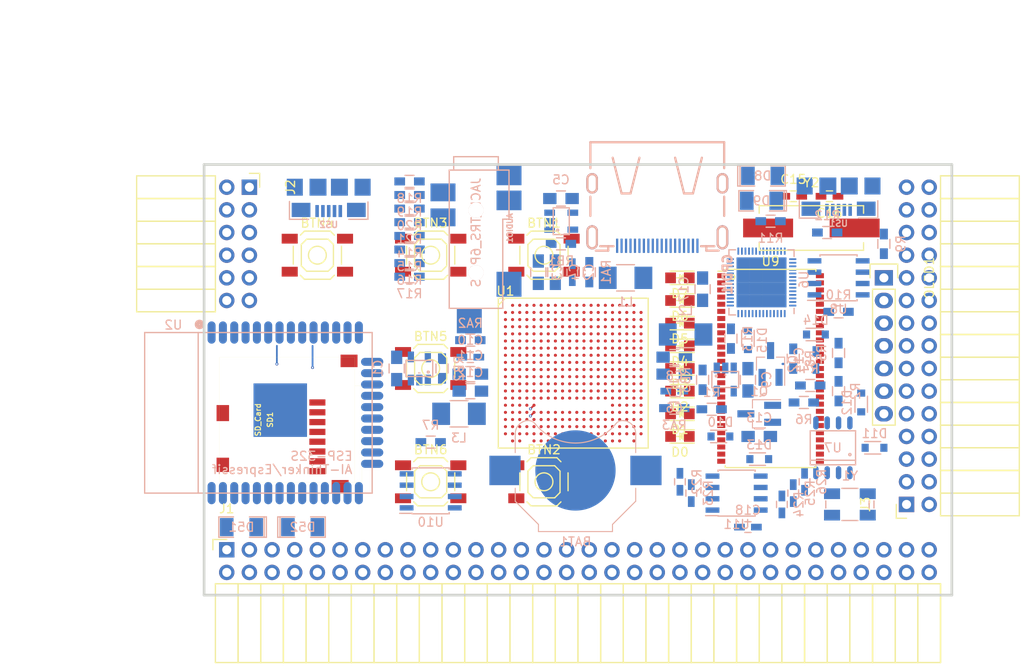
<source format=kicad_pcb>
(kicad_pcb (version 4) (host pcbnew 4.0.5+dfsg1-4)

  (general
    (links 489)
    (no_connects 489)
    (area 93.949999 61.269999 178.070001 109.830001)
    (thickness 1.6)
    (drawings 10)
    (tracks 14)
    (zones 0)
    (modules 101)
    (nets 147)
  )

  (page A4)
  (layers
    (0 F.Cu signal)
    (1 In1.Cu signal)
    (2 In2.Cu signal)
    (31 B.Cu signal)
    (32 B.Adhes user)
    (33 F.Adhes user)
    (34 B.Paste user)
    (35 F.Paste user)
    (36 B.SilkS user)
    (37 F.SilkS user)
    (38 B.Mask user)
    (39 F.Mask user)
    (40 Dwgs.User user)
    (41 Cmts.User user)
    (42 Eco1.User user)
    (43 Eco2.User user)
    (44 Edge.Cuts user)
    (45 Margin user)
    (46 B.CrtYd user)
    (47 F.CrtYd user)
    (48 B.Fab user)
    (49 F.Fab user)
  )

  (setup
    (last_trace_width 0.25)
    (trace_clearance 0.2)
    (zone_clearance 0.508)
    (zone_45_only no)
    (trace_min 0.2)
    (segment_width 0.2)
    (edge_width 0.2)
    (via_size 0.6)
    (via_drill 0.4)
    (via_min_size 0.2)
    (via_min_drill 0.1)
    (uvia_size 0.3)
    (uvia_drill 0.1)
    (uvias_allowed no)
    (uvia_min_size 0.2)
    (uvia_min_drill 0.1)
    (pcb_text_width 0.3)
    (pcb_text_size 1.5 1.5)
    (mod_edge_width 0.15)
    (mod_text_size 1 1)
    (mod_text_width 0.15)
    (pad_size 1.524 1.524)
    (pad_drill 0.762)
    (pad_to_mask_clearance 0.2)
    (aux_axis_origin 82.67 62.69)
    (grid_origin 86.48 79.2)
    (visible_elements 7FFFFFFF)
    (pcbplotparams
      (layerselection 0x010f0_80000007)
      (usegerberextensions false)
      (excludeedgelayer true)
      (linewidth 0.100000)
      (plotframeref false)
      (viasonmask false)
      (mode 1)
      (useauxorigin false)
      (hpglpennumber 1)
      (hpglpenspeed 20)
      (hpglpendiameter 15)
      (hpglpenoverlay 2)
      (psnegative false)
      (psa4output false)
      (plotreference true)
      (plotvalue true)
      (plotinvisibletext false)
      (padsonsilk false)
      (subtractmaskfromsilk false)
      (outputformat 1)
      (mirror false)
      (drillshape 0)
      (scaleselection 1)
      (outputdirectory plot))
  )

  (net 0 "")
  (net 1 GND)
  (net 2 +5V)
  (net 3 /gpio/IN5V)
  (net 4 /gpio/OUT5V)
  (net 5 /gpio/P5)
  (net 6 /gpio/P6)
  (net 7 /gpio/P7)
  (net 8 /gpio/P8)
  (net 9 /gpio/P11)
  (net 10 /gpio/P12)
  (net 11 /gpio/P13)
  (net 12 /gpio/P14)
  (net 13 /gpio/P17)
  (net 14 /gpio/P18)
  (net 15 /gpio/P19)
  (net 16 /gpio/P20)
  (net 17 /gpio/P21)
  (net 18 /gpio/P22)
  (net 19 /gpio/P23)
  (net 20 /gpio/P24)
  (net 21 /gpio/P25)
  (net 22 /gpio/P26)
  (net 23 /gpio/P27)
  (net 24 /gpio/P28)
  (net 25 /gpio/P29)
  (net 26 /gpio/P30)
  (net 27 /gpio/P9)
  (net 28 /gpio/P10)
  (net 29 /gpio/P15)
  (net 30 /gpio/P16)
  (net 31 /gpio/P31)
  (net 32 /gpio/P32)
  (net 33 /gpio/P33)
  (net 34 /gpio/P34)
  (net 35 /gpio/P35)
  (net 36 /gpio/P36)
  (net 37 /gpio/P37)
  (net 38 /gpio/P38)
  (net 39 /gpio/P39)
  (net 40 /gpio/P40)
  (net 41 /gpio/P41)
  (net 42 /gpio/P42)
  (net 43 /gpio/P43)
  (net 44 /gpio/P44)
  (net 45 /gpio/P45)
  (net 46 /gpio/P46)
  (net 47 /gpio/P47)
  (net 48 /gpio/P48)
  (net 49 /gpio/P49)
  (net 50 /gpio/P50)
  (net 51 /gpio/P51)
  (net 52 /gpio/P52)
  (net 53 /gpio/P53)
  (net 54 /gpio/P54)
  (net 55 /gpio/P55)
  (net 56 /gpio/P56)
  (net 57 /gpio/P57)
  (net 58 /gpio/P58)
  (net 59 /gpio/P59)
  (net 60 /gpio/P60)
  (net 61 +3V3)
  (net 62 "Net-(L1-Pad1)")
  (net 63 "Net-(L2-Pad1)")
  (net 64 +1V2)
  (net 65 BTN_D)
  (net 66 BTN_F1)
  (net 67 BTN_F2)
  (net 68 BTN_L)
  (net 69 BTN_R)
  (net 70 BTN_U)
  (net 71 /power/FB1)
  (net 72 +2V5)
  (net 73 "Net-(L3-Pad1)")
  (net 74 /power/PWREN)
  (net 75 /power/FB3)
  (net 76 /power/FB2)
  (net 77 /usb/USB5V)
  (net 78 "Net-(D9-Pad1)")
  (net 79 /power/VBAT)
  (net 80 SD_3)
  (net 81 SD_MTMS)
  (net 82 SD_MTCK)
  (net 83 SD_MTDO)
  (net 84 SD_MTDI)
  (net 85 JTAG_TDI)
  (net 86 JTAG_TCK)
  (net 87 JTAG_TMS)
  (net 88 JTAG_TDO)
  (net 89 /power/WAKEUPn)
  (net 90 /power/WKUP)
  (net 91 /power/SHUT)
  (net 92 /power/WAKE)
  (net 93 /power/HOLD)
  (net 94 /power/WKn)
  (net 95 /power/OSCI_32k)
  (net 96 /power/OSCO_32k)
  (net 97 /usb/OSCI_12M)
  (net 98 +1V8)
  (net 99 FTDI_nSUSPEND)
  (net 100 USB_FTDI_DM)
  (net 101 USB_FTDI_DP)
  (net 102 /usb/OSCO_12M)
  (net 103 "Net-(Q2-Pad3)")
  (net 104 /usb/EECLK)
  (net 105 /usb/EECS)
  (net 106 "Net-(R11-Pad2)")
  (net 107 /usb/EEDATA)
  (net 108 SHUTDOWN)
  (net 109 /analog/AUDIO_L)
  (net 110 /analog/AUDIO_R)
  (net 111 GPDI_5V_SCL)
  (net 112 GPDI_5V_SDA)
  (net 113 GPDI_SDA)
  (net 114 GPDI_SCL)
  (net 115 /gpdi/VREF2)
  (net 116 /blinkey/BTNPU)
  (net 117 /gpio/PMODA1)
  (net 118 /gpio/PMODA2)
  (net 119 /gpio/PMODA3)
  (net 120 /gpio/PMODA4)
  (net 121 /gpio/PMODA5)
  (net 122 /gpio/PMODA6)
  (net 123 /gpio/PMODA7)
  (net 124 /gpio/PMODA8)
  (net 125 /gpio/PMODB1)
  (net 126 /gpio/PMODB2)
  (net 127 /gpio/PMODB3)
  (net 128 /gpio/PMODB4)
  (net 129 /gpio/PMODB5)
  (net 130 /gpio/PMODB6)
  (net 131 /gpio/PMODB7)
  (net 132 /gpio/PMODB8)
  (net 133 /gpio/MP1)
  (net 134 /gpio/MP2)
  (net 135 /gpio/MP3)
  (net 136 /gpio/MP4)
  (net 137 /gpio/MP5)
  (net 138 /gpio/MP6)
  (net 139 /gpio/PMODC1)
  (net 140 /gpio/PMODC2)
  (net 141 /gpio/PMODC3)
  (net 142 /gpio/PMODC4)
  (net 143 /gpio/PMODC5)
  (net 144 /gpio/PMODC6)
  (net 145 /gpio/PMODC7)
  (net 146 /gpio/PMODC8)

  (net_class Default "This is the default net class."
    (clearance 0.2)
    (trace_width 0.25)
    (via_dia 0.6)
    (via_drill 0.4)
    (uvia_dia 0.3)
    (uvia_drill 0.1)
    (add_net +1V2)
    (add_net +1V8)
    (add_net +2V5)
    (add_net +3V3)
    (add_net +5V)
    (add_net /analog/AUDIO_L)
    (add_net /analog/AUDIO_R)
    (add_net /blinkey/BTNPU)
    (add_net /gpdi/VREF2)
    (add_net /gpio/IN5V)
    (add_net /gpio/MP1)
    (add_net /gpio/MP2)
    (add_net /gpio/MP3)
    (add_net /gpio/MP4)
    (add_net /gpio/MP5)
    (add_net /gpio/MP6)
    (add_net /gpio/OUT5V)
    (add_net /gpio/P10)
    (add_net /gpio/P11)
    (add_net /gpio/P12)
    (add_net /gpio/P13)
    (add_net /gpio/P14)
    (add_net /gpio/P15)
    (add_net /gpio/P16)
    (add_net /gpio/P17)
    (add_net /gpio/P18)
    (add_net /gpio/P19)
    (add_net /gpio/P20)
    (add_net /gpio/P21)
    (add_net /gpio/P22)
    (add_net /gpio/P23)
    (add_net /gpio/P24)
    (add_net /gpio/P25)
    (add_net /gpio/P26)
    (add_net /gpio/P27)
    (add_net /gpio/P28)
    (add_net /gpio/P29)
    (add_net /gpio/P30)
    (add_net /gpio/P31)
    (add_net /gpio/P32)
    (add_net /gpio/P33)
    (add_net /gpio/P34)
    (add_net /gpio/P35)
    (add_net /gpio/P36)
    (add_net /gpio/P37)
    (add_net /gpio/P38)
    (add_net /gpio/P39)
    (add_net /gpio/P40)
    (add_net /gpio/P41)
    (add_net /gpio/P42)
    (add_net /gpio/P43)
    (add_net /gpio/P44)
    (add_net /gpio/P45)
    (add_net /gpio/P46)
    (add_net /gpio/P47)
    (add_net /gpio/P48)
    (add_net /gpio/P49)
    (add_net /gpio/P5)
    (add_net /gpio/P50)
    (add_net /gpio/P51)
    (add_net /gpio/P52)
    (add_net /gpio/P53)
    (add_net /gpio/P54)
    (add_net /gpio/P55)
    (add_net /gpio/P56)
    (add_net /gpio/P57)
    (add_net /gpio/P58)
    (add_net /gpio/P59)
    (add_net /gpio/P6)
    (add_net /gpio/P60)
    (add_net /gpio/P7)
    (add_net /gpio/P8)
    (add_net /gpio/P9)
    (add_net /gpio/PMODA1)
    (add_net /gpio/PMODA2)
    (add_net /gpio/PMODA3)
    (add_net /gpio/PMODA4)
    (add_net /gpio/PMODA5)
    (add_net /gpio/PMODA6)
    (add_net /gpio/PMODA7)
    (add_net /gpio/PMODA8)
    (add_net /gpio/PMODB1)
    (add_net /gpio/PMODB2)
    (add_net /gpio/PMODB3)
    (add_net /gpio/PMODB4)
    (add_net /gpio/PMODB5)
    (add_net /gpio/PMODB6)
    (add_net /gpio/PMODB7)
    (add_net /gpio/PMODB8)
    (add_net /gpio/PMODC1)
    (add_net /gpio/PMODC2)
    (add_net /gpio/PMODC3)
    (add_net /gpio/PMODC4)
    (add_net /gpio/PMODC5)
    (add_net /gpio/PMODC6)
    (add_net /gpio/PMODC7)
    (add_net /gpio/PMODC8)
    (add_net /power/FB1)
    (add_net /power/FB2)
    (add_net /power/FB3)
    (add_net /power/HOLD)
    (add_net /power/OSCI_32k)
    (add_net /power/OSCO_32k)
    (add_net /power/PWREN)
    (add_net /power/SHUT)
    (add_net /power/VBAT)
    (add_net /power/WAKE)
    (add_net /power/WAKEUPn)
    (add_net /power/WKUP)
    (add_net /power/WKn)
    (add_net /usb/EECLK)
    (add_net /usb/EECS)
    (add_net /usb/EEDATA)
    (add_net /usb/OSCI_12M)
    (add_net /usb/OSCO_12M)
    (add_net /usb/USB5V)
    (add_net BTN_D)
    (add_net BTN_F1)
    (add_net BTN_F2)
    (add_net BTN_L)
    (add_net BTN_R)
    (add_net BTN_U)
    (add_net FTDI_nSUSPEND)
    (add_net GPDI_5V_SCL)
    (add_net GPDI_5V_SDA)
    (add_net GPDI_SCL)
    (add_net GPDI_SDA)
    (add_net "Net-(D9-Pad1)")
    (add_net "Net-(L1-Pad1)")
    (add_net "Net-(L2-Pad1)")
    (add_net "Net-(L3-Pad1)")
    (add_net "Net-(Q2-Pad3)")
    (add_net "Net-(R11-Pad2)")
    (add_net SD_3)
    (add_net SD_MTCK)
    (add_net SD_MTDI)
    (add_net SD_MTDO)
    (add_net SD_MTMS)
    (add_net SHUTDOWN)
    (add_net USB_FTDI_DM)
    (add_net USB_FTDI_DP)
  )

  (net_class BGA ""
    (clearance 0.1)
    (trace_width 0.2)
    (via_dia 0.33)
    (via_drill 0.15)
    (uvia_dia 0.3)
    (uvia_drill 0.1)
    (add_net GND)
    (add_net JTAG_TCK)
    (add_net JTAG_TDI)
    (add_net JTAG_TDO)
    (add_net JTAG_TMS)
  )

  (module Keystone_3000_1x12mm-CoinCell:Keystone_3000_1x12mm-CoinCell (layer B.Cu) (tedit 58D7D5B5) (tstamp 58D7ADD9)
    (at 135.73 95.71)
    (descr http://www.keyelco.com/product-pdf.cfm?p=777)
    (tags "Keystone type 3000 coin cell retainer")
    (path /58D51CAD/58D72202)
    (attr smd)
    (fp_text reference BAT1 (at 0 8) (layer B.SilkS)
      (effects (font (size 1 1) (thickness 0.15)) (justify mirror))
    )
    (fp_text value CR1225 (at 0 -7.5) (layer B.Fab)
      (effects (font (size 1 1) (thickness 0.15)) (justify mirror))
    )
    (fp_arc (start 0 0) (end 0 -6.75) (angle -36.6) (layer B.CrtYd) (width 0.05))
    (fp_arc (start 0.11 -9.15) (end 4.22 -5.65) (angle 3.1) (layer B.CrtYd) (width 0.05))
    (fp_arc (start 0.11 -9.15) (end -4.22 -5.65) (angle -3.1) (layer B.CrtYd) (width 0.05))
    (fp_arc (start 0 0) (end 0 -6.75) (angle 36.6) (layer B.CrtYd) (width 0.05))
    (fp_arc (start 5.25 -4.1) (end 5.3 -6.1) (angle 90) (layer B.CrtYd) (width 0.05))
    (fp_arc (start 5.29 -4.6) (end 4.22 -5.65) (angle 54.1) (layer B.CrtYd) (width 0.05))
    (fp_arc (start -5.29 -4.6) (end -4.22 -5.65) (angle -54.1) (layer B.CrtYd) (width 0.05))
    (fp_circle (center 0 0) (end 0 -6.25) (layer Dwgs.User) (width 0.15))
    (fp_arc (start 5.29 -4.6) (end 4.5 -5.2) (angle 60) (layer B.SilkS) (width 0.12))
    (fp_arc (start -5.29 -4.6) (end -4.5 -5.2) (angle -60) (layer B.SilkS) (width 0.12))
    (fp_arc (start 0 -8.9) (end -4.5 -5.2) (angle -101) (layer B.SilkS) (width 0.12))
    (fp_arc (start 5.29 -4.6) (end 4.6 -5.1) (angle 60) (layer B.Fab) (width 0.1))
    (fp_arc (start -5.29 -4.6) (end -4.6 -5.1) (angle -60) (layer B.Fab) (width 0.1))
    (fp_arc (start 0 -8.9) (end -4.6 -5.1) (angle -101) (layer B.Fab) (width 0.1))
    (fp_arc (start -5.25 -4.1) (end -5.3 -6.1) (angle -90) (layer B.CrtYd) (width 0.05))
    (fp_arc (start 5.25 -4.1) (end 5.3 -5.6) (angle 90) (layer B.SilkS) (width 0.12))
    (fp_arc (start -5.25 -4.1) (end -5.3 -5.6) (angle -90) (layer B.SilkS) (width 0.12))
    (fp_line (start -7.25 -2.15) (end -7.25 -4.1) (layer B.CrtYd) (width 0.05))
    (fp_line (start 7.25 -2.15) (end 7.25 -4.1) (layer B.CrtYd) (width 0.05))
    (fp_line (start 6.75 -2) (end 6.75 -4.1) (layer B.SilkS) (width 0.12))
    (fp_line (start -6.75 -2) (end -6.75 -4.1) (layer B.SilkS) (width 0.12))
    (fp_arc (start 5.25 -4.1) (end 5.3 -5.45) (angle 90) (layer B.Fab) (width 0.1))
    (fp_line (start 7.25 2.15) (end 7.25 3.8) (layer B.CrtYd) (width 0.05))
    (fp_line (start 7.25 3.8) (end 4.65 6.4) (layer B.CrtYd) (width 0.05))
    (fp_line (start 4.65 6.4) (end 4.65 7.35) (layer B.CrtYd) (width 0.05))
    (fp_line (start -4.65 7.35) (end 4.65 7.35) (layer B.CrtYd) (width 0.05))
    (fp_line (start -4.65 6.4) (end -4.65 7.35) (layer B.CrtYd) (width 0.05))
    (fp_line (start -7.25 3.8) (end -4.65 6.4) (layer B.CrtYd) (width 0.05))
    (fp_line (start -7.25 2.15) (end -7.25 3.8) (layer B.CrtYd) (width 0.05))
    (fp_line (start -6.75 2) (end -6.75 3.45) (layer B.SilkS) (width 0.12))
    (fp_line (start -6.75 3.45) (end -4.15 6.05) (layer B.SilkS) (width 0.12))
    (fp_line (start -4.15 6.05) (end -4.15 6.85) (layer B.SilkS) (width 0.12))
    (fp_line (start -4.15 6.85) (end 4.15 6.85) (layer B.SilkS) (width 0.12))
    (fp_line (start 4.15 6.85) (end 4.15 6.05) (layer B.SilkS) (width 0.12))
    (fp_line (start 4.15 6.05) (end 6.75 3.45) (layer B.SilkS) (width 0.12))
    (fp_line (start 6.75 3.45) (end 6.75 2) (layer B.SilkS) (width 0.12))
    (fp_line (start -7.25 2.15) (end -10.15 2.15) (layer B.CrtYd) (width 0.05))
    (fp_line (start -10.15 2.15) (end -10.15 -2.15) (layer B.CrtYd) (width 0.05))
    (fp_line (start -10.15 -2.15) (end -7.25 -2.15) (layer B.CrtYd) (width 0.05))
    (fp_line (start 7.25 2.15) (end 10.15 2.15) (layer B.CrtYd) (width 0.05))
    (fp_line (start 10.15 2.15) (end 10.15 -2.15) (layer B.CrtYd) (width 0.05))
    (fp_line (start 10.15 -2.15) (end 7.25 -2.15) (layer B.CrtYd) (width 0.05))
    (fp_arc (start -5.25 -4.1) (end -5.3 -5.45) (angle -90) (layer B.Fab) (width 0.1))
    (fp_line (start 6.6 3.4) (end 6.6 -4.1) (layer B.Fab) (width 0.1))
    (fp_line (start -6.6 3.4) (end -6.6 -4.1) (layer B.Fab) (width 0.1))
    (fp_line (start 4 6) (end 6.6 3.4) (layer B.Fab) (width 0.1))
    (fp_line (start -4 6) (end -6.6 3.4) (layer B.Fab) (width 0.1))
    (fp_line (start 4 6.7) (end 4 6) (layer B.Fab) (width 0.1))
    (fp_line (start -4 6.7) (end -4 6) (layer B.Fab) (width 0.1))
    (fp_line (start -4 6.7) (end 4 6.7) (layer B.Fab) (width 0.1))
    (pad 1 smd rect (at -7.9 0) (size 3.5 3.3) (layers B.Cu B.Paste B.Mask)
      (net 79 /power/VBAT))
    (pad 1 smd rect (at 7.9 0) (size 3.5 3.3) (layers B.Cu B.Paste B.Mask)
      (net 79 /power/VBAT))
    (pad 2 smd circle (at 0 0) (size 9 9) (layers B.Cu B.Mask)
      (net 1 GND))
    (model Battery_Holders.3dshapes/Keystone_3000_1x12mm-CoinCell.wrl
      (at (xyz 0 0 0))
      (scale (xyz 1 1 1))
      (rotate (xyz 0 0 0))
    )
  )

  (module SMD_Packages:SMD-1206_Pol (layer B.Cu) (tedit 0) (tstamp 56AA106E)
    (at 105.149 102.06)
    (path /56AC389C/56AC4846)
    (attr smd)
    (fp_text reference D52 (at 0 0) (layer B.SilkS)
      (effects (font (size 1 1) (thickness 0.15)) (justify mirror))
    )
    (fp_text value 2A (at 0 0) (layer B.Fab)
      (effects (font (size 1 1) (thickness 0.15)) (justify mirror))
    )
    (fp_line (start -2.54 1.143) (end -2.794 1.143) (layer B.SilkS) (width 0.15))
    (fp_line (start -2.794 1.143) (end -2.794 -1.143) (layer B.SilkS) (width 0.15))
    (fp_line (start -2.794 -1.143) (end -2.54 -1.143) (layer B.SilkS) (width 0.15))
    (fp_line (start -2.54 1.143) (end -2.54 -1.143) (layer B.SilkS) (width 0.15))
    (fp_line (start -2.54 -1.143) (end -0.889 -1.143) (layer B.SilkS) (width 0.15))
    (fp_line (start 0.889 1.143) (end 2.54 1.143) (layer B.SilkS) (width 0.15))
    (fp_line (start 2.54 1.143) (end 2.54 -1.143) (layer B.SilkS) (width 0.15))
    (fp_line (start 2.54 -1.143) (end 0.889 -1.143) (layer B.SilkS) (width 0.15))
    (fp_line (start -0.889 1.143) (end -2.54 1.143) (layer B.SilkS) (width 0.15))
    (pad 1 smd rect (at -1.651 0) (size 1.524 2.032) (layers B.Cu B.Paste B.Mask)
      (net 4 /gpio/OUT5V))
    (pad 2 smd rect (at 1.651 0) (size 1.524 2.032) (layers B.Cu B.Paste B.Mask))
    (model SMD_Packages.3dshapes/SMD-1206_Pol.wrl
      (at (xyz 0 0 0))
      (scale (xyz 0.17 0.16 0.16))
      (rotate (xyz 0 0 0))
    )
  )

  (module SMD_Packages:SMD-1206_Pol (layer B.Cu) (tedit 0) (tstamp 56AA1068)
    (at 98.291 102.06 180)
    (path /56AC389C/56AC483B)
    (attr smd)
    (fp_text reference D51 (at 0 0 180) (layer B.SilkS)
      (effects (font (size 1 1) (thickness 0.15)) (justify mirror))
    )
    (fp_text value 2A (at 0 0 180) (layer B.Fab)
      (effects (font (size 1 1) (thickness 0.15)) (justify mirror))
    )
    (fp_line (start -2.54 1.143) (end -2.794 1.143) (layer B.SilkS) (width 0.15))
    (fp_line (start -2.794 1.143) (end -2.794 -1.143) (layer B.SilkS) (width 0.15))
    (fp_line (start -2.794 -1.143) (end -2.54 -1.143) (layer B.SilkS) (width 0.15))
    (fp_line (start -2.54 1.143) (end -2.54 -1.143) (layer B.SilkS) (width 0.15))
    (fp_line (start -2.54 -1.143) (end -0.889 -1.143) (layer B.SilkS) (width 0.15))
    (fp_line (start 0.889 1.143) (end 2.54 1.143) (layer B.SilkS) (width 0.15))
    (fp_line (start 2.54 1.143) (end 2.54 -1.143) (layer B.SilkS) (width 0.15))
    (fp_line (start 2.54 -1.143) (end 0.889 -1.143) (layer B.SilkS) (width 0.15))
    (fp_line (start -0.889 1.143) (end -2.54 1.143) (layer B.SilkS) (width 0.15))
    (pad 1 smd rect (at -1.651 0 180) (size 1.524 2.032) (layers B.Cu B.Paste B.Mask)
      (net 2 +5V))
    (pad 2 smd rect (at 1.651 0 180) (size 1.524 2.032) (layers B.Cu B.Paste B.Mask)
      (net 3 /gpio/IN5V))
    (model SMD_Packages.3dshapes/SMD-1206_Pol.wrl
      (at (xyz 0 0 0))
      (scale (xyz 0.17 0.16 0.16))
      (rotate (xyz 0 0 0))
    )
  )

  (module micro-sd:MicroSD_TF02D (layer F.Cu) (tedit 52721666) (tstamp 56A966AB)
    (at 95.8 90.03 90)
    (path /58DA7327/58DA7C6C)
    (fp_text reference SD1 (at 0 5.7 90) (layer F.SilkS)
      (effects (font (size 0.59944 0.59944) (thickness 0.12446)))
    )
    (fp_text value SD_Card (at 0 4.35 90) (layer F.SilkS)
      (effects (font (size 0.59944 0.59944) (thickness 0.12446)))
    )
    (fp_line (start 3.8 15.2) (end 3.8 16) (layer F.SilkS) (width 0.01016))
    (fp_line (start 3.8 16) (end -7 16) (layer F.SilkS) (width 0.01016))
    (fp_line (start -7 16) (end -7 15.2) (layer F.SilkS) (width 0.01016))
    (fp_line (start 7 0) (end 7 15.2) (layer F.SilkS) (width 0.01016))
    (fp_line (start 7 15.2) (end -7 15.2) (layer F.SilkS) (width 0.01016))
    (fp_line (start -7 15.2) (end -7 0) (layer F.SilkS) (width 0.01016))
    (fp_line (start -7 0) (end 7 0) (layer F.SilkS) (width 0.01016))
    (pad 1 smd rect (at 1.94 11 90) (size 0.7 1.8) (layers F.Cu F.Paste F.Mask)
      (net 80 SD_3))
    (pad 2 smd rect (at 0.84 11 90) (size 0.7 1.8) (layers F.Cu F.Paste F.Mask)
      (net 81 SD_MTMS))
    (pad 3 smd rect (at -0.26 11 90) (size 0.7 1.8) (layers F.Cu F.Paste F.Mask)
      (net 1 GND))
    (pad 4 smd rect (at -1.36 11 90) (size 0.7 1.8) (layers F.Cu F.Paste F.Mask)
      (net 61 +3V3))
    (pad 5 smd rect (at -2.46 11 90) (size 0.7 1.8) (layers F.Cu F.Paste F.Mask)
      (net 82 SD_MTCK))
    (pad 6 smd rect (at -3.56 11 90) (size 0.7 1.8) (layers F.Cu F.Paste F.Mask)
      (net 1 GND))
    (pad 7 smd rect (at -4.66 11 90) (size 0.7 1.8) (layers F.Cu F.Paste F.Mask)
      (net 83 SD_MTDO))
    (pad 8 smd rect (at -5.76 11 90) (size 0.7 1.8) (layers F.Cu F.Paste F.Mask)
      (net 84 SD_MTDI))
    (pad S smd rect (at -5.05 0.4 90) (size 1.6 1.4) (layers F.Cu F.Paste F.Mask))
    (pad S smd rect (at 0.75 0.4 90) (size 1.8 1.4) (layers F.Cu F.Paste F.Mask))
    (pad G smd rect (at -7.45 13.55 90) (size 1.4 1.9) (layers F.Cu F.Paste F.Mask))
    (pad G smd rect (at 6.6 14.55 90) (size 1.4 1.9) (layers F.Cu F.Paste F.Mask))
  )

  (module Socket_Strips:Socket_Strip_Angled_2x32 (layer F.Cu) (tedit 0) (tstamp 58D4E99D)
    (at 96.64 104.6)
    (descr "Through hole socket strip")
    (tags "socket strip")
    (path /56AC389C/58D39D36)
    (fp_text reference J1 (at 0 -4.6) (layer F.SilkS)
      (effects (font (size 1 1) (thickness 0.15)))
    )
    (fp_text value CONN_02X32 (at 0 -2.6) (layer F.Fab)
      (effects (font (size 1 1) (thickness 0.15)))
    )
    (fp_line (start -1.75 -1.35) (end -1.75 13.15) (layer F.CrtYd) (width 0.05))
    (fp_line (start 80.5 -1.35) (end 80.5 13.15) (layer F.CrtYd) (width 0.05))
    (fp_line (start -1.75 -1.35) (end 80.5 -1.35) (layer F.CrtYd) (width 0.05))
    (fp_line (start -1.75 13.15) (end 80.5 13.15) (layer F.CrtYd) (width 0.05))
    (fp_line (start 80.01 3.81) (end 80.01 12.64) (layer F.SilkS) (width 0.15))
    (fp_line (start 77.47 3.81) (end 80.01 3.81) (layer F.SilkS) (width 0.15))
    (fp_line (start 77.47 12.64) (end 80.01 12.64) (layer F.SilkS) (width 0.15))
    (fp_line (start 80.01 12.64) (end 80.01 3.81) (layer F.SilkS) (width 0.15))
    (fp_line (start 77.47 12.64) (end 77.47 3.81) (layer F.SilkS) (width 0.15))
    (fp_line (start 74.93 12.64) (end 77.47 12.64) (layer F.SilkS) (width 0.15))
    (fp_line (start 74.93 3.81) (end 77.47 3.81) (layer F.SilkS) (width 0.15))
    (fp_line (start 77.47 3.81) (end 77.47 12.64) (layer F.SilkS) (width 0.15))
    (fp_line (start 54.61 12.64) (end 54.61 3.81) (layer F.SilkS) (width 0.15))
    (fp_line (start 52.07 12.64) (end 54.61 12.64) (layer F.SilkS) (width 0.15))
    (fp_line (start 52.07 3.81) (end 54.61 3.81) (layer F.SilkS) (width 0.15))
    (fp_line (start 54.61 3.81) (end 54.61 12.64) (layer F.SilkS) (width 0.15))
    (fp_line (start 52.07 3.81) (end 52.07 12.64) (layer F.SilkS) (width 0.15))
    (fp_line (start 49.53 3.81) (end 52.07 3.81) (layer F.SilkS) (width 0.15))
    (fp_line (start 49.53 12.64) (end 52.07 12.64) (layer F.SilkS) (width 0.15))
    (fp_line (start 52.07 12.64) (end 52.07 3.81) (layer F.SilkS) (width 0.15))
    (fp_line (start 49.53 12.64) (end 49.53 3.81) (layer F.SilkS) (width 0.15))
    (fp_line (start 46.99 12.64) (end 49.53 12.64) (layer F.SilkS) (width 0.15))
    (fp_line (start 46.99 3.81) (end 49.53 3.81) (layer F.SilkS) (width 0.15))
    (fp_line (start 49.53 3.81) (end 49.53 12.64) (layer F.SilkS) (width 0.15))
    (fp_line (start 62.23 3.81) (end 62.23 12.64) (layer F.SilkS) (width 0.15))
    (fp_line (start 59.69 3.81) (end 62.23 3.81) (layer F.SilkS) (width 0.15))
    (fp_line (start 59.69 12.64) (end 62.23 12.64) (layer F.SilkS) (width 0.15))
    (fp_line (start 62.23 12.64) (end 62.23 3.81) (layer F.SilkS) (width 0.15))
    (fp_line (start 64.77 12.64) (end 64.77 3.81) (layer F.SilkS) (width 0.15))
    (fp_line (start 62.23 12.64) (end 64.77 12.64) (layer F.SilkS) (width 0.15))
    (fp_line (start 62.23 3.81) (end 64.77 3.81) (layer F.SilkS) (width 0.15))
    (fp_line (start 64.77 3.81) (end 64.77 12.64) (layer F.SilkS) (width 0.15))
    (fp_line (start 67.31 3.81) (end 67.31 12.64) (layer F.SilkS) (width 0.15))
    (fp_line (start 64.77 3.81) (end 67.31 3.81) (layer F.SilkS) (width 0.15))
    (fp_line (start 64.77 12.64) (end 67.31 12.64) (layer F.SilkS) (width 0.15))
    (fp_line (start 67.31 12.64) (end 67.31 3.81) (layer F.SilkS) (width 0.15))
    (fp_line (start 69.85 12.64) (end 69.85 3.81) (layer F.SilkS) (width 0.15))
    (fp_line (start 67.31 12.64) (end 69.85 12.64) (layer F.SilkS) (width 0.15))
    (fp_line (start 67.31 3.81) (end 69.85 3.81) (layer F.SilkS) (width 0.15))
    (fp_line (start 69.85 3.81) (end 69.85 12.64) (layer F.SilkS) (width 0.15))
    (fp_line (start 72.39 3.81) (end 72.39 12.64) (layer F.SilkS) (width 0.15))
    (fp_line (start 69.85 3.81) (end 72.39 3.81) (layer F.SilkS) (width 0.15))
    (fp_line (start 69.85 12.64) (end 72.39 12.64) (layer F.SilkS) (width 0.15))
    (fp_line (start 72.39 12.64) (end 72.39 3.81) (layer F.SilkS) (width 0.15))
    (fp_line (start 59.69 12.64) (end 59.69 3.81) (layer F.SilkS) (width 0.15))
    (fp_line (start 57.15 12.64) (end 59.69 12.64) (layer F.SilkS) (width 0.15))
    (fp_line (start 57.15 3.81) (end 59.69 3.81) (layer F.SilkS) (width 0.15))
    (fp_line (start 59.69 3.81) (end 59.69 12.64) (layer F.SilkS) (width 0.15))
    (fp_line (start 57.15 3.81) (end 57.15 12.64) (layer F.SilkS) (width 0.15))
    (fp_line (start 54.61 3.81) (end 57.15 3.81) (layer F.SilkS) (width 0.15))
    (fp_line (start 54.61 12.64) (end 57.15 12.64) (layer F.SilkS) (width 0.15))
    (fp_line (start 57.15 12.64) (end 57.15 3.81) (layer F.SilkS) (width 0.15))
    (fp_line (start 74.93 12.64) (end 74.93 3.81) (layer F.SilkS) (width 0.15))
    (fp_line (start 72.39 12.64) (end 74.93 12.64) (layer F.SilkS) (width 0.15))
    (fp_line (start 72.39 3.81) (end 74.93 3.81) (layer F.SilkS) (width 0.15))
    (fp_line (start 74.93 3.81) (end 74.93 12.64) (layer F.SilkS) (width 0.15))
    (fp_line (start 46.99 3.81) (end 46.99 12.64) (layer F.SilkS) (width 0.15))
    (fp_line (start 44.45 3.81) (end 46.99 3.81) (layer F.SilkS) (width 0.15))
    (fp_line (start 44.45 12.64) (end 46.99 12.64) (layer F.SilkS) (width 0.15))
    (fp_line (start 46.99 12.64) (end 46.99 3.81) (layer F.SilkS) (width 0.15))
    (fp_line (start 29.21 12.64) (end 29.21 3.81) (layer F.SilkS) (width 0.15))
    (fp_line (start 26.67 12.64) (end 29.21 12.64) (layer F.SilkS) (width 0.15))
    (fp_line (start 26.67 3.81) (end 29.21 3.81) (layer F.SilkS) (width 0.15))
    (fp_line (start 29.21 3.81) (end 29.21 12.64) (layer F.SilkS) (width 0.15))
    (fp_line (start 31.75 3.81) (end 31.75 12.64) (layer F.SilkS) (width 0.15))
    (fp_line (start 29.21 3.81) (end 31.75 3.81) (layer F.SilkS) (width 0.15))
    (fp_line (start 29.21 12.64) (end 31.75 12.64) (layer F.SilkS) (width 0.15))
    (fp_line (start 31.75 12.64) (end 31.75 3.81) (layer F.SilkS) (width 0.15))
    (fp_line (start 44.45 12.64) (end 44.45 3.81) (layer F.SilkS) (width 0.15))
    (fp_line (start 41.91 12.64) (end 44.45 12.64) (layer F.SilkS) (width 0.15))
    (fp_line (start 41.91 3.81) (end 44.45 3.81) (layer F.SilkS) (width 0.15))
    (fp_line (start 44.45 3.81) (end 44.45 12.64) (layer F.SilkS) (width 0.15))
    (fp_line (start 41.91 3.81) (end 41.91 12.64) (layer F.SilkS) (width 0.15))
    (fp_line (start 39.37 3.81) (end 41.91 3.81) (layer F.SilkS) (width 0.15))
    (fp_line (start 39.37 12.64) (end 41.91 12.64) (layer F.SilkS) (width 0.15))
    (fp_line (start 41.91 12.64) (end 41.91 3.81) (layer F.SilkS) (width 0.15))
    (fp_line (start 39.37 12.64) (end 39.37 3.81) (layer F.SilkS) (width 0.15))
    (fp_line (start 36.83 12.64) (end 39.37 12.64) (layer F.SilkS) (width 0.15))
    (fp_line (start 36.83 3.81) (end 39.37 3.81) (layer F.SilkS) (width 0.15))
    (fp_line (start 39.37 3.81) (end 39.37 12.64) (layer F.SilkS) (width 0.15))
    (fp_line (start 36.83 3.81) (end 36.83 12.64) (layer F.SilkS) (width 0.15))
    (fp_line (start 34.29 3.81) (end 36.83 3.81) (layer F.SilkS) (width 0.15))
    (fp_line (start 34.29 12.64) (end 36.83 12.64) (layer F.SilkS) (width 0.15))
    (fp_line (start 36.83 12.64) (end 36.83 3.81) (layer F.SilkS) (width 0.15))
    (fp_line (start 34.29 12.64) (end 34.29 3.81) (layer F.SilkS) (width 0.15))
    (fp_line (start 31.75 12.64) (end 34.29 12.64) (layer F.SilkS) (width 0.15))
    (fp_line (start 31.75 3.81) (end 34.29 3.81) (layer F.SilkS) (width 0.15))
    (fp_line (start 34.29 3.81) (end 34.29 12.64) (layer F.SilkS) (width 0.15))
    (fp_line (start 16.51 3.81) (end 16.51 12.64) (layer F.SilkS) (width 0.15))
    (fp_line (start 13.97 3.81) (end 16.51 3.81) (layer F.SilkS) (width 0.15))
    (fp_line (start 13.97 12.64) (end 16.51 12.64) (layer F.SilkS) (width 0.15))
    (fp_line (start 16.51 12.64) (end 16.51 3.81) (layer F.SilkS) (width 0.15))
    (fp_line (start 19.05 12.64) (end 19.05 3.81) (layer F.SilkS) (width 0.15))
    (fp_line (start 16.51 12.64) (end 19.05 12.64) (layer F.SilkS) (width 0.15))
    (fp_line (start 16.51 3.81) (end 19.05 3.81) (layer F.SilkS) (width 0.15))
    (fp_line (start 19.05 3.81) (end 19.05 12.64) (layer F.SilkS) (width 0.15))
    (fp_line (start 21.59 3.81) (end 21.59 12.64) (layer F.SilkS) (width 0.15))
    (fp_line (start 19.05 3.81) (end 21.59 3.81) (layer F.SilkS) (width 0.15))
    (fp_line (start 19.05 12.64) (end 21.59 12.64) (layer F.SilkS) (width 0.15))
    (fp_line (start 21.59 12.64) (end 21.59 3.81) (layer F.SilkS) (width 0.15))
    (fp_line (start 24.13 12.64) (end 24.13 3.81) (layer F.SilkS) (width 0.15))
    (fp_line (start 21.59 12.64) (end 24.13 12.64) (layer F.SilkS) (width 0.15))
    (fp_line (start 21.59 3.81) (end 24.13 3.81) (layer F.SilkS) (width 0.15))
    (fp_line (start 24.13 3.81) (end 24.13 12.64) (layer F.SilkS) (width 0.15))
    (fp_line (start 26.67 3.81) (end 26.67 12.64) (layer F.SilkS) (width 0.15))
    (fp_line (start 24.13 3.81) (end 26.67 3.81) (layer F.SilkS) (width 0.15))
    (fp_line (start 24.13 12.64) (end 26.67 12.64) (layer F.SilkS) (width 0.15))
    (fp_line (start 26.67 12.64) (end 26.67 3.81) (layer F.SilkS) (width 0.15))
    (fp_line (start 13.97 12.64) (end 13.97 3.81) (layer F.SilkS) (width 0.15))
    (fp_line (start 11.43 12.64) (end 13.97 12.64) (layer F.SilkS) (width 0.15))
    (fp_line (start 11.43 3.81) (end 13.97 3.81) (layer F.SilkS) (width 0.15))
    (fp_line (start 13.97 3.81) (end 13.97 12.64) (layer F.SilkS) (width 0.15))
    (fp_line (start 11.43 3.81) (end 11.43 12.64) (layer F.SilkS) (width 0.15))
    (fp_line (start 8.89 3.81) (end 11.43 3.81) (layer F.SilkS) (width 0.15))
    (fp_line (start 8.89 12.64) (end 11.43 12.64) (layer F.SilkS) (width 0.15))
    (fp_line (start 11.43 12.64) (end 11.43 3.81) (layer F.SilkS) (width 0.15))
    (fp_line (start 8.89 12.64) (end 8.89 3.81) (layer F.SilkS) (width 0.15))
    (fp_line (start 6.35 12.64) (end 8.89 12.64) (layer F.SilkS) (width 0.15))
    (fp_line (start 6.35 3.81) (end 8.89 3.81) (layer F.SilkS) (width 0.15))
    (fp_line (start 8.89 3.81) (end 8.89 12.64) (layer F.SilkS) (width 0.15))
    (fp_line (start 6.35 3.81) (end 6.35 12.64) (layer F.SilkS) (width 0.15))
    (fp_line (start 3.81 3.81) (end 6.35 3.81) (layer F.SilkS) (width 0.15))
    (fp_line (start 3.81 12.64) (end 6.35 12.64) (layer F.SilkS) (width 0.15))
    (fp_line (start 6.35 12.64) (end 6.35 3.81) (layer F.SilkS) (width 0.15))
    (fp_line (start 3.81 12.64) (end 3.81 3.81) (layer F.SilkS) (width 0.15))
    (fp_line (start 1.27 12.64) (end 3.81 12.64) (layer F.SilkS) (width 0.15))
    (fp_line (start 1.27 3.81) (end 3.81 3.81) (layer F.SilkS) (width 0.15))
    (fp_line (start 3.81 3.81) (end 3.81 12.64) (layer F.SilkS) (width 0.15))
    (fp_line (start 1.27 3.81) (end 1.27 12.64) (layer F.SilkS) (width 0.15))
    (fp_line (start -1.27 3.81) (end 1.27 3.81) (layer F.SilkS) (width 0.15))
    (fp_line (start 0 -1.15) (end -1.55 -1.15) (layer F.SilkS) (width 0.15))
    (fp_line (start -1.55 -1.15) (end -1.55 0) (layer F.SilkS) (width 0.15))
    (fp_line (start -1.27 3.81) (end -1.27 12.64) (layer F.SilkS) (width 0.15))
    (fp_line (start -1.27 12.64) (end 1.27 12.64) (layer F.SilkS) (width 0.15))
    (fp_line (start 1.27 12.64) (end 1.27 3.81) (layer F.SilkS) (width 0.15))
    (pad 1 thru_hole rect (at 0 0) (size 1.7272 1.7272) (drill 1.016) (layers *.Cu *.Mask)
      (net 3 /gpio/IN5V))
    (pad 2 thru_hole oval (at 0 2.54) (size 1.7272 1.7272) (drill 1.016) (layers *.Cu *.Mask)
      (net 4 /gpio/OUT5V))
    (pad 3 thru_hole oval (at 2.54 0) (size 1.7272 1.7272) (drill 1.016) (layers *.Cu *.Mask)
      (net 1 GND))
    (pad 4 thru_hole oval (at 2.54 2.54) (size 1.7272 1.7272) (drill 1.016) (layers *.Cu *.Mask)
      (net 1 GND))
    (pad 5 thru_hole oval (at 5.08 0) (size 1.7272 1.7272) (drill 1.016) (layers *.Cu *.Mask)
      (net 5 /gpio/P5))
    (pad 6 thru_hole oval (at 5.08 2.54) (size 1.7272 1.7272) (drill 1.016) (layers *.Cu *.Mask)
      (net 6 /gpio/P6))
    (pad 7 thru_hole oval (at 7.62 0) (size 1.7272 1.7272) (drill 1.016) (layers *.Cu *.Mask)
      (net 7 /gpio/P7))
    (pad 8 thru_hole oval (at 7.62 2.54) (size 1.7272 1.7272) (drill 1.016) (layers *.Cu *.Mask)
      (net 8 /gpio/P8))
    (pad 9 thru_hole oval (at 10.16 0) (size 1.7272 1.7272) (drill 1.016) (layers *.Cu *.Mask)
      (net 27 /gpio/P9))
    (pad 10 thru_hole oval (at 10.16 2.54) (size 1.7272 1.7272) (drill 1.016) (layers *.Cu *.Mask)
      (net 28 /gpio/P10))
    (pad 11 thru_hole oval (at 12.7 0) (size 1.7272 1.7272) (drill 1.016) (layers *.Cu *.Mask)
      (net 9 /gpio/P11))
    (pad 12 thru_hole oval (at 12.7 2.54) (size 1.7272 1.7272) (drill 1.016) (layers *.Cu *.Mask)
      (net 10 /gpio/P12))
    (pad 13 thru_hole oval (at 15.24 0) (size 1.7272 1.7272) (drill 1.016) (layers *.Cu *.Mask)
      (net 11 /gpio/P13))
    (pad 14 thru_hole oval (at 15.24 2.54) (size 1.7272 1.7272) (drill 1.016) (layers *.Cu *.Mask)
      (net 12 /gpio/P14))
    (pad 15 thru_hole oval (at 17.78 0) (size 1.7272 1.7272) (drill 1.016) (layers *.Cu *.Mask)
      (net 29 /gpio/P15))
    (pad 16 thru_hole oval (at 17.78 2.54) (size 1.7272 1.7272) (drill 1.016) (layers *.Cu *.Mask)
      (net 30 /gpio/P16))
    (pad 17 thru_hole oval (at 20.32 0) (size 1.7272 1.7272) (drill 1.016) (layers *.Cu *.Mask)
      (net 13 /gpio/P17))
    (pad 18 thru_hole oval (at 20.32 2.54) (size 1.7272 1.7272) (drill 1.016) (layers *.Cu *.Mask)
      (net 14 /gpio/P18))
    (pad 19 thru_hole oval (at 22.86 0) (size 1.7272 1.7272) (drill 1.016) (layers *.Cu *.Mask)
      (net 15 /gpio/P19))
    (pad 20 thru_hole oval (at 22.86 2.54) (size 1.7272 1.7272) (drill 1.016) (layers *.Cu *.Mask)
      (net 16 /gpio/P20))
    (pad 21 thru_hole oval (at 25.4 0) (size 1.7272 1.7272) (drill 1.016) (layers *.Cu *.Mask)
      (net 17 /gpio/P21))
    (pad 22 thru_hole oval (at 25.4 2.54) (size 1.7272 1.7272) (drill 1.016) (layers *.Cu *.Mask)
      (net 18 /gpio/P22))
    (pad 23 thru_hole oval (at 27.94 0) (size 1.7272 1.7272) (drill 1.016) (layers *.Cu *.Mask)
      (net 19 /gpio/P23))
    (pad 24 thru_hole oval (at 27.94 2.54) (size 1.7272 1.7272) (drill 1.016) (layers *.Cu *.Mask)
      (net 20 /gpio/P24))
    (pad 25 thru_hole oval (at 30.48 0) (size 1.7272 1.7272) (drill 1.016) (layers *.Cu *.Mask)
      (net 21 /gpio/P25))
    (pad 26 thru_hole oval (at 30.48 2.54) (size 1.7272 1.7272) (drill 1.016) (layers *.Cu *.Mask)
      (net 22 /gpio/P26))
    (pad 27 thru_hole oval (at 33.02 0) (size 1.7272 1.7272) (drill 1.016) (layers *.Cu *.Mask)
      (net 23 /gpio/P27))
    (pad 28 thru_hole oval (at 33.02 2.54) (size 1.7272 1.7272) (drill 1.016) (layers *.Cu *.Mask)
      (net 24 /gpio/P28))
    (pad 29 thru_hole oval (at 35.56 0) (size 1.7272 1.7272) (drill 1.016) (layers *.Cu *.Mask)
      (net 25 /gpio/P29))
    (pad 30 thru_hole oval (at 35.56 2.54) (size 1.7272 1.7272) (drill 1.016) (layers *.Cu *.Mask)
      (net 26 /gpio/P30))
    (pad 31 thru_hole oval (at 38.1 0) (size 1.7272 1.7272) (drill 1.016) (layers *.Cu *.Mask)
      (net 31 /gpio/P31))
    (pad 32 thru_hole oval (at 38.1 2.54) (size 1.7272 1.7272) (drill 1.016) (layers *.Cu *.Mask)
      (net 32 /gpio/P32))
    (pad 33 thru_hole oval (at 40.64 0) (size 1.7272 1.7272) (drill 1.016) (layers *.Cu *.Mask)
      (net 33 /gpio/P33))
    (pad 34 thru_hole oval (at 40.64 2.54) (size 1.7272 1.7272) (drill 1.016) (layers *.Cu *.Mask)
      (net 34 /gpio/P34))
    (pad 35 thru_hole oval (at 43.18 0) (size 1.7272 1.7272) (drill 1.016) (layers *.Cu *.Mask)
      (net 35 /gpio/P35))
    (pad 36 thru_hole oval (at 43.18 2.54) (size 1.7272 1.7272) (drill 1.016) (layers *.Cu *.Mask)
      (net 36 /gpio/P36))
    (pad 37 thru_hole oval (at 45.72 0) (size 1.7272 1.7272) (drill 1.016) (layers *.Cu *.Mask)
      (net 37 /gpio/P37))
    (pad 38 thru_hole oval (at 45.72 2.54) (size 1.7272 1.7272) (drill 1.016) (layers *.Cu *.Mask)
      (net 38 /gpio/P38))
    (pad 39 thru_hole oval (at 48.26 0) (size 1.7272 1.7272) (drill 1.016) (layers *.Cu *.Mask)
      (net 39 /gpio/P39))
    (pad 40 thru_hole oval (at 48.26 2.54) (size 1.7272 1.7272) (drill 1.016) (layers *.Cu *.Mask)
      (net 40 /gpio/P40))
    (pad 41 thru_hole oval (at 50.8 0) (size 1.7272 1.7272) (drill 1.016) (layers *.Cu *.Mask)
      (net 41 /gpio/P41))
    (pad 42 thru_hole oval (at 50.8 2.54) (size 1.7272 1.7272) (drill 1.016) (layers *.Cu *.Mask)
      (net 42 /gpio/P42))
    (pad 43 thru_hole oval (at 53.34 0) (size 1.7272 1.7272) (drill 1.016) (layers *.Cu *.Mask)
      (net 43 /gpio/P43))
    (pad 44 thru_hole oval (at 53.34 2.54) (size 1.7272 1.7272) (drill 1.016) (layers *.Cu *.Mask)
      (net 44 /gpio/P44))
    (pad 45 thru_hole oval (at 55.88 0) (size 1.7272 1.7272) (drill 1.016) (layers *.Cu *.Mask)
      (net 45 /gpio/P45))
    (pad 46 thru_hole oval (at 55.88 2.54) (size 1.7272 1.7272) (drill 1.016) (layers *.Cu *.Mask)
      (net 46 /gpio/P46))
    (pad 47 thru_hole oval (at 58.42 0) (size 1.7272 1.7272) (drill 1.016) (layers *.Cu *.Mask)
      (net 47 /gpio/P47))
    (pad 48 thru_hole oval (at 58.42 2.54) (size 1.7272 1.7272) (drill 1.016) (layers *.Cu *.Mask)
      (net 48 /gpio/P48))
    (pad 49 thru_hole oval (at 60.96 0) (size 1.7272 1.7272) (drill 1.016) (layers *.Cu *.Mask)
      (net 49 /gpio/P49))
    (pad 50 thru_hole oval (at 60.96 2.54) (size 1.7272 1.7272) (drill 1.016) (layers *.Cu *.Mask)
      (net 50 /gpio/P50))
    (pad 51 thru_hole oval (at 63.5 0) (size 1.7272 1.7272) (drill 1.016) (layers *.Cu *.Mask)
      (net 51 /gpio/P51))
    (pad 52 thru_hole oval (at 63.5 2.54) (size 1.7272 1.7272) (drill 1.016) (layers *.Cu *.Mask)
      (net 52 /gpio/P52))
    (pad 53 thru_hole oval (at 66.04 0) (size 1.7272 1.7272) (drill 1.016) (layers *.Cu *.Mask)
      (net 53 /gpio/P53))
    (pad 54 thru_hole oval (at 66.04 2.54) (size 1.7272 1.7272) (drill 1.016) (layers *.Cu *.Mask)
      (net 54 /gpio/P54))
    (pad 55 thru_hole oval (at 68.58 0) (size 1.7272 1.7272) (drill 1.016) (layers *.Cu *.Mask)
      (net 55 /gpio/P55))
    (pad 56 thru_hole oval (at 68.58 2.54) (size 1.7272 1.7272) (drill 1.016) (layers *.Cu *.Mask)
      (net 56 /gpio/P56))
    (pad 57 thru_hole oval (at 71.12 0) (size 1.7272 1.7272) (drill 1.016) (layers *.Cu *.Mask)
      (net 57 /gpio/P57))
    (pad 58 thru_hole oval (at 71.12 2.54) (size 1.7272 1.7272) (drill 1.016) (layers *.Cu *.Mask)
      (net 58 /gpio/P58))
    (pad 59 thru_hole oval (at 73.66 0) (size 1.7272 1.7272) (drill 1.016) (layers *.Cu *.Mask)
      (net 59 /gpio/P59))
    (pad 60 thru_hole oval (at 73.66 2.54) (size 1.7272 1.7272) (drill 1.016) (layers *.Cu *.Mask)
      (net 60 /gpio/P60))
    (pad 61 thru_hole oval (at 76.2 0) (size 1.7272 1.7272) (drill 1.016) (layers *.Cu *.Mask)
      (net 1 GND))
    (pad 62 thru_hole oval (at 76.2 2.54) (size 1.7272 1.7272) (drill 1.016) (layers *.Cu *.Mask)
      (net 1 GND))
    (pad 63 thru_hole oval (at 78.74 0) (size 1.7272 1.7272) (drill 1.016) (layers *.Cu *.Mask)
      (net 61 +3V3))
    (pad 64 thru_hole oval (at 78.74 2.54) (size 1.7272 1.7272) (drill 1.016) (layers *.Cu *.Mask)
      (net 61 +3V3))
    (model Socket_Strips.3dshapes/Socket_Strip_Angled_2x32.wrl
      (at (xyz 1.55 -0.05 0))
      (scale (xyz 1 1 1))
      (rotate (xyz 0 0 180))
    )
  )

  (module Socket_Strips:Socket_Strip_Angled_2x15 (layer F.Cu) (tedit 0) (tstamp 58D4E9E0)
    (at 172.84 99.52 90)
    (descr "Through hole socket strip")
    (tags "socket strip")
    (path /56AC389C/58D3A6D6)
    (fp_text reference J3 (at 0 -4.6 90) (layer F.SilkS)
      (effects (font (size 1 1) (thickness 0.15)))
    )
    (fp_text value CONN_02X15 (at 0 -2.6 90) (layer F.Fab)
      (effects (font (size 1 1) (thickness 0.15)))
    )
    (fp_line (start -1.75 -1.35) (end -1.75 13.15) (layer F.CrtYd) (width 0.05))
    (fp_line (start 37.35 -1.35) (end 37.35 13.15) (layer F.CrtYd) (width 0.05))
    (fp_line (start -1.75 -1.35) (end 37.35 -1.35) (layer F.CrtYd) (width 0.05))
    (fp_line (start -1.75 13.15) (end 37.35 13.15) (layer F.CrtYd) (width 0.05))
    (fp_line (start 16.51 12.64) (end 16.51 3.81) (layer F.SilkS) (width 0.15))
    (fp_line (start 13.97 12.64) (end 16.51 12.64) (layer F.SilkS) (width 0.15))
    (fp_line (start 13.97 3.81) (end 16.51 3.81) (layer F.SilkS) (width 0.15))
    (fp_line (start 16.51 3.81) (end 16.51 12.64) (layer F.SilkS) (width 0.15))
    (fp_line (start 19.05 3.81) (end 19.05 12.64) (layer F.SilkS) (width 0.15))
    (fp_line (start 16.51 3.81) (end 19.05 3.81) (layer F.SilkS) (width 0.15))
    (fp_line (start 16.51 12.64) (end 19.05 12.64) (layer F.SilkS) (width 0.15))
    (fp_line (start 19.05 12.64) (end 19.05 3.81) (layer F.SilkS) (width 0.15))
    (fp_line (start 21.59 12.64) (end 21.59 3.81) (layer F.SilkS) (width 0.15))
    (fp_line (start 19.05 12.64) (end 21.59 12.64) (layer F.SilkS) (width 0.15))
    (fp_line (start 19.05 3.81) (end 21.59 3.81) (layer F.SilkS) (width 0.15))
    (fp_line (start 21.59 3.81) (end 21.59 12.64) (layer F.SilkS) (width 0.15))
    (fp_line (start 24.13 3.81) (end 24.13 12.64) (layer F.SilkS) (width 0.15))
    (fp_line (start 21.59 3.81) (end 24.13 3.81) (layer F.SilkS) (width 0.15))
    (fp_line (start 21.59 12.64) (end 24.13 12.64) (layer F.SilkS) (width 0.15))
    (fp_line (start 24.13 12.64) (end 24.13 3.81) (layer F.SilkS) (width 0.15))
    (fp_line (start 26.67 3.81) (end 26.67 12.64) (layer F.SilkS) (width 0.15))
    (fp_line (start 24.13 3.81) (end 26.67 3.81) (layer F.SilkS) (width 0.15))
    (fp_line (start 24.13 12.64) (end 26.67 12.64) (layer F.SilkS) (width 0.15))
    (fp_line (start 26.67 12.64) (end 26.67 3.81) (layer F.SilkS) (width 0.15))
    (fp_line (start 29.21 12.64) (end 29.21 3.81) (layer F.SilkS) (width 0.15))
    (fp_line (start 26.67 12.64) (end 29.21 12.64) (layer F.SilkS) (width 0.15))
    (fp_line (start 26.67 3.81) (end 29.21 3.81) (layer F.SilkS) (width 0.15))
    (fp_line (start 29.21 3.81) (end 29.21 12.64) (layer F.SilkS) (width 0.15))
    (fp_line (start 31.75 3.81) (end 31.75 12.64) (layer F.SilkS) (width 0.15))
    (fp_line (start 29.21 3.81) (end 31.75 3.81) (layer F.SilkS) (width 0.15))
    (fp_line (start 29.21 12.64) (end 31.75 12.64) (layer F.SilkS) (width 0.15))
    (fp_line (start 31.75 12.64) (end 31.75 3.81) (layer F.SilkS) (width 0.15))
    (fp_line (start 34.29 12.64) (end 34.29 3.81) (layer F.SilkS) (width 0.15))
    (fp_line (start 31.75 12.64) (end 34.29 12.64) (layer F.SilkS) (width 0.15))
    (fp_line (start 31.75 3.81) (end 34.29 3.81) (layer F.SilkS) (width 0.15))
    (fp_line (start 34.29 3.81) (end 34.29 12.64) (layer F.SilkS) (width 0.15))
    (fp_line (start 36.83 3.81) (end 36.83 12.64) (layer F.SilkS) (width 0.15))
    (fp_line (start 34.29 3.81) (end 36.83 3.81) (layer F.SilkS) (width 0.15))
    (fp_line (start 34.29 12.64) (end 36.83 12.64) (layer F.SilkS) (width 0.15))
    (fp_line (start 36.83 12.64) (end 36.83 3.81) (layer F.SilkS) (width 0.15))
    (fp_line (start 13.97 12.64) (end 13.97 3.81) (layer F.SilkS) (width 0.15))
    (fp_line (start 11.43 12.64) (end 13.97 12.64) (layer F.SilkS) (width 0.15))
    (fp_line (start 11.43 3.81) (end 13.97 3.81) (layer F.SilkS) (width 0.15))
    (fp_line (start 13.97 3.81) (end 13.97 12.64) (layer F.SilkS) (width 0.15))
    (fp_line (start 11.43 3.81) (end 11.43 12.64) (layer F.SilkS) (width 0.15))
    (fp_line (start 8.89 3.81) (end 11.43 3.81) (layer F.SilkS) (width 0.15))
    (fp_line (start 8.89 12.64) (end 11.43 12.64) (layer F.SilkS) (width 0.15))
    (fp_line (start 11.43 12.64) (end 11.43 3.81) (layer F.SilkS) (width 0.15))
    (fp_line (start 8.89 12.64) (end 8.89 3.81) (layer F.SilkS) (width 0.15))
    (fp_line (start 6.35 12.64) (end 8.89 12.64) (layer F.SilkS) (width 0.15))
    (fp_line (start 6.35 3.81) (end 8.89 3.81) (layer F.SilkS) (width 0.15))
    (fp_line (start 8.89 3.81) (end 8.89 12.64) (layer F.SilkS) (width 0.15))
    (fp_line (start 6.35 3.81) (end 6.35 12.64) (layer F.SilkS) (width 0.15))
    (fp_line (start 3.81 3.81) (end 6.35 3.81) (layer F.SilkS) (width 0.15))
    (fp_line (start 3.81 12.64) (end 6.35 12.64) (layer F.SilkS) (width 0.15))
    (fp_line (start 6.35 12.64) (end 6.35 3.81) (layer F.SilkS) (width 0.15))
    (fp_line (start 3.81 12.64) (end 3.81 3.81) (layer F.SilkS) (width 0.15))
    (fp_line (start 1.27 12.64) (end 3.81 12.64) (layer F.SilkS) (width 0.15))
    (fp_line (start 1.27 3.81) (end 3.81 3.81) (layer F.SilkS) (width 0.15))
    (fp_line (start 3.81 3.81) (end 3.81 12.64) (layer F.SilkS) (width 0.15))
    (fp_line (start 1.27 3.81) (end 1.27 12.64) (layer F.SilkS) (width 0.15))
    (fp_line (start -1.27 3.81) (end 1.27 3.81) (layer F.SilkS) (width 0.15))
    (fp_line (start 0 -1.15) (end -1.55 -1.15) (layer F.SilkS) (width 0.15))
    (fp_line (start -1.55 -1.15) (end -1.55 0) (layer F.SilkS) (width 0.15))
    (fp_line (start -1.27 3.81) (end -1.27 12.64) (layer F.SilkS) (width 0.15))
    (fp_line (start -1.27 12.64) (end 1.27 12.64) (layer F.SilkS) (width 0.15))
    (fp_line (start 1.27 12.64) (end 1.27 3.81) (layer F.SilkS) (width 0.15))
    (pad 1 thru_hole rect (at 0 0 90) (size 1.7272 1.7272) (drill 1.016) (layers *.Cu *.Mask)
      (net 61 +3V3))
    (pad 2 thru_hole oval (at 0 2.54 90) (size 1.7272 1.7272) (drill 1.016) (layers *.Cu *.Mask)
      (net 61 +3V3))
    (pad 3 thru_hole oval (at 2.54 0 90) (size 1.7272 1.7272) (drill 1.016) (layers *.Cu *.Mask)
      (net 1 GND))
    (pad 4 thru_hole oval (at 2.54 2.54 90) (size 1.7272 1.7272) (drill 1.016) (layers *.Cu *.Mask)
      (net 1 GND))
    (pad 5 thru_hole oval (at 5.08 0 90) (size 1.7272 1.7272) (drill 1.016) (layers *.Cu *.Mask)
      (net 125 /gpio/PMODB1))
    (pad 6 thru_hole oval (at 5.08 2.54 90) (size 1.7272 1.7272) (drill 1.016) (layers *.Cu *.Mask)
      (net 126 /gpio/PMODB2))
    (pad 7 thru_hole oval (at 7.62 0 90) (size 1.7272 1.7272) (drill 1.016) (layers *.Cu *.Mask)
      (net 127 /gpio/PMODB3))
    (pad 8 thru_hole oval (at 7.62 2.54 90) (size 1.7272 1.7272) (drill 1.016) (layers *.Cu *.Mask)
      (net 128 /gpio/PMODB4))
    (pad 9 thru_hole oval (at 10.16 0 90) (size 1.7272 1.7272) (drill 1.016) (layers *.Cu *.Mask)
      (net 129 /gpio/PMODB5))
    (pad 10 thru_hole oval (at 10.16 2.54 90) (size 1.7272 1.7272) (drill 1.016) (layers *.Cu *.Mask)
      (net 130 /gpio/PMODB6))
    (pad 11 thru_hole oval (at 12.7 0 90) (size 1.7272 1.7272) (drill 1.016) (layers *.Cu *.Mask)
      (net 131 /gpio/PMODB7))
    (pad 12 thru_hole oval (at 12.7 2.54 90) (size 1.7272 1.7272) (drill 1.016) (layers *.Cu *.Mask)
      (net 132 /gpio/PMODB8))
    (pad 13 thru_hole oval (at 15.24 0 90) (size 1.7272 1.7272) (drill 1.016) (layers *.Cu *.Mask)
      (net 133 /gpio/MP1))
    (pad 14 thru_hole oval (at 15.24 2.54 90) (size 1.7272 1.7272) (drill 1.016) (layers *.Cu *.Mask)
      (net 134 /gpio/MP2))
    (pad 15 thru_hole oval (at 17.78 0 90) (size 1.7272 1.7272) (drill 1.016) (layers *.Cu *.Mask)
      (net 135 /gpio/MP3))
    (pad 16 thru_hole oval (at 17.78 2.54 90) (size 1.7272 1.7272) (drill 1.016) (layers *.Cu *.Mask)
      (net 136 /gpio/MP4))
    (pad 17 thru_hole oval (at 20.32 0 90) (size 1.7272 1.7272) (drill 1.016) (layers *.Cu *.Mask)
      (net 137 /gpio/MP5))
    (pad 18 thru_hole oval (at 20.32 2.54 90) (size 1.7272 1.7272) (drill 1.016) (layers *.Cu *.Mask)
      (net 138 /gpio/MP6))
    (pad 19 thru_hole oval (at 22.86 0 90) (size 1.7272 1.7272) (drill 1.016) (layers *.Cu *.Mask)
      (net 61 +3V3))
    (pad 20 thru_hole oval (at 22.86 2.54 90) (size 1.7272 1.7272) (drill 1.016) (layers *.Cu *.Mask)
      (net 61 +3V3))
    (pad 21 thru_hole oval (at 25.4 0 90) (size 1.7272 1.7272) (drill 1.016) (layers *.Cu *.Mask)
      (net 1 GND))
    (pad 22 thru_hole oval (at 25.4 2.54 90) (size 1.7272 1.7272) (drill 1.016) (layers *.Cu *.Mask)
      (net 1 GND))
    (pad 23 thru_hole oval (at 27.94 0 90) (size 1.7272 1.7272) (drill 1.016) (layers *.Cu *.Mask)
      (net 139 /gpio/PMODC1))
    (pad 24 thru_hole oval (at 27.94 2.54 90) (size 1.7272 1.7272) (drill 1.016) (layers *.Cu *.Mask)
      (net 140 /gpio/PMODC2))
    (pad 25 thru_hole oval (at 30.48 0 90) (size 1.7272 1.7272) (drill 1.016) (layers *.Cu *.Mask)
      (net 141 /gpio/PMODC3))
    (pad 26 thru_hole oval (at 30.48 2.54 90) (size 1.7272 1.7272) (drill 1.016) (layers *.Cu *.Mask)
      (net 142 /gpio/PMODC4))
    (pad 27 thru_hole oval (at 33.02 0 90) (size 1.7272 1.7272) (drill 1.016) (layers *.Cu *.Mask)
      (net 143 /gpio/PMODC5))
    (pad 28 thru_hole oval (at 33.02 2.54 90) (size 1.7272 1.7272) (drill 1.016) (layers *.Cu *.Mask)
      (net 144 /gpio/PMODC6))
    (pad 29 thru_hole oval (at 35.56 0 90) (size 1.7272 1.7272) (drill 1.016) (layers *.Cu *.Mask)
      (net 145 /gpio/PMODC7))
    (pad 30 thru_hole oval (at 35.56 2.54 90) (size 1.7272 1.7272) (drill 1.016) (layers *.Cu *.Mask)
      (net 146 /gpio/PMODC8))
    (model Socket_Strips.3dshapes/Socket_Strip_Angled_2x15.wrl
      (at (xyz 0.7 -0.05 0))
      (scale (xyz 1 1 1))
      (rotate (xyz 0 0 180))
    )
  )

  (module Socket_Strips:Socket_Strip_Angled_2x06 (layer F.Cu) (tedit 0) (tstamp 58D4F693)
    (at 99.18 63.96 270)
    (descr "Through hole socket strip")
    (tags "socket strip")
    (path /56AC389C/58D50D04)
    (fp_text reference J2 (at 0 -4.6 270) (layer F.SilkS)
      (effects (font (size 1 1) (thickness 0.15)))
    )
    (fp_text value CONN_02X06 (at 0 -2.6 270) (layer F.Fab)
      (effects (font (size 1 1) (thickness 0.15)))
    )
    (fp_line (start -1.75 -1.35) (end -1.75 13.15) (layer F.CrtYd) (width 0.05))
    (fp_line (start 14.45 -1.35) (end 14.45 13.15) (layer F.CrtYd) (width 0.05))
    (fp_line (start -1.75 -1.35) (end 14.45 -1.35) (layer F.CrtYd) (width 0.05))
    (fp_line (start -1.75 13.15) (end 14.45 13.15) (layer F.CrtYd) (width 0.05))
    (fp_line (start 13.97 12.64) (end 13.97 3.81) (layer F.SilkS) (width 0.15))
    (fp_line (start 11.43 12.64) (end 13.97 12.64) (layer F.SilkS) (width 0.15))
    (fp_line (start 11.43 3.81) (end 13.97 3.81) (layer F.SilkS) (width 0.15))
    (fp_line (start 13.97 3.81) (end 13.97 12.64) (layer F.SilkS) (width 0.15))
    (fp_line (start 11.43 3.81) (end 11.43 12.64) (layer F.SilkS) (width 0.15))
    (fp_line (start 8.89 3.81) (end 11.43 3.81) (layer F.SilkS) (width 0.15))
    (fp_line (start 8.89 12.64) (end 11.43 12.64) (layer F.SilkS) (width 0.15))
    (fp_line (start 11.43 12.64) (end 11.43 3.81) (layer F.SilkS) (width 0.15))
    (fp_line (start 8.89 12.64) (end 8.89 3.81) (layer F.SilkS) (width 0.15))
    (fp_line (start 6.35 12.64) (end 8.89 12.64) (layer F.SilkS) (width 0.15))
    (fp_line (start 6.35 3.81) (end 8.89 3.81) (layer F.SilkS) (width 0.15))
    (fp_line (start 8.89 3.81) (end 8.89 12.64) (layer F.SilkS) (width 0.15))
    (fp_line (start 6.35 3.81) (end 6.35 12.64) (layer F.SilkS) (width 0.15))
    (fp_line (start 3.81 3.81) (end 6.35 3.81) (layer F.SilkS) (width 0.15))
    (fp_line (start 3.81 12.64) (end 6.35 12.64) (layer F.SilkS) (width 0.15))
    (fp_line (start 6.35 12.64) (end 6.35 3.81) (layer F.SilkS) (width 0.15))
    (fp_line (start 3.81 12.64) (end 3.81 3.81) (layer F.SilkS) (width 0.15))
    (fp_line (start 1.27 12.64) (end 3.81 12.64) (layer F.SilkS) (width 0.15))
    (fp_line (start 1.27 3.81) (end 3.81 3.81) (layer F.SilkS) (width 0.15))
    (fp_line (start 3.81 3.81) (end 3.81 12.64) (layer F.SilkS) (width 0.15))
    (fp_line (start 1.27 3.81) (end 1.27 12.64) (layer F.SilkS) (width 0.15))
    (fp_line (start -1.27 3.81) (end 1.27 3.81) (layer F.SilkS) (width 0.15))
    (fp_line (start 0 -1.15) (end -1.55 -1.15) (layer F.SilkS) (width 0.15))
    (fp_line (start -1.55 -1.15) (end -1.55 0) (layer F.SilkS) (width 0.15))
    (fp_line (start -1.27 3.81) (end -1.27 12.64) (layer F.SilkS) (width 0.15))
    (fp_line (start -1.27 12.64) (end 1.27 12.64) (layer F.SilkS) (width 0.15))
    (fp_line (start 1.27 12.64) (end 1.27 3.81) (layer F.SilkS) (width 0.15))
    (pad 1 thru_hole rect (at 0 0 270) (size 1.7272 1.7272) (drill 1.016) (layers *.Cu *.Mask)
      (net 61 +3V3))
    (pad 2 thru_hole oval (at 0 2.54 270) (size 1.7272 1.7272) (drill 1.016) (layers *.Cu *.Mask)
      (net 61 +3V3))
    (pad 3 thru_hole oval (at 2.54 0 270) (size 1.7272 1.7272) (drill 1.016) (layers *.Cu *.Mask)
      (net 1 GND))
    (pad 4 thru_hole oval (at 2.54 2.54 270) (size 1.7272 1.7272) (drill 1.016) (layers *.Cu *.Mask)
      (net 1 GND))
    (pad 5 thru_hole oval (at 5.08 0 270) (size 1.7272 1.7272) (drill 1.016) (layers *.Cu *.Mask)
      (net 117 /gpio/PMODA1))
    (pad 6 thru_hole oval (at 5.08 2.54 270) (size 1.7272 1.7272) (drill 1.016) (layers *.Cu *.Mask)
      (net 118 /gpio/PMODA2))
    (pad 7 thru_hole oval (at 7.62 0 270) (size 1.7272 1.7272) (drill 1.016) (layers *.Cu *.Mask)
      (net 119 /gpio/PMODA3))
    (pad 8 thru_hole oval (at 7.62 2.54 270) (size 1.7272 1.7272) (drill 1.016) (layers *.Cu *.Mask)
      (net 120 /gpio/PMODA4))
    (pad 9 thru_hole oval (at 10.16 0 270) (size 1.7272 1.7272) (drill 1.016) (layers *.Cu *.Mask)
      (net 121 /gpio/PMODA5))
    (pad 10 thru_hole oval (at 10.16 2.54 270) (size 1.7272 1.7272) (drill 1.016) (layers *.Cu *.Mask)
      (net 122 /gpio/PMODA6))
    (pad 11 thru_hole oval (at 12.7 0 270) (size 1.7272 1.7272) (drill 1.016) (layers *.Cu *.Mask)
      (net 123 /gpio/PMODA7))
    (pad 12 thru_hole oval (at 12.7 2.54 270) (size 1.7272 1.7272) (drill 1.016) (layers *.Cu *.Mask)
      (net 124 /gpio/PMODA8))
    (model Socket_Strips.3dshapes/Socket_Strip_Angled_2x06.wrl
      (at (xyz 0.25 -0.05 0))
      (scale (xyz 1 1 1))
      (rotate (xyz 0 0 180))
    )
  )

  (module Resistors_SMD:R_1210_HandSoldering (layer B.Cu) (tedit 58307C8D) (tstamp 58D58A37)
    (at 141.344 74.12)
    (descr "Resistor SMD 1210, hand soldering")
    (tags "resistor 1210")
    (path /58D51CAD/58D59D36)
    (attr smd)
    (fp_text reference L1 (at 0 2.7) (layer B.SilkS)
      (effects (font (size 1 1) (thickness 0.15)) (justify mirror))
    )
    (fp_text value 2.2uH (at 0 -2.7) (layer B.Fab)
      (effects (font (size 1 1) (thickness 0.15)) (justify mirror))
    )
    (fp_line (start -1.6 -1.25) (end -1.6 1.25) (layer B.Fab) (width 0.1))
    (fp_line (start 1.6 -1.25) (end -1.6 -1.25) (layer B.Fab) (width 0.1))
    (fp_line (start 1.6 1.25) (end 1.6 -1.25) (layer B.Fab) (width 0.1))
    (fp_line (start -1.6 1.25) (end 1.6 1.25) (layer B.Fab) (width 0.1))
    (fp_line (start -3.3 1.6) (end 3.3 1.6) (layer B.CrtYd) (width 0.05))
    (fp_line (start -3.3 -1.6) (end 3.3 -1.6) (layer B.CrtYd) (width 0.05))
    (fp_line (start -3.3 1.6) (end -3.3 -1.6) (layer B.CrtYd) (width 0.05))
    (fp_line (start 3.3 1.6) (end 3.3 -1.6) (layer B.CrtYd) (width 0.05))
    (fp_line (start 1 -1.475) (end -1 -1.475) (layer B.SilkS) (width 0.15))
    (fp_line (start -1 1.475) (end 1 1.475) (layer B.SilkS) (width 0.15))
    (pad 1 smd rect (at -2 0) (size 2 2.5) (layers B.Cu B.Paste B.Mask)
      (net 62 "Net-(L1-Pad1)"))
    (pad 2 smd rect (at 2 0) (size 2 2.5) (layers B.Cu B.Paste B.Mask)
      (net 64 +1V2))
    (model Resistors_SMD.3dshapes/R_1210_HandSoldering.wrl
      (at (xyz 0 0 0))
      (scale (xyz 1 1 1))
      (rotate (xyz 0 0 0))
    )
  )

  (module TSOT-25:TSOT-25 (layer B.Cu) (tedit 55EFFDDA) (tstamp 58D5976E)
    (at 134.135 67.77 90)
    (path /58D51CAD/58D58840)
    (fp_text reference U3 (at 0 -0.5 90) (layer B.SilkS)
      (effects (font (size 0.15 0.15) (thickness 0.0375)) (justify mirror))
    )
    (fp_text value AP3429A (at 0 0.5 90) (layer B.Fab)
      (effects (font (size 0.15 0.15) (thickness 0.0375)) (justify mirror))
    )
    (fp_circle (center -1 -0.4) (end -0.95 -0.5) (layer B.SilkS) (width 0.15))
    (fp_line (start -1.5 0.9) (end 1.5 0.9) (layer B.SilkS) (width 0.15))
    (fp_line (start 1.5 0.9) (end 1.5 -0.9) (layer B.SilkS) (width 0.15))
    (fp_line (start 1.5 -0.9) (end -1.5 -0.9) (layer B.SilkS) (width 0.15))
    (fp_line (start -1.5 -0.9) (end -1.5 0.9) (layer B.SilkS) (width 0.15))
    (pad 1 smd rect (at -0.95 -1.3 90) (size 0.7 1.2) (layers B.Cu B.Paste B.Mask)
      (net 74 /power/PWREN))
    (pad 2 smd rect (at 0 -1.3 90) (size 0.7 1.2) (layers B.Cu B.Paste B.Mask)
      (net 1 GND))
    (pad 3 smd rect (at 0.95 -1.3 90) (size 0.7 1.2) (layers B.Cu B.Paste B.Mask)
      (net 62 "Net-(L1-Pad1)"))
    (pad 4 smd rect (at 0.95 1.3 90) (size 0.7 1.2) (layers B.Cu B.Paste B.Mask)
      (net 2 +5V))
    (pad 5 smd rect (at -0.95 1.3 90) (size 0.7 1.2) (layers B.Cu B.Paste B.Mask)
      (net 71 /power/FB1))
  )

  (module Resistors_SMD:R_1210_HandSoldering (layer B.Cu) (tedit 58307C8D) (tstamp 58D599B2)
    (at 148.075 80.47 180)
    (descr "Resistor SMD 1210, hand soldering")
    (tags "resistor 1210")
    (path /58D51CAD/58D62964)
    (attr smd)
    (fp_text reference L2 (at 0 2.7 180) (layer B.SilkS)
      (effects (font (size 1 1) (thickness 0.15)) (justify mirror))
    )
    (fp_text value 2.2uH (at 0 -2.7 180) (layer B.Fab)
      (effects (font (size 1 1) (thickness 0.15)) (justify mirror))
    )
    (fp_line (start -1.6 -1.25) (end -1.6 1.25) (layer B.Fab) (width 0.1))
    (fp_line (start 1.6 -1.25) (end -1.6 -1.25) (layer B.Fab) (width 0.1))
    (fp_line (start 1.6 1.25) (end 1.6 -1.25) (layer B.Fab) (width 0.1))
    (fp_line (start -1.6 1.25) (end 1.6 1.25) (layer B.Fab) (width 0.1))
    (fp_line (start -3.3 1.6) (end 3.3 1.6) (layer B.CrtYd) (width 0.05))
    (fp_line (start -3.3 -1.6) (end 3.3 -1.6) (layer B.CrtYd) (width 0.05))
    (fp_line (start -3.3 1.6) (end -3.3 -1.6) (layer B.CrtYd) (width 0.05))
    (fp_line (start 3.3 1.6) (end 3.3 -1.6) (layer B.CrtYd) (width 0.05))
    (fp_line (start 1 -1.475) (end -1 -1.475) (layer B.SilkS) (width 0.15))
    (fp_line (start -1 1.475) (end 1 1.475) (layer B.SilkS) (width 0.15))
    (pad 1 smd rect (at -2 0 180) (size 2 2.5) (layers B.Cu B.Paste B.Mask)
      (net 63 "Net-(L2-Pad1)"))
    (pad 2 smd rect (at 2 0 180) (size 2 2.5) (layers B.Cu B.Paste B.Mask)
      (net 61 +3V3))
    (model Resistors_SMD.3dshapes/R_1210_HandSoldering.wrl
      (at (xyz 0 0 0))
      (scale (xyz 1 1 1))
      (rotate (xyz 0 0 0))
    )
  )

  (module TSOT-25:TSOT-25 (layer B.Cu) (tedit 55EFFDDA) (tstamp 58D599CD)
    (at 152.52 85.52)
    (path /58D51CAD/58D62946)
    (fp_text reference U4 (at 0 -0.5) (layer B.SilkS)
      (effects (font (size 0.15 0.15) (thickness 0.0375)) (justify mirror))
    )
    (fp_text value AP3429A (at 0 0.5) (layer B.Fab)
      (effects (font (size 0.15 0.15) (thickness 0.0375)) (justify mirror))
    )
    (fp_circle (center -1 -0.4) (end -0.95 -0.5) (layer B.SilkS) (width 0.15))
    (fp_line (start -1.5 0.9) (end 1.5 0.9) (layer B.SilkS) (width 0.15))
    (fp_line (start 1.5 0.9) (end 1.5 -0.9) (layer B.SilkS) (width 0.15))
    (fp_line (start 1.5 -0.9) (end -1.5 -0.9) (layer B.SilkS) (width 0.15))
    (fp_line (start -1.5 -0.9) (end -1.5 0.9) (layer B.SilkS) (width 0.15))
    (pad 1 smd rect (at -0.95 -1.3) (size 0.7 1.2) (layers B.Cu B.Paste B.Mask)
      (net 74 /power/PWREN))
    (pad 2 smd rect (at 0 -1.3) (size 0.7 1.2) (layers B.Cu B.Paste B.Mask)
      (net 1 GND))
    (pad 3 smd rect (at 0.95 -1.3) (size 0.7 1.2) (layers B.Cu B.Paste B.Mask)
      (net 63 "Net-(L2-Pad1)"))
    (pad 4 smd rect (at 0.95 1.3) (size 0.7 1.2) (layers B.Cu B.Paste B.Mask)
      (net 2 +5V))
    (pad 5 smd rect (at -0.95 1.3) (size 0.7 1.2) (layers B.Cu B.Paste B.Mask)
      (net 75 /power/FB3))
  )

  (module Buttons_Switches_SMD:SW_SPST_SKQG (layer F.Cu) (tedit 56EC5E16) (tstamp 58D6598E)
    (at 132.2 71.58)
    (descr "ALPS 5.2mm Square Low-profile TACT Switch (SMD)")
    (tags "SPST Button Switch")
    (path /58D6547C/58D66056)
    (attr smd)
    (fp_text reference BTN1 (at 0 -3.6) (layer F.SilkS)
      (effects (font (size 1 1) (thickness 0.15)))
    )
    (fp_text value FIRE1 (at 0 3.7) (layer F.Fab)
      (effects (font (size 1 1) (thickness 0.15)))
    )
    (fp_line (start -4.25 -2.95) (end -4.25 2.95) (layer F.CrtYd) (width 0.05))
    (fp_line (start 4.25 -2.95) (end -4.25 -2.95) (layer F.CrtYd) (width 0.05))
    (fp_line (start 4.25 2.95) (end 4.25 -2.95) (layer F.CrtYd) (width 0.05))
    (fp_line (start -4.25 2.95) (end 4.25 2.95) (layer F.CrtYd) (width 0.05))
    (fp_circle (center 0 0) (end 1 0) (layer F.SilkS) (width 0.15))
    (fp_line (start -1.2 -1.8) (end 1.2 -1.8) (layer F.SilkS) (width 0.15))
    (fp_line (start -1.8 -1.2) (end -1.2 -1.8) (layer F.SilkS) (width 0.15))
    (fp_line (start -1.8 1.2) (end -1.8 -1.2) (layer F.SilkS) (width 0.15))
    (fp_line (start -1.2 1.8) (end -1.8 1.2) (layer F.SilkS) (width 0.15))
    (fp_line (start 1.2 1.8) (end -1.2 1.8) (layer F.SilkS) (width 0.15))
    (fp_line (start 1.8 1.2) (end 1.2 1.8) (layer F.SilkS) (width 0.15))
    (fp_line (start 1.8 -1.2) (end 1.8 1.2) (layer F.SilkS) (width 0.15))
    (fp_line (start 1.2 -1.8) (end 1.8 -1.2) (layer F.SilkS) (width 0.15))
    (fp_line (start -1.45 -2.7) (end 1.45 -2.7) (layer F.SilkS) (width 0.15))
    (fp_line (start -1.9 -2.25) (end -1.45 -2.7) (layer F.SilkS) (width 0.15))
    (fp_line (start -2.7 1) (end -2.7 -1) (layer F.SilkS) (width 0.15))
    (fp_line (start -1.45 2.7) (end -1.9 2.25) (layer F.SilkS) (width 0.15))
    (fp_line (start 1.45 2.7) (end -1.45 2.7) (layer F.SilkS) (width 0.15))
    (fp_line (start 1.9 2.25) (end 1.45 2.7) (layer F.SilkS) (width 0.15))
    (fp_line (start 2.7 -1) (end 2.7 1) (layer F.SilkS) (width 0.15))
    (fp_line (start 1.45 -2.7) (end 1.9 -2.25) (layer F.SilkS) (width 0.15))
    (pad 1 smd rect (at -3.1 -1.85) (size 1.8 1.1) (layers F.Cu F.Paste F.Mask)
      (net 116 /blinkey/BTNPU))
    (pad 1 smd rect (at 3.1 -1.85) (size 1.8 1.1) (layers F.Cu F.Paste F.Mask)
      (net 116 /blinkey/BTNPU))
    (pad 2 smd rect (at -3.1 1.85) (size 1.8 1.1) (layers F.Cu F.Paste F.Mask)
      (net 66 BTN_F1))
    (pad 2 smd rect (at 3.1 1.85) (size 1.8 1.1) (layers F.Cu F.Paste F.Mask)
      (net 66 BTN_F1))
  )

  (module Buttons_Switches_SMD:SW_SPST_SKQG (layer F.Cu) (tedit 56EC5E16) (tstamp 58D65996)
    (at 132.2 96.98)
    (descr "ALPS 5.2mm Square Low-profile TACT Switch (SMD)")
    (tags "SPST Button Switch")
    (path /58D6547C/58D66057)
    (attr smd)
    (fp_text reference BTN2 (at 0 -3.6) (layer F.SilkS)
      (effects (font (size 1 1) (thickness 0.15)))
    )
    (fp_text value FIRE2 (at 0 3.7) (layer F.Fab)
      (effects (font (size 1 1) (thickness 0.15)))
    )
    (fp_line (start -4.25 -2.95) (end -4.25 2.95) (layer F.CrtYd) (width 0.05))
    (fp_line (start 4.25 -2.95) (end -4.25 -2.95) (layer F.CrtYd) (width 0.05))
    (fp_line (start 4.25 2.95) (end 4.25 -2.95) (layer F.CrtYd) (width 0.05))
    (fp_line (start -4.25 2.95) (end 4.25 2.95) (layer F.CrtYd) (width 0.05))
    (fp_circle (center 0 0) (end 1 0) (layer F.SilkS) (width 0.15))
    (fp_line (start -1.2 -1.8) (end 1.2 -1.8) (layer F.SilkS) (width 0.15))
    (fp_line (start -1.8 -1.2) (end -1.2 -1.8) (layer F.SilkS) (width 0.15))
    (fp_line (start -1.8 1.2) (end -1.8 -1.2) (layer F.SilkS) (width 0.15))
    (fp_line (start -1.2 1.8) (end -1.8 1.2) (layer F.SilkS) (width 0.15))
    (fp_line (start 1.2 1.8) (end -1.2 1.8) (layer F.SilkS) (width 0.15))
    (fp_line (start 1.8 1.2) (end 1.2 1.8) (layer F.SilkS) (width 0.15))
    (fp_line (start 1.8 -1.2) (end 1.8 1.2) (layer F.SilkS) (width 0.15))
    (fp_line (start 1.2 -1.8) (end 1.8 -1.2) (layer F.SilkS) (width 0.15))
    (fp_line (start -1.45 -2.7) (end 1.45 -2.7) (layer F.SilkS) (width 0.15))
    (fp_line (start -1.9 -2.25) (end -1.45 -2.7) (layer F.SilkS) (width 0.15))
    (fp_line (start -2.7 1) (end -2.7 -1) (layer F.SilkS) (width 0.15))
    (fp_line (start -1.45 2.7) (end -1.9 2.25) (layer F.SilkS) (width 0.15))
    (fp_line (start 1.45 2.7) (end -1.45 2.7) (layer F.SilkS) (width 0.15))
    (fp_line (start 1.9 2.25) (end 1.45 2.7) (layer F.SilkS) (width 0.15))
    (fp_line (start 2.7 -1) (end 2.7 1) (layer F.SilkS) (width 0.15))
    (fp_line (start 1.45 -2.7) (end 1.9 -2.25) (layer F.SilkS) (width 0.15))
    (pad 1 smd rect (at -3.1 -1.85) (size 1.8 1.1) (layers F.Cu F.Paste F.Mask)
      (net 116 /blinkey/BTNPU))
    (pad 1 smd rect (at 3.1 -1.85) (size 1.8 1.1) (layers F.Cu F.Paste F.Mask)
      (net 116 /blinkey/BTNPU))
    (pad 2 smd rect (at -3.1 1.85) (size 1.8 1.1) (layers F.Cu F.Paste F.Mask)
      (net 67 BTN_F2))
    (pad 2 smd rect (at 3.1 1.85) (size 1.8 1.1) (layers F.Cu F.Paste F.Mask)
      (net 67 BTN_F2))
  )

  (module Buttons_Switches_SMD:SW_SPST_SKQG (layer F.Cu) (tedit 56EC5E16) (tstamp 58D6599E)
    (at 119.5 71.58)
    (descr "ALPS 5.2mm Square Low-profile TACT Switch (SMD)")
    (tags "SPST Button Switch")
    (path /58D6547C/58D66059)
    (attr smd)
    (fp_text reference BTN3 (at 0 -3.6) (layer F.SilkS)
      (effects (font (size 1 1) (thickness 0.15)))
    )
    (fp_text value UP (at 0 3.7) (layer F.Fab)
      (effects (font (size 1 1) (thickness 0.15)))
    )
    (fp_line (start -4.25 -2.95) (end -4.25 2.95) (layer F.CrtYd) (width 0.05))
    (fp_line (start 4.25 -2.95) (end -4.25 -2.95) (layer F.CrtYd) (width 0.05))
    (fp_line (start 4.25 2.95) (end 4.25 -2.95) (layer F.CrtYd) (width 0.05))
    (fp_line (start -4.25 2.95) (end 4.25 2.95) (layer F.CrtYd) (width 0.05))
    (fp_circle (center 0 0) (end 1 0) (layer F.SilkS) (width 0.15))
    (fp_line (start -1.2 -1.8) (end 1.2 -1.8) (layer F.SilkS) (width 0.15))
    (fp_line (start -1.8 -1.2) (end -1.2 -1.8) (layer F.SilkS) (width 0.15))
    (fp_line (start -1.8 1.2) (end -1.8 -1.2) (layer F.SilkS) (width 0.15))
    (fp_line (start -1.2 1.8) (end -1.8 1.2) (layer F.SilkS) (width 0.15))
    (fp_line (start 1.2 1.8) (end -1.2 1.8) (layer F.SilkS) (width 0.15))
    (fp_line (start 1.8 1.2) (end 1.2 1.8) (layer F.SilkS) (width 0.15))
    (fp_line (start 1.8 -1.2) (end 1.8 1.2) (layer F.SilkS) (width 0.15))
    (fp_line (start 1.2 -1.8) (end 1.8 -1.2) (layer F.SilkS) (width 0.15))
    (fp_line (start -1.45 -2.7) (end 1.45 -2.7) (layer F.SilkS) (width 0.15))
    (fp_line (start -1.9 -2.25) (end -1.45 -2.7) (layer F.SilkS) (width 0.15))
    (fp_line (start -2.7 1) (end -2.7 -1) (layer F.SilkS) (width 0.15))
    (fp_line (start -1.45 2.7) (end -1.9 2.25) (layer F.SilkS) (width 0.15))
    (fp_line (start 1.45 2.7) (end -1.45 2.7) (layer F.SilkS) (width 0.15))
    (fp_line (start 1.9 2.25) (end 1.45 2.7) (layer F.SilkS) (width 0.15))
    (fp_line (start 2.7 -1) (end 2.7 1) (layer F.SilkS) (width 0.15))
    (fp_line (start 1.45 -2.7) (end 1.9 -2.25) (layer F.SilkS) (width 0.15))
    (pad 1 smd rect (at -3.1 -1.85) (size 1.8 1.1) (layers F.Cu F.Paste F.Mask)
      (net 116 /blinkey/BTNPU))
    (pad 1 smd rect (at 3.1 -1.85) (size 1.8 1.1) (layers F.Cu F.Paste F.Mask)
      (net 116 /blinkey/BTNPU))
    (pad 2 smd rect (at -3.1 1.85) (size 1.8 1.1) (layers F.Cu F.Paste F.Mask)
      (net 70 BTN_U))
    (pad 2 smd rect (at 3.1 1.85) (size 1.8 1.1) (layers F.Cu F.Paste F.Mask)
      (net 70 BTN_U))
  )

  (module Buttons_Switches_SMD:SW_SPST_SKQG (layer F.Cu) (tedit 56EC5E16) (tstamp 58D659A6)
    (at 106.8 71.58)
    (descr "ALPS 5.2mm Square Low-profile TACT Switch (SMD)")
    (tags "SPST Button Switch")
    (path /58D6547C/58D66058)
    (attr smd)
    (fp_text reference BTN4 (at 0 -3.6) (layer F.SilkS)
      (effects (font (size 1 1) (thickness 0.15)))
    )
    (fp_text value DOWN (at 0 3.7) (layer F.Fab)
      (effects (font (size 1 1) (thickness 0.15)))
    )
    (fp_line (start -4.25 -2.95) (end -4.25 2.95) (layer F.CrtYd) (width 0.05))
    (fp_line (start 4.25 -2.95) (end -4.25 -2.95) (layer F.CrtYd) (width 0.05))
    (fp_line (start 4.25 2.95) (end 4.25 -2.95) (layer F.CrtYd) (width 0.05))
    (fp_line (start -4.25 2.95) (end 4.25 2.95) (layer F.CrtYd) (width 0.05))
    (fp_circle (center 0 0) (end 1 0) (layer F.SilkS) (width 0.15))
    (fp_line (start -1.2 -1.8) (end 1.2 -1.8) (layer F.SilkS) (width 0.15))
    (fp_line (start -1.8 -1.2) (end -1.2 -1.8) (layer F.SilkS) (width 0.15))
    (fp_line (start -1.8 1.2) (end -1.8 -1.2) (layer F.SilkS) (width 0.15))
    (fp_line (start -1.2 1.8) (end -1.8 1.2) (layer F.SilkS) (width 0.15))
    (fp_line (start 1.2 1.8) (end -1.2 1.8) (layer F.SilkS) (width 0.15))
    (fp_line (start 1.8 1.2) (end 1.2 1.8) (layer F.SilkS) (width 0.15))
    (fp_line (start 1.8 -1.2) (end 1.8 1.2) (layer F.SilkS) (width 0.15))
    (fp_line (start 1.2 -1.8) (end 1.8 -1.2) (layer F.SilkS) (width 0.15))
    (fp_line (start -1.45 -2.7) (end 1.45 -2.7) (layer F.SilkS) (width 0.15))
    (fp_line (start -1.9 -2.25) (end -1.45 -2.7) (layer F.SilkS) (width 0.15))
    (fp_line (start -2.7 1) (end -2.7 -1) (layer F.SilkS) (width 0.15))
    (fp_line (start -1.45 2.7) (end -1.9 2.25) (layer F.SilkS) (width 0.15))
    (fp_line (start 1.45 2.7) (end -1.45 2.7) (layer F.SilkS) (width 0.15))
    (fp_line (start 1.9 2.25) (end 1.45 2.7) (layer F.SilkS) (width 0.15))
    (fp_line (start 2.7 -1) (end 2.7 1) (layer F.SilkS) (width 0.15))
    (fp_line (start 1.45 -2.7) (end 1.9 -2.25) (layer F.SilkS) (width 0.15))
    (pad 1 smd rect (at -3.1 -1.85) (size 1.8 1.1) (layers F.Cu F.Paste F.Mask)
      (net 116 /blinkey/BTNPU))
    (pad 1 smd rect (at 3.1 -1.85) (size 1.8 1.1) (layers F.Cu F.Paste F.Mask)
      (net 116 /blinkey/BTNPU))
    (pad 2 smd rect (at -3.1 1.85) (size 1.8 1.1) (layers F.Cu F.Paste F.Mask)
      (net 65 BTN_D))
    (pad 2 smd rect (at 3.1 1.85) (size 1.8 1.1) (layers F.Cu F.Paste F.Mask)
      (net 65 BTN_D))
  )

  (module Buttons_Switches_SMD:SW_SPST_SKQG (layer F.Cu) (tedit 56EC5E16) (tstamp 58D659AE)
    (at 119.5 84.28)
    (descr "ALPS 5.2mm Square Low-profile TACT Switch (SMD)")
    (tags "SPST Button Switch")
    (path /58D6547C/58D6605A)
    (attr smd)
    (fp_text reference BTN5 (at 0 -3.6) (layer F.SilkS)
      (effects (font (size 1 1) (thickness 0.15)))
    )
    (fp_text value LEFT (at 0 3.7) (layer F.Fab)
      (effects (font (size 1 1) (thickness 0.15)))
    )
    (fp_line (start -4.25 -2.95) (end -4.25 2.95) (layer F.CrtYd) (width 0.05))
    (fp_line (start 4.25 -2.95) (end -4.25 -2.95) (layer F.CrtYd) (width 0.05))
    (fp_line (start 4.25 2.95) (end 4.25 -2.95) (layer F.CrtYd) (width 0.05))
    (fp_line (start -4.25 2.95) (end 4.25 2.95) (layer F.CrtYd) (width 0.05))
    (fp_circle (center 0 0) (end 1 0) (layer F.SilkS) (width 0.15))
    (fp_line (start -1.2 -1.8) (end 1.2 -1.8) (layer F.SilkS) (width 0.15))
    (fp_line (start -1.8 -1.2) (end -1.2 -1.8) (layer F.SilkS) (width 0.15))
    (fp_line (start -1.8 1.2) (end -1.8 -1.2) (layer F.SilkS) (width 0.15))
    (fp_line (start -1.2 1.8) (end -1.8 1.2) (layer F.SilkS) (width 0.15))
    (fp_line (start 1.2 1.8) (end -1.2 1.8) (layer F.SilkS) (width 0.15))
    (fp_line (start 1.8 1.2) (end 1.2 1.8) (layer F.SilkS) (width 0.15))
    (fp_line (start 1.8 -1.2) (end 1.8 1.2) (layer F.SilkS) (width 0.15))
    (fp_line (start 1.2 -1.8) (end 1.8 -1.2) (layer F.SilkS) (width 0.15))
    (fp_line (start -1.45 -2.7) (end 1.45 -2.7) (layer F.SilkS) (width 0.15))
    (fp_line (start -1.9 -2.25) (end -1.45 -2.7) (layer F.SilkS) (width 0.15))
    (fp_line (start -2.7 1) (end -2.7 -1) (layer F.SilkS) (width 0.15))
    (fp_line (start -1.45 2.7) (end -1.9 2.25) (layer F.SilkS) (width 0.15))
    (fp_line (start 1.45 2.7) (end -1.45 2.7) (layer F.SilkS) (width 0.15))
    (fp_line (start 1.9 2.25) (end 1.45 2.7) (layer F.SilkS) (width 0.15))
    (fp_line (start 2.7 -1) (end 2.7 1) (layer F.SilkS) (width 0.15))
    (fp_line (start 1.45 -2.7) (end 1.9 -2.25) (layer F.SilkS) (width 0.15))
    (pad 1 smd rect (at -3.1 -1.85) (size 1.8 1.1) (layers F.Cu F.Paste F.Mask)
      (net 116 /blinkey/BTNPU))
    (pad 1 smd rect (at 3.1 -1.85) (size 1.8 1.1) (layers F.Cu F.Paste F.Mask)
      (net 116 /blinkey/BTNPU))
    (pad 2 smd rect (at -3.1 1.85) (size 1.8 1.1) (layers F.Cu F.Paste F.Mask)
      (net 68 BTN_L))
    (pad 2 smd rect (at 3.1 1.85) (size 1.8 1.1) (layers F.Cu F.Paste F.Mask)
      (net 68 BTN_L))
  )

  (module Buttons_Switches_SMD:SW_SPST_SKQG (layer F.Cu) (tedit 56EC5E16) (tstamp 58D659B6)
    (at 119.5 96.98)
    (descr "ALPS 5.2mm Square Low-profile TACT Switch (SMD)")
    (tags "SPST Button Switch")
    (path /58D6547C/58D6605B)
    (attr smd)
    (fp_text reference BTN6 (at 0 -3.6) (layer F.SilkS)
      (effects (font (size 1 1) (thickness 0.15)))
    )
    (fp_text value RIGHT (at 0 3.7) (layer F.Fab)
      (effects (font (size 1 1) (thickness 0.15)))
    )
    (fp_line (start -4.25 -2.95) (end -4.25 2.95) (layer F.CrtYd) (width 0.05))
    (fp_line (start 4.25 -2.95) (end -4.25 -2.95) (layer F.CrtYd) (width 0.05))
    (fp_line (start 4.25 2.95) (end 4.25 -2.95) (layer F.CrtYd) (width 0.05))
    (fp_line (start -4.25 2.95) (end 4.25 2.95) (layer F.CrtYd) (width 0.05))
    (fp_circle (center 0 0) (end 1 0) (layer F.SilkS) (width 0.15))
    (fp_line (start -1.2 -1.8) (end 1.2 -1.8) (layer F.SilkS) (width 0.15))
    (fp_line (start -1.8 -1.2) (end -1.2 -1.8) (layer F.SilkS) (width 0.15))
    (fp_line (start -1.8 1.2) (end -1.8 -1.2) (layer F.SilkS) (width 0.15))
    (fp_line (start -1.2 1.8) (end -1.8 1.2) (layer F.SilkS) (width 0.15))
    (fp_line (start 1.2 1.8) (end -1.2 1.8) (layer F.SilkS) (width 0.15))
    (fp_line (start 1.8 1.2) (end 1.2 1.8) (layer F.SilkS) (width 0.15))
    (fp_line (start 1.8 -1.2) (end 1.8 1.2) (layer F.SilkS) (width 0.15))
    (fp_line (start 1.2 -1.8) (end 1.8 -1.2) (layer F.SilkS) (width 0.15))
    (fp_line (start -1.45 -2.7) (end 1.45 -2.7) (layer F.SilkS) (width 0.15))
    (fp_line (start -1.9 -2.25) (end -1.45 -2.7) (layer F.SilkS) (width 0.15))
    (fp_line (start -2.7 1) (end -2.7 -1) (layer F.SilkS) (width 0.15))
    (fp_line (start -1.45 2.7) (end -1.9 2.25) (layer F.SilkS) (width 0.15))
    (fp_line (start 1.45 2.7) (end -1.45 2.7) (layer F.SilkS) (width 0.15))
    (fp_line (start 1.9 2.25) (end 1.45 2.7) (layer F.SilkS) (width 0.15))
    (fp_line (start 2.7 -1) (end 2.7 1) (layer F.SilkS) (width 0.15))
    (fp_line (start 1.45 -2.7) (end 1.9 -2.25) (layer F.SilkS) (width 0.15))
    (pad 1 smd rect (at -3.1 -1.85) (size 1.8 1.1) (layers F.Cu F.Paste F.Mask)
      (net 116 /blinkey/BTNPU))
    (pad 1 smd rect (at 3.1 -1.85) (size 1.8 1.1) (layers F.Cu F.Paste F.Mask)
      (net 116 /blinkey/BTNPU))
    (pad 2 smd rect (at -3.1 1.85) (size 1.8 1.1) (layers F.Cu F.Paste F.Mask)
      (net 69 BTN_R))
    (pad 2 smd rect (at 3.1 1.85) (size 1.8 1.1) (layers F.Cu F.Paste F.Mask)
      (net 69 BTN_R))
  )

  (module LEDs:LED_0805 (layer F.Cu) (tedit 55BDE1C2) (tstamp 58D659BC)
    (at 147.44 91.9 180)
    (descr "LED 0805 smd package")
    (tags "LED 0805 SMD")
    (path /58D6547C/58D66570)
    (attr smd)
    (fp_text reference D0 (at 0 -1.75 180) (layer F.SilkS)
      (effects (font (size 1 1) (thickness 0.15)))
    )
    (fp_text value LED (at 0 1.75 180) (layer F.Fab)
      (effects (font (size 1 1) (thickness 0.15)))
    )
    (fp_line (start -0.4 -0.3) (end -0.4 0.3) (layer F.Fab) (width 0.15))
    (fp_line (start -0.3 0) (end 0 -0.3) (layer F.Fab) (width 0.15))
    (fp_line (start 0 0.3) (end -0.3 0) (layer F.Fab) (width 0.15))
    (fp_line (start 0 -0.3) (end 0 0.3) (layer F.Fab) (width 0.15))
    (fp_line (start 1 -0.6) (end -1 -0.6) (layer F.Fab) (width 0.15))
    (fp_line (start 1 0.6) (end 1 -0.6) (layer F.Fab) (width 0.15))
    (fp_line (start -1 0.6) (end 1 0.6) (layer F.Fab) (width 0.15))
    (fp_line (start -1 -0.6) (end -1 0.6) (layer F.Fab) (width 0.15))
    (fp_line (start -1.6 0.75) (end 1.1 0.75) (layer F.SilkS) (width 0.15))
    (fp_line (start -1.6 -0.75) (end 1.1 -0.75) (layer F.SilkS) (width 0.15))
    (fp_line (start -0.1 0.15) (end -0.1 -0.1) (layer F.SilkS) (width 0.15))
    (fp_line (start -0.1 -0.1) (end -0.25 0.05) (layer F.SilkS) (width 0.15))
    (fp_line (start -0.35 -0.35) (end -0.35 0.35) (layer F.SilkS) (width 0.15))
    (fp_line (start 0 0) (end 0.35 0) (layer F.SilkS) (width 0.15))
    (fp_line (start -0.35 0) (end 0 -0.35) (layer F.SilkS) (width 0.15))
    (fp_line (start 0 -0.35) (end 0 0.35) (layer F.SilkS) (width 0.15))
    (fp_line (start 0 0.35) (end -0.35 0) (layer F.SilkS) (width 0.15))
    (fp_line (start 1.9 -0.95) (end 1.9 0.95) (layer F.CrtYd) (width 0.05))
    (fp_line (start 1.9 0.95) (end -1.9 0.95) (layer F.CrtYd) (width 0.05))
    (fp_line (start -1.9 0.95) (end -1.9 -0.95) (layer F.CrtYd) (width 0.05))
    (fp_line (start -1.9 -0.95) (end 1.9 -0.95) (layer F.CrtYd) (width 0.05))
    (pad 2 smd rect (at 1.04902 0) (size 1.19888 1.19888) (layers F.Cu F.Paste F.Mask))
    (pad 1 smd rect (at -1.04902 0) (size 1.19888 1.19888) (layers F.Cu F.Paste F.Mask)
      (net 1 GND))
    (model LEDs.3dshapes/LED_0805.wrl
      (at (xyz 0 0 0))
      (scale (xyz 1 1 1))
      (rotate (xyz 0 0 0))
    )
  )

  (module LEDs:LED_0805 (layer F.Cu) (tedit 55BDE1C2) (tstamp 58D659C2)
    (at 147.44 89.36 180)
    (descr "LED 0805 smd package")
    (tags "LED 0805 SMD")
    (path /58D6547C/58D66620)
    (attr smd)
    (fp_text reference D1 (at 0 -1.75 180) (layer F.SilkS)
      (effects (font (size 1 1) (thickness 0.15)))
    )
    (fp_text value LED (at 0 1.75 180) (layer F.Fab)
      (effects (font (size 1 1) (thickness 0.15)))
    )
    (fp_line (start -0.4 -0.3) (end -0.4 0.3) (layer F.Fab) (width 0.15))
    (fp_line (start -0.3 0) (end 0 -0.3) (layer F.Fab) (width 0.15))
    (fp_line (start 0 0.3) (end -0.3 0) (layer F.Fab) (width 0.15))
    (fp_line (start 0 -0.3) (end 0 0.3) (layer F.Fab) (width 0.15))
    (fp_line (start 1 -0.6) (end -1 -0.6) (layer F.Fab) (width 0.15))
    (fp_line (start 1 0.6) (end 1 -0.6) (layer F.Fab) (width 0.15))
    (fp_line (start -1 0.6) (end 1 0.6) (layer F.Fab) (width 0.15))
    (fp_line (start -1 -0.6) (end -1 0.6) (layer F.Fab) (width 0.15))
    (fp_line (start -1.6 0.75) (end 1.1 0.75) (layer F.SilkS) (width 0.15))
    (fp_line (start -1.6 -0.75) (end 1.1 -0.75) (layer F.SilkS) (width 0.15))
    (fp_line (start -0.1 0.15) (end -0.1 -0.1) (layer F.SilkS) (width 0.15))
    (fp_line (start -0.1 -0.1) (end -0.25 0.05) (layer F.SilkS) (width 0.15))
    (fp_line (start -0.35 -0.35) (end -0.35 0.35) (layer F.SilkS) (width 0.15))
    (fp_line (start 0 0) (end 0.35 0) (layer F.SilkS) (width 0.15))
    (fp_line (start -0.35 0) (end 0 -0.35) (layer F.SilkS) (width 0.15))
    (fp_line (start 0 -0.35) (end 0 0.35) (layer F.SilkS) (width 0.15))
    (fp_line (start 0 0.35) (end -0.35 0) (layer F.SilkS) (width 0.15))
    (fp_line (start 1.9 -0.95) (end 1.9 0.95) (layer F.CrtYd) (width 0.05))
    (fp_line (start 1.9 0.95) (end -1.9 0.95) (layer F.CrtYd) (width 0.05))
    (fp_line (start -1.9 0.95) (end -1.9 -0.95) (layer F.CrtYd) (width 0.05))
    (fp_line (start -1.9 -0.95) (end 1.9 -0.95) (layer F.CrtYd) (width 0.05))
    (pad 2 smd rect (at 1.04902 0) (size 1.19888 1.19888) (layers F.Cu F.Paste F.Mask))
    (pad 1 smd rect (at -1.04902 0) (size 1.19888 1.19888) (layers F.Cu F.Paste F.Mask)
      (net 1 GND))
    (model LEDs.3dshapes/LED_0805.wrl
      (at (xyz 0 0 0))
      (scale (xyz 1 1 1))
      (rotate (xyz 0 0 0))
    )
  )

  (module LEDs:LED_0805 (layer F.Cu) (tedit 55BDE1C2) (tstamp 58D659C8)
    (at 147.44 86.82 180)
    (descr "LED 0805 smd package")
    (tags "LED 0805 SMD")
    (path /58D6547C/58D666C3)
    (attr smd)
    (fp_text reference D2 (at 0 -1.75 180) (layer F.SilkS)
      (effects (font (size 1 1) (thickness 0.15)))
    )
    (fp_text value LED (at 0 1.75 180) (layer F.Fab)
      (effects (font (size 1 1) (thickness 0.15)))
    )
    (fp_line (start -0.4 -0.3) (end -0.4 0.3) (layer F.Fab) (width 0.15))
    (fp_line (start -0.3 0) (end 0 -0.3) (layer F.Fab) (width 0.15))
    (fp_line (start 0 0.3) (end -0.3 0) (layer F.Fab) (width 0.15))
    (fp_line (start 0 -0.3) (end 0 0.3) (layer F.Fab) (width 0.15))
    (fp_line (start 1 -0.6) (end -1 -0.6) (layer F.Fab) (width 0.15))
    (fp_line (start 1 0.6) (end 1 -0.6) (layer F.Fab) (width 0.15))
    (fp_line (start -1 0.6) (end 1 0.6) (layer F.Fab) (width 0.15))
    (fp_line (start -1 -0.6) (end -1 0.6) (layer F.Fab) (width 0.15))
    (fp_line (start -1.6 0.75) (end 1.1 0.75) (layer F.SilkS) (width 0.15))
    (fp_line (start -1.6 -0.75) (end 1.1 -0.75) (layer F.SilkS) (width 0.15))
    (fp_line (start -0.1 0.15) (end -0.1 -0.1) (layer F.SilkS) (width 0.15))
    (fp_line (start -0.1 -0.1) (end -0.25 0.05) (layer F.SilkS) (width 0.15))
    (fp_line (start -0.35 -0.35) (end -0.35 0.35) (layer F.SilkS) (width 0.15))
    (fp_line (start 0 0) (end 0.35 0) (layer F.SilkS) (width 0.15))
    (fp_line (start -0.35 0) (end 0 -0.35) (layer F.SilkS) (width 0.15))
    (fp_line (start 0 -0.35) (end 0 0.35) (layer F.SilkS) (width 0.15))
    (fp_line (start 0 0.35) (end -0.35 0) (layer F.SilkS) (width 0.15))
    (fp_line (start 1.9 -0.95) (end 1.9 0.95) (layer F.CrtYd) (width 0.05))
    (fp_line (start 1.9 0.95) (end -1.9 0.95) (layer F.CrtYd) (width 0.05))
    (fp_line (start -1.9 0.95) (end -1.9 -0.95) (layer F.CrtYd) (width 0.05))
    (fp_line (start -1.9 -0.95) (end 1.9 -0.95) (layer F.CrtYd) (width 0.05))
    (pad 2 smd rect (at 1.04902 0) (size 1.19888 1.19888) (layers F.Cu F.Paste F.Mask))
    (pad 1 smd rect (at -1.04902 0) (size 1.19888 1.19888) (layers F.Cu F.Paste F.Mask)
      (net 1 GND))
    (model LEDs.3dshapes/LED_0805.wrl
      (at (xyz 0 0 0))
      (scale (xyz 1 1 1))
      (rotate (xyz 0 0 0))
    )
  )

  (module LEDs:LED_0805 (layer F.Cu) (tedit 55BDE1C2) (tstamp 58D659CE)
    (at 147.44 84.28 180)
    (descr "LED 0805 smd package")
    (tags "LED 0805 SMD")
    (path /58D6547C/58D66733)
    (attr smd)
    (fp_text reference D3 (at 0 -1.75 180) (layer F.SilkS)
      (effects (font (size 1 1) (thickness 0.15)))
    )
    (fp_text value LED (at 0 1.75 180) (layer F.Fab)
      (effects (font (size 1 1) (thickness 0.15)))
    )
    (fp_line (start -0.4 -0.3) (end -0.4 0.3) (layer F.Fab) (width 0.15))
    (fp_line (start -0.3 0) (end 0 -0.3) (layer F.Fab) (width 0.15))
    (fp_line (start 0 0.3) (end -0.3 0) (layer F.Fab) (width 0.15))
    (fp_line (start 0 -0.3) (end 0 0.3) (layer F.Fab) (width 0.15))
    (fp_line (start 1 -0.6) (end -1 -0.6) (layer F.Fab) (width 0.15))
    (fp_line (start 1 0.6) (end 1 -0.6) (layer F.Fab) (width 0.15))
    (fp_line (start -1 0.6) (end 1 0.6) (layer F.Fab) (width 0.15))
    (fp_line (start -1 -0.6) (end -1 0.6) (layer F.Fab) (width 0.15))
    (fp_line (start -1.6 0.75) (end 1.1 0.75) (layer F.SilkS) (width 0.15))
    (fp_line (start -1.6 -0.75) (end 1.1 -0.75) (layer F.SilkS) (width 0.15))
    (fp_line (start -0.1 0.15) (end -0.1 -0.1) (layer F.SilkS) (width 0.15))
    (fp_line (start -0.1 -0.1) (end -0.25 0.05) (layer F.SilkS) (width 0.15))
    (fp_line (start -0.35 -0.35) (end -0.35 0.35) (layer F.SilkS) (width 0.15))
    (fp_line (start 0 0) (end 0.35 0) (layer F.SilkS) (width 0.15))
    (fp_line (start -0.35 0) (end 0 -0.35) (layer F.SilkS) (width 0.15))
    (fp_line (start 0 -0.35) (end 0 0.35) (layer F.SilkS) (width 0.15))
    (fp_line (start 0 0.35) (end -0.35 0) (layer F.SilkS) (width 0.15))
    (fp_line (start 1.9 -0.95) (end 1.9 0.95) (layer F.CrtYd) (width 0.05))
    (fp_line (start 1.9 0.95) (end -1.9 0.95) (layer F.CrtYd) (width 0.05))
    (fp_line (start -1.9 0.95) (end -1.9 -0.95) (layer F.CrtYd) (width 0.05))
    (fp_line (start -1.9 -0.95) (end 1.9 -0.95) (layer F.CrtYd) (width 0.05))
    (pad 2 smd rect (at 1.04902 0) (size 1.19888 1.19888) (layers F.Cu F.Paste F.Mask))
    (pad 1 smd rect (at -1.04902 0) (size 1.19888 1.19888) (layers F.Cu F.Paste F.Mask)
      (net 1 GND))
    (model LEDs.3dshapes/LED_0805.wrl
      (at (xyz 0 0 0))
      (scale (xyz 1 1 1))
      (rotate (xyz 0 0 0))
    )
  )

  (module LEDs:LED_0805 (layer F.Cu) (tedit 55BDE1C2) (tstamp 58D659D4)
    (at 147.44 81.74 180)
    (descr "LED 0805 smd package")
    (tags "LED 0805 SMD")
    (path /58D6547C/58D6688F)
    (attr smd)
    (fp_text reference D4 (at 0 -1.75 180) (layer F.SilkS)
      (effects (font (size 1 1) (thickness 0.15)))
    )
    (fp_text value LED (at 0 1.75 180) (layer F.Fab)
      (effects (font (size 1 1) (thickness 0.15)))
    )
    (fp_line (start -0.4 -0.3) (end -0.4 0.3) (layer F.Fab) (width 0.15))
    (fp_line (start -0.3 0) (end 0 -0.3) (layer F.Fab) (width 0.15))
    (fp_line (start 0 0.3) (end -0.3 0) (layer F.Fab) (width 0.15))
    (fp_line (start 0 -0.3) (end 0 0.3) (layer F.Fab) (width 0.15))
    (fp_line (start 1 -0.6) (end -1 -0.6) (layer F.Fab) (width 0.15))
    (fp_line (start 1 0.6) (end 1 -0.6) (layer F.Fab) (width 0.15))
    (fp_line (start -1 0.6) (end 1 0.6) (layer F.Fab) (width 0.15))
    (fp_line (start -1 -0.6) (end -1 0.6) (layer F.Fab) (width 0.15))
    (fp_line (start -1.6 0.75) (end 1.1 0.75) (layer F.SilkS) (width 0.15))
    (fp_line (start -1.6 -0.75) (end 1.1 -0.75) (layer F.SilkS) (width 0.15))
    (fp_line (start -0.1 0.15) (end -0.1 -0.1) (layer F.SilkS) (width 0.15))
    (fp_line (start -0.1 -0.1) (end -0.25 0.05) (layer F.SilkS) (width 0.15))
    (fp_line (start -0.35 -0.35) (end -0.35 0.35) (layer F.SilkS) (width 0.15))
    (fp_line (start 0 0) (end 0.35 0) (layer F.SilkS) (width 0.15))
    (fp_line (start -0.35 0) (end 0 -0.35) (layer F.SilkS) (width 0.15))
    (fp_line (start 0 -0.35) (end 0 0.35) (layer F.SilkS) (width 0.15))
    (fp_line (start 0 0.35) (end -0.35 0) (layer F.SilkS) (width 0.15))
    (fp_line (start 1.9 -0.95) (end 1.9 0.95) (layer F.CrtYd) (width 0.05))
    (fp_line (start 1.9 0.95) (end -1.9 0.95) (layer F.CrtYd) (width 0.05))
    (fp_line (start -1.9 0.95) (end -1.9 -0.95) (layer F.CrtYd) (width 0.05))
    (fp_line (start -1.9 -0.95) (end 1.9 -0.95) (layer F.CrtYd) (width 0.05))
    (pad 2 smd rect (at 1.04902 0) (size 1.19888 1.19888) (layers F.Cu F.Paste F.Mask))
    (pad 1 smd rect (at -1.04902 0) (size 1.19888 1.19888) (layers F.Cu F.Paste F.Mask)
      (net 1 GND))
    (model LEDs.3dshapes/LED_0805.wrl
      (at (xyz 0 0 0))
      (scale (xyz 1 1 1))
      (rotate (xyz 0 0 0))
    )
  )

  (module LEDs:LED_0805 (layer F.Cu) (tedit 55BDE1C2) (tstamp 58D659DA)
    (at 147.44 79.2 180)
    (descr "LED 0805 smd package")
    (tags "LED 0805 SMD")
    (path /58D6547C/58D66895)
    (attr smd)
    (fp_text reference D5 (at 0 -1.75 180) (layer F.SilkS)
      (effects (font (size 1 1) (thickness 0.15)))
    )
    (fp_text value LED (at 0 1.75 180) (layer F.Fab)
      (effects (font (size 1 1) (thickness 0.15)))
    )
    (fp_line (start -0.4 -0.3) (end -0.4 0.3) (layer F.Fab) (width 0.15))
    (fp_line (start -0.3 0) (end 0 -0.3) (layer F.Fab) (width 0.15))
    (fp_line (start 0 0.3) (end -0.3 0) (layer F.Fab) (width 0.15))
    (fp_line (start 0 -0.3) (end 0 0.3) (layer F.Fab) (width 0.15))
    (fp_line (start 1 -0.6) (end -1 -0.6) (layer F.Fab) (width 0.15))
    (fp_line (start 1 0.6) (end 1 -0.6) (layer F.Fab) (width 0.15))
    (fp_line (start -1 0.6) (end 1 0.6) (layer F.Fab) (width 0.15))
    (fp_line (start -1 -0.6) (end -1 0.6) (layer F.Fab) (width 0.15))
    (fp_line (start -1.6 0.75) (end 1.1 0.75) (layer F.SilkS) (width 0.15))
    (fp_line (start -1.6 -0.75) (end 1.1 -0.75) (layer F.SilkS) (width 0.15))
    (fp_line (start -0.1 0.15) (end -0.1 -0.1) (layer F.SilkS) (width 0.15))
    (fp_line (start -0.1 -0.1) (end -0.25 0.05) (layer F.SilkS) (width 0.15))
    (fp_line (start -0.35 -0.35) (end -0.35 0.35) (layer F.SilkS) (width 0.15))
    (fp_line (start 0 0) (end 0.35 0) (layer F.SilkS) (width 0.15))
    (fp_line (start -0.35 0) (end 0 -0.35) (layer F.SilkS) (width 0.15))
    (fp_line (start 0 -0.35) (end 0 0.35) (layer F.SilkS) (width 0.15))
    (fp_line (start 0 0.35) (end -0.35 0) (layer F.SilkS) (width 0.15))
    (fp_line (start 1.9 -0.95) (end 1.9 0.95) (layer F.CrtYd) (width 0.05))
    (fp_line (start 1.9 0.95) (end -1.9 0.95) (layer F.CrtYd) (width 0.05))
    (fp_line (start -1.9 0.95) (end -1.9 -0.95) (layer F.CrtYd) (width 0.05))
    (fp_line (start -1.9 -0.95) (end 1.9 -0.95) (layer F.CrtYd) (width 0.05))
    (pad 2 smd rect (at 1.04902 0) (size 1.19888 1.19888) (layers F.Cu F.Paste F.Mask))
    (pad 1 smd rect (at -1.04902 0) (size 1.19888 1.19888) (layers F.Cu F.Paste F.Mask)
      (net 1 GND))
    (model LEDs.3dshapes/LED_0805.wrl
      (at (xyz 0 0 0))
      (scale (xyz 1 1 1))
      (rotate (xyz 0 0 0))
    )
  )

  (module LEDs:LED_0805 (layer F.Cu) (tedit 55BDE1C2) (tstamp 58D659E0)
    (at 147.44 76.66 180)
    (descr "LED 0805 smd package")
    (tags "LED 0805 SMD")
    (path /58D6547C/58D6689B)
    (attr smd)
    (fp_text reference D6 (at 0 -1.75 180) (layer F.SilkS)
      (effects (font (size 1 1) (thickness 0.15)))
    )
    (fp_text value LED (at 0 1.75 180) (layer F.Fab)
      (effects (font (size 1 1) (thickness 0.15)))
    )
    (fp_line (start -0.4 -0.3) (end -0.4 0.3) (layer F.Fab) (width 0.15))
    (fp_line (start -0.3 0) (end 0 -0.3) (layer F.Fab) (width 0.15))
    (fp_line (start 0 0.3) (end -0.3 0) (layer F.Fab) (width 0.15))
    (fp_line (start 0 -0.3) (end 0 0.3) (layer F.Fab) (width 0.15))
    (fp_line (start 1 -0.6) (end -1 -0.6) (layer F.Fab) (width 0.15))
    (fp_line (start 1 0.6) (end 1 -0.6) (layer F.Fab) (width 0.15))
    (fp_line (start -1 0.6) (end 1 0.6) (layer F.Fab) (width 0.15))
    (fp_line (start -1 -0.6) (end -1 0.6) (layer F.Fab) (width 0.15))
    (fp_line (start -1.6 0.75) (end 1.1 0.75) (layer F.SilkS) (width 0.15))
    (fp_line (start -1.6 -0.75) (end 1.1 -0.75) (layer F.SilkS) (width 0.15))
    (fp_line (start -0.1 0.15) (end -0.1 -0.1) (layer F.SilkS) (width 0.15))
    (fp_line (start -0.1 -0.1) (end -0.25 0.05) (layer F.SilkS) (width 0.15))
    (fp_line (start -0.35 -0.35) (end -0.35 0.35) (layer F.SilkS) (width 0.15))
    (fp_line (start 0 0) (end 0.35 0) (layer F.SilkS) (width 0.15))
    (fp_line (start -0.35 0) (end 0 -0.35) (layer F.SilkS) (width 0.15))
    (fp_line (start 0 -0.35) (end 0 0.35) (layer F.SilkS) (width 0.15))
    (fp_line (start 0 0.35) (end -0.35 0) (layer F.SilkS) (width 0.15))
    (fp_line (start 1.9 -0.95) (end 1.9 0.95) (layer F.CrtYd) (width 0.05))
    (fp_line (start 1.9 0.95) (end -1.9 0.95) (layer F.CrtYd) (width 0.05))
    (fp_line (start -1.9 0.95) (end -1.9 -0.95) (layer F.CrtYd) (width 0.05))
    (fp_line (start -1.9 -0.95) (end 1.9 -0.95) (layer F.CrtYd) (width 0.05))
    (pad 2 smd rect (at 1.04902 0) (size 1.19888 1.19888) (layers F.Cu F.Paste F.Mask))
    (pad 1 smd rect (at -1.04902 0) (size 1.19888 1.19888) (layers F.Cu F.Paste F.Mask)
      (net 1 GND))
    (model LEDs.3dshapes/LED_0805.wrl
      (at (xyz 0 0 0))
      (scale (xyz 1 1 1))
      (rotate (xyz 0 0 0))
    )
  )

  (module LEDs:LED_0805 (layer F.Cu) (tedit 55BDE1C2) (tstamp 58D659E6)
    (at 147.44 74.12 180)
    (descr "LED 0805 smd package")
    (tags "LED 0805 SMD")
    (path /58D6547C/58D668A1)
    (attr smd)
    (fp_text reference D7 (at 0 -1.75 180) (layer F.SilkS)
      (effects (font (size 1 1) (thickness 0.15)))
    )
    (fp_text value LED (at 0 1.75 180) (layer F.Fab)
      (effects (font (size 1 1) (thickness 0.15)))
    )
    (fp_line (start -0.4 -0.3) (end -0.4 0.3) (layer F.Fab) (width 0.15))
    (fp_line (start -0.3 0) (end 0 -0.3) (layer F.Fab) (width 0.15))
    (fp_line (start 0 0.3) (end -0.3 0) (layer F.Fab) (width 0.15))
    (fp_line (start 0 -0.3) (end 0 0.3) (layer F.Fab) (width 0.15))
    (fp_line (start 1 -0.6) (end -1 -0.6) (layer F.Fab) (width 0.15))
    (fp_line (start 1 0.6) (end 1 -0.6) (layer F.Fab) (width 0.15))
    (fp_line (start -1 0.6) (end 1 0.6) (layer F.Fab) (width 0.15))
    (fp_line (start -1 -0.6) (end -1 0.6) (layer F.Fab) (width 0.15))
    (fp_line (start -1.6 0.75) (end 1.1 0.75) (layer F.SilkS) (width 0.15))
    (fp_line (start -1.6 -0.75) (end 1.1 -0.75) (layer F.SilkS) (width 0.15))
    (fp_line (start -0.1 0.15) (end -0.1 -0.1) (layer F.SilkS) (width 0.15))
    (fp_line (start -0.1 -0.1) (end -0.25 0.05) (layer F.SilkS) (width 0.15))
    (fp_line (start -0.35 -0.35) (end -0.35 0.35) (layer F.SilkS) (width 0.15))
    (fp_line (start 0 0) (end 0.35 0) (layer F.SilkS) (width 0.15))
    (fp_line (start -0.35 0) (end 0 -0.35) (layer F.SilkS) (width 0.15))
    (fp_line (start 0 -0.35) (end 0 0.35) (layer F.SilkS) (width 0.15))
    (fp_line (start 0 0.35) (end -0.35 0) (layer F.SilkS) (width 0.15))
    (fp_line (start 1.9 -0.95) (end 1.9 0.95) (layer F.CrtYd) (width 0.05))
    (fp_line (start 1.9 0.95) (end -1.9 0.95) (layer F.CrtYd) (width 0.05))
    (fp_line (start -1.9 0.95) (end -1.9 -0.95) (layer F.CrtYd) (width 0.05))
    (fp_line (start -1.9 -0.95) (end 1.9 -0.95) (layer F.CrtYd) (width 0.05))
    (pad 2 smd rect (at 1.04902 0) (size 1.19888 1.19888) (layers F.Cu F.Paste F.Mask))
    (pad 1 smd rect (at -1.04902 0) (size 1.19888 1.19888) (layers F.Cu F.Paste F.Mask)
      (net 1 GND))
    (model LEDs.3dshapes/LED_0805.wrl
      (at (xyz 0 0 0))
      (scale (xyz 1 1 1))
      (rotate (xyz 0 0 0))
    )
  )

  (module Socket_Strips:Socket_Strip_Straight_1x07 (layer F.Cu) (tedit 0) (tstamp 58D659F1)
    (at 170.3 74.12 270)
    (descr "Through hole socket strip")
    (tags "socket strip")
    (path /58D6547C/58D66046)
    (fp_text reference OLED1 (at 0 -5.1 270) (layer F.SilkS)
      (effects (font (size 1 1) (thickness 0.15)))
    )
    (fp_text value CONN_01X07 (at 0 -3.1 270) (layer F.Fab)
      (effects (font (size 1 1) (thickness 0.15)))
    )
    (fp_line (start -1.75 -1.75) (end -1.75 1.75) (layer F.CrtYd) (width 0.05))
    (fp_line (start 17 -1.75) (end 17 1.75) (layer F.CrtYd) (width 0.05))
    (fp_line (start -1.75 -1.75) (end 17 -1.75) (layer F.CrtYd) (width 0.05))
    (fp_line (start -1.75 1.75) (end 17 1.75) (layer F.CrtYd) (width 0.05))
    (fp_line (start 1.27 1.27) (end 16.51 1.27) (layer F.SilkS) (width 0.15))
    (fp_line (start 16.51 1.27) (end 16.51 -1.27) (layer F.SilkS) (width 0.15))
    (fp_line (start 16.51 -1.27) (end 1.27 -1.27) (layer F.SilkS) (width 0.15))
    (fp_line (start -1.55 1.55) (end 0 1.55) (layer F.SilkS) (width 0.15))
    (fp_line (start 1.27 1.27) (end 1.27 -1.27) (layer F.SilkS) (width 0.15))
    (fp_line (start 0 -1.55) (end -1.55 -1.55) (layer F.SilkS) (width 0.15))
    (fp_line (start -1.55 -1.55) (end -1.55 1.55) (layer F.SilkS) (width 0.15))
    (pad 1 thru_hole rect (at 0 0 270) (size 1.7272 2.032) (drill 1.016) (layers *.Cu *.Mask)
      (net 1 GND))
    (pad 2 thru_hole oval (at 2.54 0 270) (size 1.7272 2.032) (drill 1.016) (layers *.Cu *.Mask)
      (net 61 +3V3))
    (pad 3 thru_hole oval (at 5.08 0 270) (size 1.7272 2.032) (drill 1.016) (layers *.Cu *.Mask))
    (pad 4 thru_hole oval (at 7.62 0 270) (size 1.7272 2.032) (drill 1.016) (layers *.Cu *.Mask))
    (pad 5 thru_hole oval (at 10.16 0 270) (size 1.7272 2.032) (drill 1.016) (layers *.Cu *.Mask))
    (pad 6 thru_hole oval (at 12.7 0 270) (size 1.7272 2.032) (drill 1.016) (layers *.Cu *.Mask))
    (pad 7 thru_hole oval (at 15.24 0 270) (size 1.7272 2.032) (drill 1.016) (layers *.Cu *.Mask))
    (model Socket_Strips.3dshapes/Socket_Strip_Straight_1x07.wrl
      (at (xyz 0.3 0 0))
      (scale (xyz 1 1 1))
      (rotate (xyz 0 0 180))
    )
  )

  (module Resistors_SMD:R_1210_HandSoldering (layer B.Cu) (tedit 58307C8D) (tstamp 58D66E7E)
    (at 122.675 89.36)
    (descr "Resistor SMD 1210, hand soldering")
    (tags "resistor 1210")
    (path /58D51CAD/58D67BD8)
    (attr smd)
    (fp_text reference L3 (at 0 2.7) (layer B.SilkS)
      (effects (font (size 1 1) (thickness 0.15)) (justify mirror))
    )
    (fp_text value 2.2uH (at 0 -2.7) (layer B.Fab)
      (effects (font (size 1 1) (thickness 0.15)) (justify mirror))
    )
    (fp_line (start -1.6 -1.25) (end -1.6 1.25) (layer B.Fab) (width 0.1))
    (fp_line (start 1.6 -1.25) (end -1.6 -1.25) (layer B.Fab) (width 0.1))
    (fp_line (start 1.6 1.25) (end 1.6 -1.25) (layer B.Fab) (width 0.1))
    (fp_line (start -1.6 1.25) (end 1.6 1.25) (layer B.Fab) (width 0.1))
    (fp_line (start -3.3 1.6) (end 3.3 1.6) (layer B.CrtYd) (width 0.05))
    (fp_line (start -3.3 -1.6) (end 3.3 -1.6) (layer B.CrtYd) (width 0.05))
    (fp_line (start -3.3 1.6) (end -3.3 -1.6) (layer B.CrtYd) (width 0.05))
    (fp_line (start 3.3 1.6) (end 3.3 -1.6) (layer B.CrtYd) (width 0.05))
    (fp_line (start 1 -1.475) (end -1 -1.475) (layer B.SilkS) (width 0.15))
    (fp_line (start -1 1.475) (end 1 1.475) (layer B.SilkS) (width 0.15))
    (pad 1 smd rect (at -2 0) (size 2 2.5) (layers B.Cu B.Paste B.Mask)
      (net 73 "Net-(L3-Pad1)"))
    (pad 2 smd rect (at 2 0) (size 2 2.5) (layers B.Cu B.Paste B.Mask)
      (net 72 +2V5))
    (model Resistors_SMD.3dshapes/R_1210_HandSoldering.wrl
      (at (xyz 0 0 0))
      (scale (xyz 1 1 1))
      (rotate (xyz 0 0 0))
    )
  )

  (module TSOT-25:TSOT-25 (layer B.Cu) (tedit 55EFFDDA) (tstamp 58D66E99)
    (at 118.23 84.28 180)
    (path /58D51CAD/58D67BBA)
    (fp_text reference U5 (at 0 -0.5 180) (layer B.SilkS)
      (effects (font (size 0.15 0.15) (thickness 0.0375)) (justify mirror))
    )
    (fp_text value AP3429A (at 0 0.5 180) (layer B.Fab)
      (effects (font (size 0.15 0.15) (thickness 0.0375)) (justify mirror))
    )
    (fp_circle (center -1 -0.4) (end -0.95 -0.5) (layer B.SilkS) (width 0.15))
    (fp_line (start -1.5 0.9) (end 1.5 0.9) (layer B.SilkS) (width 0.15))
    (fp_line (start 1.5 0.9) (end 1.5 -0.9) (layer B.SilkS) (width 0.15))
    (fp_line (start 1.5 -0.9) (end -1.5 -0.9) (layer B.SilkS) (width 0.15))
    (fp_line (start -1.5 -0.9) (end -1.5 0.9) (layer B.SilkS) (width 0.15))
    (pad 1 smd rect (at -0.95 -1.3 180) (size 0.7 1.2) (layers B.Cu B.Paste B.Mask)
      (net 74 /power/PWREN))
    (pad 2 smd rect (at 0 -1.3 180) (size 0.7 1.2) (layers B.Cu B.Paste B.Mask)
      (net 1 GND))
    (pad 3 smd rect (at 0.95 -1.3 180) (size 0.7 1.2) (layers B.Cu B.Paste B.Mask)
      (net 73 "Net-(L3-Pad1)"))
    (pad 4 smd rect (at 0.95 1.3 180) (size 0.7 1.2) (layers B.Cu B.Paste B.Mask)
      (net 2 +5V))
    (pad 5 smd rect (at -0.95 1.3 180) (size 0.7 1.2) (layers B.Cu B.Paste B.Mask)
      (net 76 /power/FB2))
  )

  (module Capacitors_SMD:C_0805_HandSoldering (layer B.Cu) (tedit 541A9B8D) (tstamp 58D68B19)
    (at 115.69 84.28 270)
    (descr "Capacitor SMD 0805, hand soldering")
    (tags "capacitor 0805")
    (path /58D51CAD/58D598B7)
    (attr smd)
    (fp_text reference C1 (at 0 2.1 270) (layer B.SilkS)
      (effects (font (size 1 1) (thickness 0.15)) (justify mirror))
    )
    (fp_text value 22uF (at 0 -2.1 270) (layer B.Fab)
      (effects (font (size 1 1) (thickness 0.15)) (justify mirror))
    )
    (fp_line (start -1 -0.625) (end -1 0.625) (layer B.Fab) (width 0.15))
    (fp_line (start 1 -0.625) (end -1 -0.625) (layer B.Fab) (width 0.15))
    (fp_line (start 1 0.625) (end 1 -0.625) (layer B.Fab) (width 0.15))
    (fp_line (start -1 0.625) (end 1 0.625) (layer B.Fab) (width 0.15))
    (fp_line (start -2.3 1) (end 2.3 1) (layer B.CrtYd) (width 0.05))
    (fp_line (start -2.3 -1) (end 2.3 -1) (layer B.CrtYd) (width 0.05))
    (fp_line (start -2.3 1) (end -2.3 -1) (layer B.CrtYd) (width 0.05))
    (fp_line (start 2.3 1) (end 2.3 -1) (layer B.CrtYd) (width 0.05))
    (fp_line (start 0.5 0.85) (end -0.5 0.85) (layer B.SilkS) (width 0.15))
    (fp_line (start -0.5 -0.85) (end 0.5 -0.85) (layer B.SilkS) (width 0.15))
    (pad 1 smd rect (at -1.25 0 270) (size 1.5 1.25) (layers B.Cu B.Paste B.Mask)
      (net 2 +5V))
    (pad 2 smd rect (at 1.25 0 270) (size 1.5 1.25) (layers B.Cu B.Paste B.Mask)
      (net 1 GND))
    (model Capacitors_SMD.3dshapes/C_0805_HandSoldering.wrl
      (at (xyz 0 0 0))
      (scale (xyz 1 1 1))
      (rotate (xyz 0 0 0))
    )
  )

  (module Capacitors_SMD:C_0805_HandSoldering (layer B.Cu) (tedit 541A9B8D) (tstamp 58D68B1E)
    (at 131.565 73.485 90)
    (descr "Capacitor SMD 0805, hand soldering")
    (tags "capacitor 0805")
    (path /58D51CAD/58D5AE64)
    (attr smd)
    (fp_text reference C3 (at 0 2.1 90) (layer B.SilkS)
      (effects (font (size 1 1) (thickness 0.15)) (justify mirror))
    )
    (fp_text value 22uF (at 0 -2.1 90) (layer B.Fab)
      (effects (font (size 1 1) (thickness 0.15)) (justify mirror))
    )
    (fp_line (start -1 -0.625) (end -1 0.625) (layer B.Fab) (width 0.15))
    (fp_line (start 1 -0.625) (end -1 -0.625) (layer B.Fab) (width 0.15))
    (fp_line (start 1 0.625) (end 1 -0.625) (layer B.Fab) (width 0.15))
    (fp_line (start -1 0.625) (end 1 0.625) (layer B.Fab) (width 0.15))
    (fp_line (start -2.3 1) (end 2.3 1) (layer B.CrtYd) (width 0.05))
    (fp_line (start -2.3 -1) (end 2.3 -1) (layer B.CrtYd) (width 0.05))
    (fp_line (start -2.3 1) (end -2.3 -1) (layer B.CrtYd) (width 0.05))
    (fp_line (start 2.3 1) (end 2.3 -1) (layer B.CrtYd) (width 0.05))
    (fp_line (start 0.5 0.85) (end -0.5 0.85) (layer B.SilkS) (width 0.15))
    (fp_line (start -0.5 -0.85) (end 0.5 -0.85) (layer B.SilkS) (width 0.15))
    (pad 1 smd rect (at -1.25 0 90) (size 1.5 1.25) (layers B.Cu B.Paste B.Mask)
      (net 64 +1V2))
    (pad 2 smd rect (at 1.25 0 90) (size 1.5 1.25) (layers B.Cu B.Paste B.Mask)
      (net 1 GND))
    (model Capacitors_SMD.3dshapes/C_0805_HandSoldering.wrl
      (at (xyz 0 0 0))
      (scale (xyz 1 1 1))
      (rotate (xyz 0 0 0))
    )
  )

  (module Capacitors_SMD:C_0805_HandSoldering (layer B.Cu) (tedit 541A9B8D) (tstamp 58D68B23)
    (at 133.47 73.485 90)
    (descr "Capacitor SMD 0805, hand soldering")
    (tags "capacitor 0805")
    (path /58D51CAD/58D5AEB3)
    (attr smd)
    (fp_text reference C4 (at 0 2.1 90) (layer B.SilkS)
      (effects (font (size 1 1) (thickness 0.15)) (justify mirror))
    )
    (fp_text value 22uF (at 0 -2.1 90) (layer B.Fab)
      (effects (font (size 1 1) (thickness 0.15)) (justify mirror))
    )
    (fp_line (start -1 -0.625) (end -1 0.625) (layer B.Fab) (width 0.15))
    (fp_line (start 1 -0.625) (end -1 -0.625) (layer B.Fab) (width 0.15))
    (fp_line (start 1 0.625) (end 1 -0.625) (layer B.Fab) (width 0.15))
    (fp_line (start -1 0.625) (end 1 0.625) (layer B.Fab) (width 0.15))
    (fp_line (start -2.3 1) (end 2.3 1) (layer B.CrtYd) (width 0.05))
    (fp_line (start -2.3 -1) (end 2.3 -1) (layer B.CrtYd) (width 0.05))
    (fp_line (start -2.3 1) (end -2.3 -1) (layer B.CrtYd) (width 0.05))
    (fp_line (start 2.3 1) (end 2.3 -1) (layer B.CrtYd) (width 0.05))
    (fp_line (start 0.5 0.85) (end -0.5 0.85) (layer B.SilkS) (width 0.15))
    (fp_line (start -0.5 -0.85) (end 0.5 -0.85) (layer B.SilkS) (width 0.15))
    (pad 1 smd rect (at -1.25 0 90) (size 1.5 1.25) (layers B.Cu B.Paste B.Mask)
      (net 64 +1V2))
    (pad 2 smd rect (at 1.25 0 90) (size 1.5 1.25) (layers B.Cu B.Paste B.Mask)
      (net 1 GND))
    (model Capacitors_SMD.3dshapes/C_0805_HandSoldering.wrl
      (at (xyz 0 0 0))
      (scale (xyz 1 1 1))
      (rotate (xyz 0 0 0))
    )
  )

  (module Capacitors_SMD:C_0805_HandSoldering (layer B.Cu) (tedit 541A9B8D) (tstamp 58D68B28)
    (at 134.105 65.23 180)
    (descr "Capacitor SMD 0805, hand soldering")
    (tags "capacitor 0805")
    (path /58D51CAD/58D6295E)
    (attr smd)
    (fp_text reference C5 (at 0 2.1 180) (layer B.SilkS)
      (effects (font (size 1 1) (thickness 0.15)) (justify mirror))
    )
    (fp_text value 22uF (at 0 -2.1 180) (layer B.Fab)
      (effects (font (size 1 1) (thickness 0.15)) (justify mirror))
    )
    (fp_line (start -1 -0.625) (end -1 0.625) (layer B.Fab) (width 0.15))
    (fp_line (start 1 -0.625) (end -1 -0.625) (layer B.Fab) (width 0.15))
    (fp_line (start 1 0.625) (end 1 -0.625) (layer B.Fab) (width 0.15))
    (fp_line (start -1 0.625) (end 1 0.625) (layer B.Fab) (width 0.15))
    (fp_line (start -2.3 1) (end 2.3 1) (layer B.CrtYd) (width 0.05))
    (fp_line (start -2.3 -1) (end 2.3 -1) (layer B.CrtYd) (width 0.05))
    (fp_line (start -2.3 1) (end -2.3 -1) (layer B.CrtYd) (width 0.05))
    (fp_line (start 2.3 1) (end 2.3 -1) (layer B.CrtYd) (width 0.05))
    (fp_line (start 0.5 0.85) (end -0.5 0.85) (layer B.SilkS) (width 0.15))
    (fp_line (start -0.5 -0.85) (end 0.5 -0.85) (layer B.SilkS) (width 0.15))
    (pad 1 smd rect (at -1.25 0 180) (size 1.5 1.25) (layers B.Cu B.Paste B.Mask)
      (net 2 +5V))
    (pad 2 smd rect (at 1.25 0 180) (size 1.5 1.25) (layers B.Cu B.Paste B.Mask)
      (net 1 GND))
    (model Capacitors_SMD.3dshapes/C_0805_HandSoldering.wrl
      (at (xyz 0 0 0))
      (scale (xyz 1 1 1))
      (rotate (xyz 0 0 0))
    )
  )

  (module Capacitors_SMD:C_0805_HandSoldering (layer B.Cu) (tedit 541A9B8D) (tstamp 58D68B2D)
    (at 146.805 84.915)
    (descr "Capacitor SMD 0805, hand soldering")
    (tags "capacitor 0805")
    (path /58D51CAD/58D62988)
    (attr smd)
    (fp_text reference C7 (at 0 2.1) (layer B.SilkS)
      (effects (font (size 1 1) (thickness 0.15)) (justify mirror))
    )
    (fp_text value 22uF (at 0 -2.1) (layer B.Fab)
      (effects (font (size 1 1) (thickness 0.15)) (justify mirror))
    )
    (fp_line (start -1 -0.625) (end -1 0.625) (layer B.Fab) (width 0.15))
    (fp_line (start 1 -0.625) (end -1 -0.625) (layer B.Fab) (width 0.15))
    (fp_line (start 1 0.625) (end 1 -0.625) (layer B.Fab) (width 0.15))
    (fp_line (start -1 0.625) (end 1 0.625) (layer B.Fab) (width 0.15))
    (fp_line (start -2.3 1) (end 2.3 1) (layer B.CrtYd) (width 0.05))
    (fp_line (start -2.3 -1) (end 2.3 -1) (layer B.CrtYd) (width 0.05))
    (fp_line (start -2.3 1) (end -2.3 -1) (layer B.CrtYd) (width 0.05))
    (fp_line (start 2.3 1) (end 2.3 -1) (layer B.CrtYd) (width 0.05))
    (fp_line (start 0.5 0.85) (end -0.5 0.85) (layer B.SilkS) (width 0.15))
    (fp_line (start -0.5 -0.85) (end 0.5 -0.85) (layer B.SilkS) (width 0.15))
    (pad 1 smd rect (at -1.25 0) (size 1.5 1.25) (layers B.Cu B.Paste B.Mask)
      (net 61 +3V3))
    (pad 2 smd rect (at 1.25 0) (size 1.5 1.25) (layers B.Cu B.Paste B.Mask)
      (net 1 GND))
    (model Capacitors_SMD.3dshapes/C_0805_HandSoldering.wrl
      (at (xyz 0 0 0))
      (scale (xyz 1 1 1))
      (rotate (xyz 0 0 0))
    )
  )

  (module Capacitors_SMD:C_0805_HandSoldering (layer B.Cu) (tedit 541A9B8D) (tstamp 58D68B32)
    (at 146.805 83.01)
    (descr "Capacitor SMD 0805, hand soldering")
    (tags "capacitor 0805")
    (path /58D51CAD/58D6298E)
    (attr smd)
    (fp_text reference C8 (at 0 2.1) (layer B.SilkS)
      (effects (font (size 1 1) (thickness 0.15)) (justify mirror))
    )
    (fp_text value 22uF (at 0 -2.1) (layer B.Fab)
      (effects (font (size 1 1) (thickness 0.15)) (justify mirror))
    )
    (fp_line (start -1 -0.625) (end -1 0.625) (layer B.Fab) (width 0.15))
    (fp_line (start 1 -0.625) (end -1 -0.625) (layer B.Fab) (width 0.15))
    (fp_line (start 1 0.625) (end 1 -0.625) (layer B.Fab) (width 0.15))
    (fp_line (start -1 0.625) (end 1 0.625) (layer B.Fab) (width 0.15))
    (fp_line (start -2.3 1) (end 2.3 1) (layer B.CrtYd) (width 0.05))
    (fp_line (start -2.3 -1) (end 2.3 -1) (layer B.CrtYd) (width 0.05))
    (fp_line (start -2.3 1) (end -2.3 -1) (layer B.CrtYd) (width 0.05))
    (fp_line (start 2.3 1) (end 2.3 -1) (layer B.CrtYd) (width 0.05))
    (fp_line (start 0.5 0.85) (end -0.5 0.85) (layer B.SilkS) (width 0.15))
    (fp_line (start -0.5 -0.85) (end 0.5 -0.85) (layer B.SilkS) (width 0.15))
    (pad 1 smd rect (at -1.25 0) (size 1.5 1.25) (layers B.Cu B.Paste B.Mask)
      (net 61 +3V3))
    (pad 2 smd rect (at 1.25 0) (size 1.5 1.25) (layers B.Cu B.Paste B.Mask)
      (net 1 GND))
    (model Capacitors_SMD.3dshapes/C_0805_HandSoldering.wrl
      (at (xyz 0 0 0))
      (scale (xyz 1 1 1))
      (rotate (xyz 0 0 0))
    )
  )

  (module Capacitors_SMD:C_0805_HandSoldering (layer B.Cu) (tedit 541A9B8D) (tstamp 58D68B37)
    (at 155.06 85.55 90)
    (descr "Capacitor SMD 0805, hand soldering")
    (tags "capacitor 0805")
    (path /58D51CAD/58D67BD2)
    (attr smd)
    (fp_text reference C9 (at 0 2.1 90) (layer B.SilkS)
      (effects (font (size 1 1) (thickness 0.15)) (justify mirror))
    )
    (fp_text value 22uF (at 0 -2.1 90) (layer B.Fab)
      (effects (font (size 1 1) (thickness 0.15)) (justify mirror))
    )
    (fp_line (start -1 -0.625) (end -1 0.625) (layer B.Fab) (width 0.15))
    (fp_line (start 1 -0.625) (end -1 -0.625) (layer B.Fab) (width 0.15))
    (fp_line (start 1 0.625) (end 1 -0.625) (layer B.Fab) (width 0.15))
    (fp_line (start -1 0.625) (end 1 0.625) (layer B.Fab) (width 0.15))
    (fp_line (start -2.3 1) (end 2.3 1) (layer B.CrtYd) (width 0.05))
    (fp_line (start -2.3 -1) (end 2.3 -1) (layer B.CrtYd) (width 0.05))
    (fp_line (start -2.3 1) (end -2.3 -1) (layer B.CrtYd) (width 0.05))
    (fp_line (start 2.3 1) (end 2.3 -1) (layer B.CrtYd) (width 0.05))
    (fp_line (start 0.5 0.85) (end -0.5 0.85) (layer B.SilkS) (width 0.15))
    (fp_line (start -0.5 -0.85) (end 0.5 -0.85) (layer B.SilkS) (width 0.15))
    (pad 1 smd rect (at -1.25 0 90) (size 1.5 1.25) (layers B.Cu B.Paste B.Mask)
      (net 2 +5V))
    (pad 2 smd rect (at 1.25 0 90) (size 1.5 1.25) (layers B.Cu B.Paste B.Mask)
      (net 1 GND))
    (model Capacitors_SMD.3dshapes/C_0805_HandSoldering.wrl
      (at (xyz 0 0 0))
      (scale (xyz 1 1 1))
      (rotate (xyz 0 0 0))
    )
  )

  (module Capacitors_SMD:C_0805_HandSoldering (layer B.Cu) (tedit 541A9B8D) (tstamp 58D68B3C)
    (at 123.945 84.915 180)
    (descr "Capacitor SMD 0805, hand soldering")
    (tags "capacitor 0805")
    (path /58D51CAD/58D67BF6)
    (attr smd)
    (fp_text reference C11 (at 0 2.1 180) (layer B.SilkS)
      (effects (font (size 1 1) (thickness 0.15)) (justify mirror))
    )
    (fp_text value 22uF (at 0 -2.1 180) (layer B.Fab)
      (effects (font (size 1 1) (thickness 0.15)) (justify mirror))
    )
    (fp_line (start -1 -0.625) (end -1 0.625) (layer B.Fab) (width 0.15))
    (fp_line (start 1 -0.625) (end -1 -0.625) (layer B.Fab) (width 0.15))
    (fp_line (start 1 0.625) (end 1 -0.625) (layer B.Fab) (width 0.15))
    (fp_line (start -1 0.625) (end 1 0.625) (layer B.Fab) (width 0.15))
    (fp_line (start -2.3 1) (end 2.3 1) (layer B.CrtYd) (width 0.05))
    (fp_line (start -2.3 -1) (end 2.3 -1) (layer B.CrtYd) (width 0.05))
    (fp_line (start -2.3 1) (end -2.3 -1) (layer B.CrtYd) (width 0.05))
    (fp_line (start 2.3 1) (end 2.3 -1) (layer B.CrtYd) (width 0.05))
    (fp_line (start 0.5 0.85) (end -0.5 0.85) (layer B.SilkS) (width 0.15))
    (fp_line (start -0.5 -0.85) (end 0.5 -0.85) (layer B.SilkS) (width 0.15))
    (pad 1 smd rect (at -1.25 0 180) (size 1.5 1.25) (layers B.Cu B.Paste B.Mask)
      (net 72 +2V5))
    (pad 2 smd rect (at 1.25 0 180) (size 1.5 1.25) (layers B.Cu B.Paste B.Mask)
      (net 1 GND))
    (model Capacitors_SMD.3dshapes/C_0805_HandSoldering.wrl
      (at (xyz 0 0 0))
      (scale (xyz 1 1 1))
      (rotate (xyz 0 0 0))
    )
  )

  (module Capacitors_SMD:C_0805_HandSoldering (layer B.Cu) (tedit 541A9B8D) (tstamp 58D68B41)
    (at 123.945 86.82 180)
    (descr "Capacitor SMD 0805, hand soldering")
    (tags "capacitor 0805")
    (path /58D51CAD/58D67BFC)
    (attr smd)
    (fp_text reference C12 (at 0 2.1 180) (layer B.SilkS)
      (effects (font (size 1 1) (thickness 0.15)) (justify mirror))
    )
    (fp_text value 22uF (at 0 -2.1 180) (layer B.Fab)
      (effects (font (size 1 1) (thickness 0.15)) (justify mirror))
    )
    (fp_line (start -1 -0.625) (end -1 0.625) (layer B.Fab) (width 0.15))
    (fp_line (start 1 -0.625) (end -1 -0.625) (layer B.Fab) (width 0.15))
    (fp_line (start 1 0.625) (end 1 -0.625) (layer B.Fab) (width 0.15))
    (fp_line (start -1 0.625) (end 1 0.625) (layer B.Fab) (width 0.15))
    (fp_line (start -2.3 1) (end 2.3 1) (layer B.CrtYd) (width 0.05))
    (fp_line (start -2.3 -1) (end 2.3 -1) (layer B.CrtYd) (width 0.05))
    (fp_line (start -2.3 1) (end -2.3 -1) (layer B.CrtYd) (width 0.05))
    (fp_line (start 2.3 1) (end 2.3 -1) (layer B.CrtYd) (width 0.05))
    (fp_line (start 0.5 0.85) (end -0.5 0.85) (layer B.SilkS) (width 0.15))
    (fp_line (start -0.5 -0.85) (end 0.5 -0.85) (layer B.SilkS) (width 0.15))
    (pad 1 smd rect (at -1.25 0 180) (size 1.5 1.25) (layers B.Cu B.Paste B.Mask)
      (net 72 +2V5))
    (pad 2 smd rect (at 1.25 0 180) (size 1.5 1.25) (layers B.Cu B.Paste B.Mask)
      (net 1 GND))
    (model Capacitors_SMD.3dshapes/C_0805_HandSoldering.wrl
      (at (xyz 0 0 0))
      (scale (xyz 1 1 1))
      (rotate (xyz 0 0 0))
    )
  )

  (module SMD_Packages:SMD-1206_Pol (layer B.Cu) (tedit 0) (tstamp 58D6C684)
    (at 156.711 62.69)
    (path /58D6BF46/58D6C83A)
    (attr smd)
    (fp_text reference D8 (at 0 0) (layer B.SilkS)
      (effects (font (size 1 1) (thickness 0.15)) (justify mirror))
    )
    (fp_text value 2A (at 0 0) (layer B.Fab)
      (effects (font (size 1 1) (thickness 0.15)) (justify mirror))
    )
    (fp_line (start -2.54 1.143) (end -2.794 1.143) (layer B.SilkS) (width 0.15))
    (fp_line (start -2.794 1.143) (end -2.794 -1.143) (layer B.SilkS) (width 0.15))
    (fp_line (start -2.794 -1.143) (end -2.54 -1.143) (layer B.SilkS) (width 0.15))
    (fp_line (start -2.54 1.143) (end -2.54 -1.143) (layer B.SilkS) (width 0.15))
    (fp_line (start -2.54 -1.143) (end -0.889 -1.143) (layer B.SilkS) (width 0.15))
    (fp_line (start 0.889 1.143) (end 2.54 1.143) (layer B.SilkS) (width 0.15))
    (fp_line (start 2.54 1.143) (end 2.54 -1.143) (layer B.SilkS) (width 0.15))
    (fp_line (start 2.54 -1.143) (end 0.889 -1.143) (layer B.SilkS) (width 0.15))
    (fp_line (start -0.889 1.143) (end -2.54 1.143) (layer B.SilkS) (width 0.15))
    (pad 1 smd rect (at -1.651 0) (size 1.524 2.032) (layers B.Cu B.Paste B.Mask)
      (net 2 +5V))
    (pad 2 smd rect (at 1.651 0) (size 1.524 2.032) (layers B.Cu B.Paste B.Mask)
      (net 77 /usb/USB5V))
    (model SMD_Packages.3dshapes/SMD-1206_Pol.wrl
      (at (xyz 0 0 0))
      (scale (xyz 0.17 0.16 0.16))
      (rotate (xyz 0 0 0))
    )
  )

  (module SMD_Packages:SMD-1206_Pol (layer B.Cu) (tedit 0) (tstamp 58D6C68A)
    (at 156.584 65.484 180)
    (path /58D6BF46/58D6C83C)
    (attr smd)
    (fp_text reference D9 (at 0 0 180) (layer B.SilkS)
      (effects (font (size 1 1) (thickness 0.15)) (justify mirror))
    )
    (fp_text value 2A (at 0 0 180) (layer B.Fab)
      (effects (font (size 1 1) (thickness 0.15)) (justify mirror))
    )
    (fp_line (start -2.54 1.143) (end -2.794 1.143) (layer B.SilkS) (width 0.15))
    (fp_line (start -2.794 1.143) (end -2.794 -1.143) (layer B.SilkS) (width 0.15))
    (fp_line (start -2.794 -1.143) (end -2.54 -1.143) (layer B.SilkS) (width 0.15))
    (fp_line (start -2.54 1.143) (end -2.54 -1.143) (layer B.SilkS) (width 0.15))
    (fp_line (start -2.54 -1.143) (end -0.889 -1.143) (layer B.SilkS) (width 0.15))
    (fp_line (start 0.889 1.143) (end 2.54 1.143) (layer B.SilkS) (width 0.15))
    (fp_line (start 2.54 1.143) (end 2.54 -1.143) (layer B.SilkS) (width 0.15))
    (fp_line (start 2.54 -1.143) (end 0.889 -1.143) (layer B.SilkS) (width 0.15))
    (fp_line (start -0.889 1.143) (end -2.54 1.143) (layer B.SilkS) (width 0.15))
    (pad 1 smd rect (at -1.651 0 180) (size 1.524 2.032) (layers B.Cu B.Paste B.Mask)
      (net 78 "Net-(D9-Pad1)"))
    (pad 2 smd rect (at 1.651 0 180) (size 1.524 2.032) (layers B.Cu B.Paste B.Mask)
      (net 2 +5V))
    (model SMD_Packages.3dshapes/SMD-1206_Pol.wrl
      (at (xyz 0 0 0))
      (scale (xyz 0.17 0.16 0.16))
      (rotate (xyz 0 0 0))
    )
  )

  (module Power_Integrations:SO-8 (layer B.Cu) (tedit 0) (tstamp 58D70A05)
    (at 164.585 93.17 180)
    (descr "SO-8 Surface Mount Small Outline 150mil 8pin Package")
    (tags "Power Integrations D Package")
    (path /58D51CAD/58D70684)
    (fp_text reference U7 (at 0 0 180) (layer B.SilkS)
      (effects (font (size 1 1) (thickness 0.15)) (justify mirror))
    )
    (fp_text value PCF8523 (at 0 0 180) (layer B.Fab)
      (effects (font (size 1 1) (thickness 0.15)) (justify mirror))
    )
    (fp_circle (center -1.905 -0.762) (end -1.778 -0.762) (layer B.SilkS) (width 0.15))
    (fp_line (start -2.54 -1.397) (end 2.54 -1.397) (layer B.SilkS) (width 0.15))
    (fp_line (start -2.54 1.905) (end 2.54 1.905) (layer B.SilkS) (width 0.15))
    (fp_line (start -2.54 -1.905) (end 2.54 -1.905) (layer B.SilkS) (width 0.15))
    (fp_line (start -2.54 -1.905) (end -2.54 1.905) (layer B.SilkS) (width 0.15))
    (fp_line (start 2.54 -1.905) (end 2.54 1.905) (layer B.SilkS) (width 0.15))
    (pad 1 smd oval (at -1.905 -2.794 180) (size 0.6096 1.4732) (layers B.Cu B.Paste B.Mask)
      (net 95 /power/OSCI_32k))
    (pad 2 smd oval (at -0.635 -2.794 180) (size 0.6096 1.4732) (layers B.Cu B.Paste B.Mask)
      (net 96 /power/OSCO_32k))
    (pad 3 smd oval (at 0.635 -2.794 180) (size 0.6096 1.4732) (layers B.Cu B.Paste B.Mask)
      (net 79 /power/VBAT))
    (pad 4 smd oval (at 1.905 -2.794 180) (size 0.6096 1.4732) (layers B.Cu B.Paste B.Mask)
      (net 1 GND))
    (pad 5 smd oval (at 1.905 2.794 180) (size 0.6096 1.4732) (layers B.Cu B.Paste B.Mask))
    (pad 6 smd oval (at 0.635 2.794 180) (size 0.6096 1.4732) (layers B.Cu B.Paste B.Mask))
    (pad 7 smd oval (at -0.635 2.794 180) (size 0.6096 1.4732) (layers B.Cu B.Paste B.Mask)
      (net 89 /power/WAKEUPn))
    (pad 8 smd oval (at -1.905 2.794 180) (size 0.6096 1.4732) (layers B.Cu B.Paste B.Mask)
      (net 72 +2V5))
  )

  (module Capacitors_SMD:C_0805_HandSoldering (layer B.Cu) (tedit 541A9B8D) (tstamp 58D79A6F)
    (at 156.33 91.9 180)
    (descr "Capacitor SMD 0805, hand soldering")
    (tags "capacitor 0805")
    (path /58D51CAD/58D7A3F0)
    (attr smd)
    (fp_text reference C13 (at 0 2.1 180) (layer B.SilkS)
      (effects (font (size 1 1) (thickness 0.15)) (justify mirror))
    )
    (fp_text value 2.2uF (at 0 -2.1 180) (layer B.Fab)
      (effects (font (size 1 1) (thickness 0.15)) (justify mirror))
    )
    (fp_line (start -1 -0.625) (end -1 0.625) (layer B.Fab) (width 0.15))
    (fp_line (start 1 -0.625) (end -1 -0.625) (layer B.Fab) (width 0.15))
    (fp_line (start 1 0.625) (end 1 -0.625) (layer B.Fab) (width 0.15))
    (fp_line (start -1 0.625) (end 1 0.625) (layer B.Fab) (width 0.15))
    (fp_line (start -2.3 1) (end 2.3 1) (layer B.CrtYd) (width 0.05))
    (fp_line (start -2.3 -1) (end 2.3 -1) (layer B.CrtYd) (width 0.05))
    (fp_line (start -2.3 1) (end -2.3 -1) (layer B.CrtYd) (width 0.05))
    (fp_line (start 2.3 1) (end 2.3 -1) (layer B.CrtYd) (width 0.05))
    (fp_line (start 0.5 0.85) (end -0.5 0.85) (layer B.SilkS) (width 0.15))
    (fp_line (start -0.5 -0.85) (end 0.5 -0.85) (layer B.SilkS) (width 0.15))
    (pad 1 smd rect (at -1.25 0 180) (size 1.5 1.25) (layers B.Cu B.Paste B.Mask)
      (net 2 +5V))
    (pad 2 smd rect (at 1.25 0 180) (size 1.5 1.25) (layers B.Cu B.Paste B.Mask)
      (net 90 /power/WKUP))
    (model Capacitors_SMD.3dshapes/C_0805_HandSoldering.wrl
      (at (xyz 0 0 0))
      (scale (xyz 1 1 1))
      (rotate (xyz 0 0 0))
    )
  )

  (module Diodes_SMD:D_0805 (layer B.Cu) (tedit 574BBB4C) (tstamp 58D79A7B)
    (at 151.978 91.9)
    (descr "Diode SMD in 0805 package")
    (tags "smd diode")
    (path /58D51CAD/58D79CB5)
    (attr smd)
    (fp_text reference D10 (at 0 -1.6) (layer B.SilkS)
      (effects (font (size 1 1) (thickness 0.15)) (justify mirror))
    )
    (fp_text value 1N4148 (at 0 1.6) (layer B.Fab)
      (effects (font (size 1 1) (thickness 0.15)) (justify mirror))
    )
    (fp_line (start -1.8 -0.9) (end -1.8 0.9) (layer B.CrtYd) (width 0.05))
    (fp_line (start 1.8 -0.9) (end -1.8 -0.9) (layer B.CrtYd) (width 0.05))
    (fp_line (start 1.8 0.9) (end 1.8 -0.9) (layer B.CrtYd) (width 0.05))
    (fp_line (start -1.8 0.9) (end 1.8 0.9) (layer B.CrtYd) (width 0.05))
    (fp_line (start 0.2 0) (end 0.4 0) (layer B.Fab) (width 0.15))
    (fp_line (start -0.1 0) (end -0.3 0) (layer B.Fab) (width 0.15))
    (fp_line (start -0.1 0.2) (end -0.1 -0.2) (layer B.Fab) (width 0.15))
    (fp_line (start 0.2 -0.2) (end 0.2 0.2) (layer B.Fab) (width 0.15))
    (fp_line (start -0.1 0) (end 0.2 -0.2) (layer B.Fab) (width 0.15))
    (fp_line (start 0.2 0.2) (end -0.1 0) (layer B.Fab) (width 0.15))
    (fp_line (start -1 -0.6) (end -1 0.6) (layer B.Fab) (width 0.15))
    (fp_line (start 1 -0.6) (end -1 -0.6) (layer B.Fab) (width 0.15))
    (fp_line (start 1 0.6) (end 1 -0.6) (layer B.Fab) (width 0.15))
    (fp_line (start -1 0.6) (end 1 0.6) (layer B.Fab) (width 0.15))
    (fp_line (start -1.1 -0.7) (end 0.7 -0.7) (layer B.SilkS) (width 0.15))
    (fp_line (start -1.1 0.7) (end 0.7 0.7) (layer B.SilkS) (width 0.15))
    (pad 1 smd rect (at -1.05 0) (size 0.8 0.9) (layers B.Cu B.Paste B.Mask)
      (net 92 /power/WAKE))
    (pad 2 smd rect (at 1.05 0) (size 0.8 0.9) (layers B.Cu B.Paste B.Mask)
      (net 90 /power/WKUP))
  )

  (module Diodes_SMD:D_0805 (layer B.Cu) (tedit 574BBB4C) (tstamp 58D79A81)
    (at 169.25 93.17)
    (descr "Diode SMD in 0805 package")
    (tags "smd diode")
    (path /58D51CAD/58D7CBDC)
    (attr smd)
    (fp_text reference D11 (at 0 -1.6) (layer B.SilkS)
      (effects (font (size 1 1) (thickness 0.15)) (justify mirror))
    )
    (fp_text value 1N4148 (at 0 1.6) (layer B.Fab)
      (effects (font (size 1 1) (thickness 0.15)) (justify mirror))
    )
    (fp_line (start -1.8 -0.9) (end -1.8 0.9) (layer B.CrtYd) (width 0.05))
    (fp_line (start 1.8 -0.9) (end -1.8 -0.9) (layer B.CrtYd) (width 0.05))
    (fp_line (start 1.8 0.9) (end 1.8 -0.9) (layer B.CrtYd) (width 0.05))
    (fp_line (start -1.8 0.9) (end 1.8 0.9) (layer B.CrtYd) (width 0.05))
    (fp_line (start 0.2 0) (end 0.4 0) (layer B.Fab) (width 0.15))
    (fp_line (start -0.1 0) (end -0.3 0) (layer B.Fab) (width 0.15))
    (fp_line (start -0.1 0.2) (end -0.1 -0.2) (layer B.Fab) (width 0.15))
    (fp_line (start 0.2 -0.2) (end 0.2 0.2) (layer B.Fab) (width 0.15))
    (fp_line (start -0.1 0) (end 0.2 -0.2) (layer B.Fab) (width 0.15))
    (fp_line (start 0.2 0.2) (end -0.1 0) (layer B.Fab) (width 0.15))
    (fp_line (start -1 -0.6) (end -1 0.6) (layer B.Fab) (width 0.15))
    (fp_line (start 1 -0.6) (end -1 -0.6) (layer B.Fab) (width 0.15))
    (fp_line (start 1 0.6) (end 1 -0.6) (layer B.Fab) (width 0.15))
    (fp_line (start -1 0.6) (end 1 0.6) (layer B.Fab) (width 0.15))
    (fp_line (start -1.1 -0.7) (end 0.7 -0.7) (layer B.SilkS) (width 0.15))
    (fp_line (start -1.1 0.7) (end 0.7 0.7) (layer B.SilkS) (width 0.15))
    (pad 1 smd rect (at -1.05 0) (size 0.8 0.9) (layers B.Cu B.Paste B.Mask)
      (net 93 /power/HOLD))
    (pad 2 smd rect (at 1.05 0) (size 0.8 0.9) (layers B.Cu B.Paste B.Mask)
      (net 61 +3V3))
  )

  (module Diodes_SMD:D_0805 (layer B.Cu) (tedit 574BBB4C) (tstamp 58D79A87)
    (at 155.06 81.105 270)
    (descr "Diode SMD in 0805 package")
    (tags "smd diode")
    (path /58D51CAD/58D84D8A)
    (attr smd)
    (fp_text reference D15 (at 0 -1.6 270) (layer B.SilkS)
      (effects (font (size 1 1) (thickness 0.15)) (justify mirror))
    )
    (fp_text value BAT42 (at 0 1.6 270) (layer B.Fab)
      (effects (font (size 1 1) (thickness 0.15)) (justify mirror))
    )
    (fp_line (start -1.8 -0.9) (end -1.8 0.9) (layer B.CrtYd) (width 0.05))
    (fp_line (start 1.8 -0.9) (end -1.8 -0.9) (layer B.CrtYd) (width 0.05))
    (fp_line (start 1.8 0.9) (end 1.8 -0.9) (layer B.CrtYd) (width 0.05))
    (fp_line (start -1.8 0.9) (end 1.8 0.9) (layer B.CrtYd) (width 0.05))
    (fp_line (start 0.2 0) (end 0.4 0) (layer B.Fab) (width 0.15))
    (fp_line (start -0.1 0) (end -0.3 0) (layer B.Fab) (width 0.15))
    (fp_line (start -0.1 0.2) (end -0.1 -0.2) (layer B.Fab) (width 0.15))
    (fp_line (start 0.2 -0.2) (end 0.2 0.2) (layer B.Fab) (width 0.15))
    (fp_line (start -0.1 0) (end 0.2 -0.2) (layer B.Fab) (width 0.15))
    (fp_line (start 0.2 0.2) (end -0.1 0) (layer B.Fab) (width 0.15))
    (fp_line (start -1 -0.6) (end -1 0.6) (layer B.Fab) (width 0.15))
    (fp_line (start 1 -0.6) (end -1 -0.6) (layer B.Fab) (width 0.15))
    (fp_line (start 1 0.6) (end 1 -0.6) (layer B.Fab) (width 0.15))
    (fp_line (start -1 0.6) (end 1 0.6) (layer B.Fab) (width 0.15))
    (fp_line (start -1.1 -0.7) (end 0.7 -0.7) (layer B.SilkS) (width 0.15))
    (fp_line (start -1.1 0.7) (end 0.7 0.7) (layer B.SilkS) (width 0.15))
    (pad 1 smd rect (at -1.05 0 270) (size 0.8 0.9) (layers B.Cu B.Paste B.Mask)
      (net 91 /power/SHUT))
    (pad 2 smd rect (at 1.05 0 270) (size 0.8 0.9) (layers B.Cu B.Paste B.Mask)
      (net 108 SHUTDOWN))
  )

  (module Diodes_SMD:D_0805 (layer B.Cu) (tedit 574BBB4C) (tstamp 58D7A84D)
    (at 167.76 88.09 90)
    (descr "Diode SMD in 0805 package")
    (tags "smd diode")
    (path /58D51CAD/58D7BC4A)
    (attr smd)
    (fp_text reference D12 (at 0 -1.6 90) (layer B.SilkS)
      (effects (font (size 1 1) (thickness 0.15)) (justify mirror))
    )
    (fp_text value 1N4148 (at 0 1.6 90) (layer B.Fab)
      (effects (font (size 1 1) (thickness 0.15)) (justify mirror))
    )
    (fp_line (start -1.8 -0.9) (end -1.8 0.9) (layer B.CrtYd) (width 0.05))
    (fp_line (start 1.8 -0.9) (end -1.8 -0.9) (layer B.CrtYd) (width 0.05))
    (fp_line (start 1.8 0.9) (end 1.8 -0.9) (layer B.CrtYd) (width 0.05))
    (fp_line (start -1.8 0.9) (end 1.8 0.9) (layer B.CrtYd) (width 0.05))
    (fp_line (start 0.2 0) (end 0.4 0) (layer B.Fab) (width 0.15))
    (fp_line (start -0.1 0) (end -0.3 0) (layer B.Fab) (width 0.15))
    (fp_line (start -0.1 0.2) (end -0.1 -0.2) (layer B.Fab) (width 0.15))
    (fp_line (start 0.2 -0.2) (end 0.2 0.2) (layer B.Fab) (width 0.15))
    (fp_line (start -0.1 0) (end 0.2 -0.2) (layer B.Fab) (width 0.15))
    (fp_line (start 0.2 0.2) (end -0.1 0) (layer B.Fab) (width 0.15))
    (fp_line (start -1 -0.6) (end -1 0.6) (layer B.Fab) (width 0.15))
    (fp_line (start 1 -0.6) (end -1 -0.6) (layer B.Fab) (width 0.15))
    (fp_line (start 1 0.6) (end 1 -0.6) (layer B.Fab) (width 0.15))
    (fp_line (start -1 0.6) (end 1 0.6) (layer B.Fab) (width 0.15))
    (fp_line (start -1.1 -0.7) (end 0.7 -0.7) (layer B.SilkS) (width 0.15))
    (fp_line (start -1.1 0.7) (end 0.7 0.7) (layer B.SilkS) (width 0.15))
    (pad 1 smd rect (at -1.05 0 90) (size 0.8 0.9) (layers B.Cu B.Paste B.Mask)
      (net 74 /power/PWREN))
    (pad 2 smd rect (at 1.05 0 90) (size 0.8 0.9) (layers B.Cu B.Paste B.Mask)
      (net 99 FTDI_nSUSPEND))
  )

  (module usb_otg:USB-MICRO-B-FCI-10118192-0001LF (layer B.Cu) (tedit 55D9BD68) (tstamp 58D81F93)
    (at 165.22 63.825)
    (path /58D6BF46/58D6C840)
    (fp_text reference US1 (at 0 4.2) (layer B.SilkS)
      (effects (font (size 0.7 0.7) (thickness 0.15)) (justify mirror))
    )
    (fp_text value USB_FTDI (at 0 0) (layer B.SilkS) hide
      (effects (font (size 1 1) (thickness 0.15)) (justify mirror))
    )
    (fp_text user %R (at 0 0.6) (layer B.Fab)
      (effects (font (size 1.5 1.5) (thickness 0.15)) (justify mirror))
    )
    (fp_line (start -5 -2.4) (end -5 3.6) (layer B.Fab) (width 0.1))
    (fp_line (start 5 -2.4) (end -5 -2.4) (layer B.Fab) (width 0.1))
    (fp_line (start 5 3.6) (end 5 -2.4) (layer B.Fab) (width 0.1))
    (fp_line (start -5 3.6) (end 5 3.6) (layer B.Fab) (width 0.1))
    (fp_line (start 6 -1.45) (end -6 -1.45) (layer Dwgs.User) (width 0.05))
    (fp_line (start -4.4 1.6) (end -4.4 3.6) (layer B.SilkS) (width 0.15))
    (fp_line (start -4.4 3.6) (end -2.25 3.6) (layer B.SilkS) (width 0.15))
    (fp_line (start 2.25 3.6) (end 4.4 3.6) (layer B.SilkS) (width 0.15))
    (fp_line (start 4.4 3.6) (end 4.4 1.65) (layer B.SilkS) (width 0.15))
    (fp_line (start -4 -1.45) (end -3.5 -1.45) (layer Cmts.User) (width 0.05))
    (fp_line (start 4 -1.45) (end 3.5 -1.45) (layer Cmts.User) (width 0.05))
    (fp_line (start 4.25 -2.4) (end 4.25 -3) (layer B.CrtYd) (width 0.05))
    (fp_line (start 4.25 -3) (end -4.25 -3) (layer B.CrtYd) (width 0.05))
    (fp_line (start -4.25 -3) (end -4.25 -2.4) (layer B.CrtYd) (width 0.05))
    (fp_line (start 5 3.6) (end 5 -2.4) (layer B.CrtYd) (width 0.05))
    (fp_line (start 5 -2.4) (end -5 -2.4) (layer B.CrtYd) (width 0.05))
    (fp_line (start 5 3.6) (end -5 3.6) (layer B.CrtYd) (width 0.05))
    (fp_line (start -5 3.6) (end -5 -2.4) (layer B.CrtYd) (width 0.05))
    (pad 6 smd rect (at -3.1 2.55) (size 2.1 1.6) (layers B.Cu B.Paste B.Mask)
      (net 1 GND))
    (pad 6 smd rect (at 3.1 2.55) (size 2.1 1.6) (layers B.Cu B.Paste B.Mask)
      (net 1 GND))
    (pad "" smd rect (at -1.2 0) (size 1.9 1.9) (layers B.Cu B.Paste B.Mask))
    (pad "" smd rect (at 1.2 0) (size 1.9 1.9) (layers B.Cu B.Paste B.Mask))
    (pad 1 smd rect (at -1.3 2.675) (size 0.4 1.35) (layers B.Cu B.Paste B.Mask)
      (net 77 /usb/USB5V))
    (pad 2 smd rect (at -0.65 2.675) (size 0.4 1.35) (layers B.Cu B.Paste B.Mask)
      (net 100 USB_FTDI_DM))
    (pad 3 smd rect (at 0 2.675) (size 0.4 1.35) (layers B.Cu B.Paste B.Mask)
      (net 101 USB_FTDI_DP))
    (pad 4 smd rect (at 0.65 2.675) (size 0.4 1.35) (layers B.Cu B.Paste B.Mask))
    (pad 5 smd rect (at 1.3 2.675) (size 0.4 1.35) (layers B.Cu B.Paste B.Mask)
      (net 1 GND))
    (pad "" smd rect (at -3.8 0) (size 1.8 1.9) (layers B.Cu B.Paste B.Mask))
    (pad "" smd rect (at 3.8 0) (size 1.8 1.9) (layers B.Cu B.Paste B.Mask))
  )

  (module usb_otg:USB-MICRO-B-FCI-10118192-0001LF (layer B.Cu) (tedit 55D9BD68) (tstamp 58D81FA1)
    (at 108.07 63.96)
    (path /58D6BF46/58D6C841)
    (fp_text reference US2 (at 0 4.2) (layer B.SilkS)
      (effects (font (size 0.7 0.7) (thickness 0.15)) (justify mirror))
    )
    (fp_text value USB_FPGA (at 0 0) (layer B.SilkS) hide
      (effects (font (size 1 1) (thickness 0.15)) (justify mirror))
    )
    (fp_text user %R (at 0 0.6) (layer B.Fab)
      (effects (font (size 1.5 1.5) (thickness 0.15)) (justify mirror))
    )
    (fp_line (start -5 -2.4) (end -5 3.6) (layer B.Fab) (width 0.1))
    (fp_line (start 5 -2.4) (end -5 -2.4) (layer B.Fab) (width 0.1))
    (fp_line (start 5 3.6) (end 5 -2.4) (layer B.Fab) (width 0.1))
    (fp_line (start -5 3.6) (end 5 3.6) (layer B.Fab) (width 0.1))
    (fp_line (start 6 -1.45) (end -6 -1.45) (layer Dwgs.User) (width 0.05))
    (fp_line (start -4.4 1.6) (end -4.4 3.6) (layer B.SilkS) (width 0.15))
    (fp_line (start -4.4 3.6) (end -2.25 3.6) (layer B.SilkS) (width 0.15))
    (fp_line (start 2.25 3.6) (end 4.4 3.6) (layer B.SilkS) (width 0.15))
    (fp_line (start 4.4 3.6) (end 4.4 1.65) (layer B.SilkS) (width 0.15))
    (fp_line (start -4 -1.45) (end -3.5 -1.45) (layer Cmts.User) (width 0.05))
    (fp_line (start 4 -1.45) (end 3.5 -1.45) (layer Cmts.User) (width 0.05))
    (fp_line (start 4.25 -2.4) (end 4.25 -3) (layer B.CrtYd) (width 0.05))
    (fp_line (start 4.25 -3) (end -4.25 -3) (layer B.CrtYd) (width 0.05))
    (fp_line (start -4.25 -3) (end -4.25 -2.4) (layer B.CrtYd) (width 0.05))
    (fp_line (start 5 3.6) (end 5 -2.4) (layer B.CrtYd) (width 0.05))
    (fp_line (start 5 -2.4) (end -5 -2.4) (layer B.CrtYd) (width 0.05))
    (fp_line (start 5 3.6) (end -5 3.6) (layer B.CrtYd) (width 0.05))
    (fp_line (start -5 3.6) (end -5 -2.4) (layer B.CrtYd) (width 0.05))
    (pad 6 smd rect (at -3.1 2.55) (size 2.1 1.6) (layers B.Cu B.Paste B.Mask)
      (net 1 GND))
    (pad 6 smd rect (at 3.1 2.55) (size 2.1 1.6) (layers B.Cu B.Paste B.Mask)
      (net 1 GND))
    (pad "" smd rect (at -1.2 0) (size 1.9 1.9) (layers B.Cu B.Paste B.Mask))
    (pad "" smd rect (at 1.2 0) (size 1.9 1.9) (layers B.Cu B.Paste B.Mask))
    (pad 1 smd rect (at -1.3 2.675) (size 0.4 1.35) (layers B.Cu B.Paste B.Mask)
      (net 78 "Net-(D9-Pad1)"))
    (pad 2 smd rect (at -0.65 2.675) (size 0.4 1.35) (layers B.Cu B.Paste B.Mask))
    (pad 3 smd rect (at 0 2.675) (size 0.4 1.35) (layers B.Cu B.Paste B.Mask))
    (pad 4 smd rect (at 0.65 2.675) (size 0.4 1.35) (layers B.Cu B.Paste B.Mask))
    (pad 5 smd rect (at 1.3 2.675) (size 0.4 1.35) (layers B.Cu B.Paste B.Mask)
      (net 1 GND))
    (pad "" smd rect (at -3.8 0) (size 1.8 1.9) (layers B.Cu B.Paste B.Mask))
    (pad "" smd rect (at 3.8 0) (size 1.8 1.9) (layers B.Cu B.Paste B.Mask))
  )

  (module audio-jack:CUI_SJ-43516-SMT (layer B.Cu) (tedit 53B3001C) (tstamp 58D82B6C)
    (at 124.58 69.04 270)
    (path /58D82BD0/58D82C05)
    (attr smd)
    (fp_text reference AUDIO1 (at -0.5 -3.8 270) (layer B.SilkS)
      (effects (font (size 0.6096 0.6096) (thickness 0.1524)) (justify mirror))
    )
    (fp_text value JACK_TRS_6PINS (at 0 0 270) (layer B.SilkS)
      (effects (font (size 1 1) (thickness 0.15)) (justify mirror))
    )
    (fp_line (start 8.5 -3) (end -1.5 -3) (layer B.SilkS) (width 0.1524))
    (fp_line (start -1.5 -3) (end -1.5 -3.7) (layer B.SilkS) (width 0.1524))
    (fp_line (start -1.5 -3.7) (end -7 -3.7) (layer B.SilkS) (width 0.1524))
    (fp_line (start 8.5 3) (end 8.5 -3) (layer B.SilkS) (width 0.1524))
    (fp_line (start -7 3) (end 8.5 3) (layer B.SilkS) (width 0.1524))
    (fp_line (start -7 3) (end -7 -3.7) (layer B.SilkS) (width 0.1524))
    (fp_line (start -7 2.5) (end -8.5 2.5) (layer B.SilkS) (width 0.1524))
    (fp_line (start -8.5 2.5) (end -8.5 -2.5) (layer B.SilkS) (width 0.1524))
    (fp_line (start -8.5 -2.5) (end -7 -2.5) (layer B.SilkS) (width 0.1524))
    (pad 1 smd rect (at -6.4 -3.7 270) (size 2.2 2.8) (layers B.Cu B.Paste B.Mask)
      (net 109 /analog/AUDIO_L))
    (pad 4 smd rect (at -3.6 -3.7 270) (size 2.2 2.8) (layers B.Cu B.Paste B.Mask))
    (pad 2 smd rect (at 5.8 -3.7 270) (size 2.8 2.8) (layers B.Cu B.Paste B.Mask)
      (net 1 GND))
    (pad 5 smd rect (at 9.9 0.75 270) (size 2.8 2.8) (layers B.Cu B.Paste B.Mask))
    (pad 3 smd rect (at -1.7 3.7 270) (size 2 2.8) (layers B.Cu B.Paste B.Mask)
      (net 110 /analog/AUDIO_R))
    (pad 6 smd rect (at -4.5 3.7 270) (size 2 2.8) (layers B.Cu B.Paste B.Mask))
    (pad "" np_thru_hole circle (at -2.5 0 270) (size 1.7 1.7) (drill 1.7) (layers *.Cu *.Mask B.SilkS)
      (clearance 0.4))
    (pad "" np_thru_hole circle (at 4.5 0 270) (size 1.7 1.7) (drill 1.7) (layers *.Cu *.Mask B.SilkS)
      (clearance 0.4))
  )

  (module abs25:Crystal_SMD_ABS25 (layer B.Cu) (tedit 58D83518) (tstamp 58D83A47)
    (at 166.49 99.52 180)
    (descr "Abracon ABS25 Ceramic SMD Crystal http://www.abracon.com/Resonators/abs25.pdf")
    (tags "plastic smd crystal")
    (path /58D51CAD/58D85AAB)
    (attr smd)
    (fp_text reference Y1 (at 0 3.2 180) (layer B.SilkS)
      (effects (font (size 1 1) (thickness 0.15)) (justify mirror))
    )
    (fp_text value 32768Hz (at 0 -3.2 180) (layer B.Fab)
      (effects (font (size 1 1) (thickness 0.15)) (justify mirror))
    )
    (fp_line (start -2.159 0.381) (end -2.159 -0.381) (layer B.SilkS) (width 0.15))
    (fp_line (start 2.55 -1.35) (end 2.25 -1.65) (layer B.Fab) (width 0.15))
    (fp_line (start 2.25 1.65) (end 2.55 1.35) (layer B.Fab) (width 0.15))
    (fp_line (start -2.55 1.35) (end -2.25 1.65) (layer B.Fab) (width 0.15))
    (fp_line (start -2.25 -1.65) (end -2.55 -1.35) (layer B.Fab) (width 0.15))
    (fp_line (start -3.4 -2.3) (end 3.4 -2.3) (layer B.CrtYd) (width 0.05))
    (fp_line (start 3.4 -2.3) (end 3.4 2.3) (layer B.CrtYd) (width 0.05))
    (fp_line (start 3.4 2.3) (end -3.4 2.3) (layer B.CrtYd) (width 0.05))
    (fp_line (start -3.4 2.3) (end -3.4 -2.3) (layer B.CrtYd) (width 0.05))
    (fp_line (start -2.55 1.35) (end -2.55 -1.35) (layer B.Fab) (width 0.15))
    (fp_line (start -2.25 -1.65) (end 2.25 -1.65) (layer B.Fab) (width 0.15))
    (fp_line (start 2.55 -1.35) (end 2.55 1.35) (layer B.Fab) (width 0.15))
    (fp_line (start 2.25 1.65) (end -2.25 1.65) (layer B.Fab) (width 0.15))
    (fp_line (start -0.9 -1.8) (end 0.9 -1.8) (layer B.SilkS) (width 0.15))
    (fp_line (start 2.7 -0.4) (end 2.7 0.4) (layer B.SilkS) (width 0.15))
    (fp_line (start 0.9 1.8) (end -0.9 1.8) (layer B.SilkS) (width 0.15))
    (fp_line (start -2.7 0.4) (end -2.7 -0.4) (layer B.SilkS) (width 0.15))
    (pad 4 smd rect (at -2 1.2 180) (size 1.8 1.2) (layers B.Cu B.Paste B.Mask)
      (net 96 /power/OSCO_32k))
    (pad 3 smd rect (at 2 1.2 180) (size 1.8 1.2) (layers B.Cu B.Paste B.Mask))
    (pad 2 smd rect (at 2 -1.2 180) (size 1.8 1.2) (layers B.Cu B.Paste B.Mask))
    (pad 1 smd rect (at -2 -1.2 180) (size 1.8 1.2) (layers B.Cu B.Paste B.Mask)
      (net 95 /power/OSCI_32k))
  )

  (module TSOP54:TSOP54 (layer F.Cu) (tedit 55BAC4E8) (tstamp 58D85778)
    (at 157.6 84.28)
    (descr "TSOPII-54: Plastic Thin Small Outline Package; 54 leads; body width 10.16mm; (see 128m-as4c4m32s-tsopii.pdf and http://www.infineon.com/cms/packages/SMD_-_Surface_Mounted_Devices/P-PG-TSOPII/P-TSOPII-54-1.html)")
    (tags "TSOPII 0.8")
    (path /58D6D507/58D8506F)
    (fp_text reference U9 (at 0 -12) (layer F.SilkS)
      (effects (font (size 1 1) (thickness 0.15)))
    )
    (fp_text value MT48LC16M16A2TG (at 0 12) (layer F.Fab)
      (effects (font (size 1 1) (thickness 0.15)))
    )
    (fp_line (start -5.08 11.1) (end -5.08 10.9) (layer F.SilkS) (width 0.15))
    (fp_line (start 5.08 11.1) (end 5.08 10.9) (layer F.SilkS) (width 0.15))
    (fp_circle (center -4.25 -10.25) (end -4 -10.25) (layer F.SilkS) (width 0.15))
    (fp_line (start -5.08 -10.9) (end -5.9 -10.9) (layer F.SilkS) (width 0.15))
    (fp_line (start -5.08 -11.1) (end -5.08 -10.9) (layer F.SilkS) (width 0.15))
    (fp_line (start 5.08 -11.1) (end 5.08 -10.9) (layer F.SilkS) (width 0.15))
    (fp_line (start 5.08 11.11) (end -5.08 11.11) (layer F.SilkS) (width 0.15))
    (fp_line (start -5.08 -11.11) (end 5.08 -11.11) (layer F.SilkS) (width 0.15))
    (pad 28 smd rect (at 5.53 10.4) (size 0.9 0.56) (layers F.Cu F.Paste F.Mask)
      (net 1 GND))
    (pad 1 smd rect (at -5.53 -10.4) (size 0.9 0.56) (layers F.Cu F.Paste F.Mask)
      (net 61 +3V3))
    (pad 2 smd rect (at -5.53 -9.6) (size 0.9 0.56) (layers F.Cu F.Paste F.Mask))
    (pad 3 smd rect (at -5.53 -8.8) (size 0.9 0.56) (layers F.Cu F.Paste F.Mask)
      (net 61 +3V3))
    (pad 4 smd rect (at -5.53 -8) (size 0.9 0.56) (layers F.Cu F.Paste F.Mask))
    (pad 5 smd rect (at -5.53 -7.2) (size 0.9 0.56) (layers F.Cu F.Paste F.Mask))
    (pad 6 smd rect (at -5.53 -6.4) (size 0.9 0.56) (layers F.Cu F.Paste F.Mask)
      (net 1 GND))
    (pad 7 smd rect (at -5.53 -5.6) (size 0.9 0.56) (layers F.Cu F.Paste F.Mask))
    (pad 8 smd rect (at -5.53 -4.8) (size 0.9 0.56) (layers F.Cu F.Paste F.Mask))
    (pad 9 smd rect (at -5.53 -4) (size 0.9 0.56) (layers F.Cu F.Paste F.Mask)
      (net 61 +3V3))
    (pad 10 smd rect (at -5.53 -3.2) (size 0.9 0.56) (layers F.Cu F.Paste F.Mask))
    (pad 11 smd rect (at -5.53 -2.4) (size 0.9 0.56) (layers F.Cu F.Paste F.Mask))
    (pad 12 smd rect (at -5.53 -1.6) (size 0.9 0.56) (layers F.Cu F.Paste F.Mask)
      (net 1 GND))
    (pad 13 smd rect (at -5.53 -0.8) (size 0.9 0.56) (layers F.Cu F.Paste F.Mask))
    (pad 14 smd rect (at -5.53 0) (size 0.9 0.56) (layers F.Cu F.Paste F.Mask)
      (net 61 +3V3))
    (pad 15 smd rect (at -5.53 0.8) (size 0.9 0.56) (layers F.Cu F.Paste F.Mask))
    (pad 16 smd rect (at -5.53 1.6) (size 0.9 0.56) (layers F.Cu F.Paste F.Mask))
    (pad 17 smd rect (at -5.53 2.4) (size 0.9 0.56) (layers F.Cu F.Paste F.Mask))
    (pad 18 smd rect (at -5.53 3.2) (size 0.9 0.56) (layers F.Cu F.Paste F.Mask))
    (pad 19 smd rect (at -5.53 4) (size 0.9 0.56) (layers F.Cu F.Paste F.Mask))
    (pad 20 smd rect (at -5.53 4.8) (size 0.9 0.56) (layers F.Cu F.Paste F.Mask))
    (pad 21 smd rect (at -5.53 5.6) (size 0.9 0.56) (layers F.Cu F.Paste F.Mask))
    (pad 22 smd rect (at -5.53 6.4) (size 0.9 0.56) (layers F.Cu F.Paste F.Mask))
    (pad 23 smd rect (at -5.53 7.2) (size 0.9 0.56) (layers F.Cu F.Paste F.Mask))
    (pad 24 smd rect (at -5.53 8) (size 0.9 0.56) (layers F.Cu F.Paste F.Mask))
    (pad 25 smd rect (at -5.53 8.8) (size 0.9 0.56) (layers F.Cu F.Paste F.Mask))
    (pad 26 smd rect (at -5.53 9.6) (size 0.9 0.56) (layers F.Cu F.Paste F.Mask))
    (pad 27 smd rect (at -5.53 10.4) (size 0.9 0.56) (layers F.Cu F.Paste F.Mask)
      (net 61 +3V3))
    (pad 29 smd rect (at 5.53 9.6) (size 0.9 0.56) (layers F.Cu F.Paste F.Mask))
    (pad 30 smd rect (at 5.53 8.8) (size 0.9 0.56) (layers F.Cu F.Paste F.Mask))
    (pad 31 smd rect (at 5.53 8) (size 0.9 0.56) (layers F.Cu F.Paste F.Mask))
    (pad 32 smd rect (at 5.53 7.2) (size 0.9 0.56) (layers F.Cu F.Paste F.Mask))
    (pad 33 smd rect (at 5.53 6.4) (size 0.9 0.56) (layers F.Cu F.Paste F.Mask))
    (pad 34 smd rect (at 5.53 5.6) (size 0.9 0.56) (layers F.Cu F.Paste F.Mask))
    (pad 35 smd rect (at 5.53 4.8) (size 0.9 0.56) (layers F.Cu F.Paste F.Mask))
    (pad 36 smd rect (at 5.53 4) (size 0.9 0.56) (layers F.Cu F.Paste F.Mask))
    (pad 37 smd rect (at 5.53 3.2) (size 0.9 0.56) (layers F.Cu F.Paste F.Mask))
    (pad 38 smd rect (at 5.53 2.4) (size 0.9 0.56) (layers F.Cu F.Paste F.Mask))
    (pad 39 smd rect (at 5.53 1.6) (size 0.9 0.56) (layers F.Cu F.Paste F.Mask))
    (pad 40 smd rect (at 5.53 0.8) (size 0.9 0.56) (layers F.Cu F.Paste F.Mask))
    (pad 41 smd rect (at 5.53 0) (size 0.9 0.56) (layers F.Cu F.Paste F.Mask)
      (net 1 GND))
    (pad 42 smd rect (at 5.53 -0.8) (size 0.9 0.56) (layers F.Cu F.Paste F.Mask))
    (pad 43 smd rect (at 5.53 -1.6) (size 0.9 0.56) (layers F.Cu F.Paste F.Mask)
      (net 61 +3V3))
    (pad 44 smd rect (at 5.53 -2.4) (size 0.9 0.56) (layers F.Cu F.Paste F.Mask))
    (pad 45 smd rect (at 5.53 -3.2) (size 0.9 0.56) (layers F.Cu F.Paste F.Mask))
    (pad 46 smd rect (at 5.53 -4) (size 0.9 0.56) (layers F.Cu F.Paste F.Mask)
      (net 1 GND))
    (pad 47 smd rect (at 5.53 -4.8) (size 0.9 0.56) (layers F.Cu F.Paste F.Mask))
    (pad 48 smd rect (at 5.53 -5.6) (size 0.9 0.56) (layers F.Cu F.Paste F.Mask))
    (pad 49 smd rect (at 5.53 -6.4) (size 0.9 0.56) (layers F.Cu F.Paste F.Mask)
      (net 61 +3V3))
    (pad 50 smd rect (at 5.53 -7.2) (size 0.9 0.56) (layers F.Cu F.Paste F.Mask))
    (pad 51 smd rect (at 5.53 -8) (size 0.9 0.56) (layers F.Cu F.Paste F.Mask))
    (pad 52 smd rect (at 5.53 -8.8) (size 0.9 0.56) (layers F.Cu F.Paste F.Mask)
      (net 1 GND))
    (pad 53 smd rect (at 5.53 -9.6) (size 0.9 0.56) (layers F.Cu F.Paste F.Mask))
    (pad 54 smd rect (at 5.53 -10.4) (size 0.9 0.56) (layers F.Cu F.Paste F.Mask)
      (net 1 GND))
    (model Housings_SSOP.3dshapes/TSOPII-54_10.16x22.22mm_Pitch0.8mm.wrl
      (at (xyz 0 0 0))
      (scale (xyz 1 1 1))
      (rotate (xyz 0 0 0))
    )
  )

  (module Capacitors_SMD:C_0805_HandSoldering (layer B.Cu) (tedit 541A9B8D) (tstamp 58D85C29)
    (at 149.98 75.39 270)
    (descr "Capacitor SMD 0805, hand soldering")
    (tags "capacitor 0805")
    (path /58D6BF46/58D88DB5)
    (attr smd)
    (fp_text reference C17 (at 0 2.1 270) (layer B.SilkS)
      (effects (font (size 1 1) (thickness 0.15)) (justify mirror))
    )
    (fp_text value 3.3uF (at 0 -2.1 270) (layer B.Fab)
      (effects (font (size 1 1) (thickness 0.15)) (justify mirror))
    )
    (fp_line (start -1 -0.625) (end -1 0.625) (layer B.Fab) (width 0.15))
    (fp_line (start 1 -0.625) (end -1 -0.625) (layer B.Fab) (width 0.15))
    (fp_line (start 1 0.625) (end 1 -0.625) (layer B.Fab) (width 0.15))
    (fp_line (start -1 0.625) (end 1 0.625) (layer B.Fab) (width 0.15))
    (fp_line (start -2.3 1) (end 2.3 1) (layer B.CrtYd) (width 0.05))
    (fp_line (start -2.3 -1) (end 2.3 -1) (layer B.CrtYd) (width 0.05))
    (fp_line (start -2.3 1) (end -2.3 -1) (layer B.CrtYd) (width 0.05))
    (fp_line (start 2.3 1) (end 2.3 -1) (layer B.CrtYd) (width 0.05))
    (fp_line (start 0.5 0.85) (end -0.5 0.85) (layer B.SilkS) (width 0.15))
    (fp_line (start -0.5 -0.85) (end 0.5 -0.85) (layer B.SilkS) (width 0.15))
    (pad 1 smd rect (at -1.25 0 270) (size 1.5 1.25) (layers B.Cu B.Paste B.Mask)
      (net 98 +1V8))
    (pad 2 smd rect (at 1.25 0 270) (size 1.5 1.25) (layers B.Cu B.Paste B.Mask)
      (net 1 GND))
    (model Capacitors_SMD.3dshapes/C_0805_HandSoldering.wrl
      (at (xyz 0 0 0))
      (scale (xyz 1 1 1))
      (rotate (xyz 0 0 0))
    )
  )

  (module Housings_DFN_QFN:QFN-56-1EP_7x7mm_Pitch0.4mm (layer B.Cu) (tedit 57BCC773) (tstamp 58D85C75)
    (at 156.584 74.628 90)
    (descr "56-Lead Plastic Ultra Thin Quad Flat, No Lead Package (MV) - 7x7x0.4 mm Body [UQFN]; (see Cypress Package Package Output Drawing 001-58740)")
    (tags "QFN 0.4")
    (path /58D6BF46/58D86757)
    (attr smd)
    (fp_text reference U6 (at 0.3 4.75 90) (layer B.SilkS)
      (effects (font (size 1 1) (thickness 0.15)) (justify mirror))
    )
    (fp_text value FT2232H-56Q (at 0 -5.5 90) (layer B.Fab)
      (effects (font (size 1 1) (thickness 0.15)) (justify mirror))
    )
    (fp_line (start -2.5 3.5) (end 3.5 3.5) (layer B.Fab) (width 0.15))
    (fp_line (start 3.5 3.5) (end 3.5 -3.5) (layer B.Fab) (width 0.15))
    (fp_line (start 3.5 -3.5) (end -3.5 -3.5) (layer B.Fab) (width 0.15))
    (fp_line (start -3.5 -3.5) (end -3.5 2.5) (layer B.Fab) (width 0.15))
    (fp_line (start -3.5 2.5) (end -2.5 3.5) (layer B.Fab) (width 0.15))
    (fp_line (start -4.15 4.15) (end -4.15 -4.15) (layer B.CrtYd) (width 0.05))
    (fp_line (start 4.15 4.15) (end 4.15 -4.15) (layer B.CrtYd) (width 0.05))
    (fp_line (start -4.15 4.15) (end 4.15 4.15) (layer B.CrtYd) (width 0.05))
    (fp_line (start -4.15 -4.15) (end 4.15 -4.15) (layer B.CrtYd) (width 0.05))
    (fp_line (start -3.65 -2.9) (end -3.65 -3.65) (layer B.SilkS) (width 0.15))
    (fp_line (start -3.5 3.65) (end -2.9 3.65) (layer B.SilkS) (width 0.15))
    (fp_line (start -3.65 -3.65) (end -2.9 -3.65) (layer B.SilkS) (width 0.15))
    (fp_line (start 3.65 -3.65) (end 2.95 -3.65) (layer B.SilkS) (width 0.15))
    (fp_line (start 3.65 3.65) (end 2.9 3.65) (layer B.SilkS) (width 0.15))
    (fp_line (start 3.65 -2.9) (end 3.65 -3.65) (layer B.SilkS) (width 0.15))
    (fp_line (start 3.65 3.65) (end 3.65 2.95) (layer B.SilkS) (width 0.15))
    (pad 1 smd rect (at -3.5 2.6 90) (size 0.8 0.2) (layers B.Cu B.Paste B.Mask)
      (net 105 /usb/EECS))
    (pad 2 smd rect (at -3.5 2.2 90) (size 0.8 0.2) (layers B.Cu B.Paste B.Mask)
      (net 98 +1V8))
    (pad 3 smd rect (at -3.5 1.8 90) (size 0.8 0.2) (layers B.Cu B.Paste B.Mask)
      (net 97 /usb/OSCI_12M))
    (pad 4 smd rect (at -3.5 1.4 90) (size 0.8 0.2) (layers B.Cu B.Paste B.Mask)
      (net 102 /usb/OSCO_12M))
    (pad 5 smd rect (at -3.5 1 90) (size 0.8 0.2) (layers B.Cu B.Paste B.Mask)
      (net 61 +3V3))
    (pad 6 smd rect (at -3.5 0.6 90) (size 0.8 0.2) (layers B.Cu B.Paste B.Mask))
    (pad 7 smd rect (at -3.5 0.2 90) (size 0.8 0.2) (layers B.Cu B.Paste B.Mask)
      (net 100 USB_FTDI_DM))
    (pad 8 smd rect (at -3.5 -0.2 90) (size 0.8 0.2) (layers B.Cu B.Paste B.Mask)
      (net 101 USB_FTDI_DP))
    (pad 9 smd rect (at -3.5 -0.6 90) (size 0.8 0.2) (layers B.Cu B.Paste B.Mask)
      (net 61 +3V3))
    (pad 10 smd rect (at -3.5 -1 90) (size 0.8 0.2) (layers B.Cu B.Paste B.Mask))
    (pad 11 smd rect (at -3.5 -1.4 90) (size 0.8 0.2) (layers B.Cu B.Paste B.Mask))
    (pad 12 smd rect (at -3.5 -1.8 90) (size 0.8 0.2) (layers B.Cu B.Paste B.Mask)
      (net 86 JTAG_TCK))
    (pad 15 smd rect (at -2.6 -3.5) (size 0.8 0.2) (layers B.Cu B.Paste B.Mask)
      (net 87 JTAG_TMS))
    (pad 16 smd rect (at -2.2 -3.5) (size 0.8 0.2) (layers B.Cu B.Paste B.Mask)
      (net 61 +3V3))
    (pad 17 smd rect (at -1.8 -3.5) (size 0.8 0.2) (layers B.Cu B.Paste B.Mask))
    (pad 18 smd rect (at -1.4 -3.5) (size 0.8 0.2) (layers B.Cu B.Paste B.Mask))
    (pad 19 smd rect (at -1 -3.5) (size 0.8 0.2) (layers B.Cu B.Paste B.Mask))
    (pad 20 smd rect (at -0.6 -3.5) (size 0.8 0.2) (layers B.Cu B.Paste B.Mask))
    (pad 21 smd rect (at -0.2 -3.5) (size 0.8 0.2) (layers B.Cu B.Paste B.Mask)
      (net 1 GND))
    (pad 22 smd rect (at 0.2 -3.5) (size 0.8 0.2) (layers B.Cu B.Paste B.Mask))
    (pad 23 smd rect (at 0.6 -3.5) (size 0.8 0.2) (layers B.Cu B.Paste B.Mask))
    (pad 24 smd rect (at 1 -3.5) (size 0.8 0.2) (layers B.Cu B.Paste B.Mask))
    (pad 57 smd rect (at -2.1 2.1 90) (size 1.4 1.4) (layers B.Cu B.Paste B.Mask)
      (net 1 GND) (solder_paste_margin_ratio -0.2))
    (pad 13 smd rect (at -3.5 -2.2 90) (size 0.8 0.2) (layers B.Cu B.Paste B.Mask)
      (net 85 JTAG_TDI))
    (pad 14 smd rect (at -3.5 -2.6 90) (size 0.8 0.2) (layers B.Cu B.Paste B.Mask)
      (net 88 JTAG_TDO))
    (pad 25 smd rect (at 1.4 -3.5) (size 0.8 0.2) (layers B.Cu B.Paste B.Mask))
    (pad 26 smd rect (at 1.8 -3.5) (size 0.8 0.2) (layers B.Cu B.Paste B.Mask))
    (pad 27 smd rect (at 2.2 -3.5) (size 0.8 0.2) (layers B.Cu B.Paste B.Mask))
    (pad 28 smd rect (at 2.6 -3.5) (size 0.8 0.2) (layers B.Cu B.Paste B.Mask))
    (pad 42 smd rect (at 3.5 2.6 90) (size 0.8 0.2) (layers B.Cu B.Paste B.Mask))
    (pad 41 smd rect (at 3.5 2.2 90) (size 0.8 0.2) (layers B.Cu B.Paste B.Mask)
      (net 1 GND))
    (pad 39 smd rect (at 3.5 1.4 90) (size 0.8 0.2) (layers B.Cu B.Paste B.Mask))
    (pad 38 smd rect (at 3.5 1 90) (size 0.8 0.2) (layers B.Cu B.Paste B.Mask))
    (pad 40 smd rect (at 3.5 1.8 90) (size 0.8 0.2) (layers B.Cu B.Paste B.Mask))
    (pad 35 smd rect (at 3.5 -0.2 90) (size 0.8 0.2) (layers B.Cu B.Paste B.Mask))
    (pad 34 smd rect (at 3.5 -0.6 90) (size 0.8 0.2) (layers B.Cu B.Paste B.Mask))
    (pad 33 smd rect (at 3.5 -1 90) (size 0.8 0.2) (layers B.Cu B.Paste B.Mask))
    (pad 36 smd rect (at 3.5 0.2 90) (size 0.8 0.2) (layers B.Cu B.Paste B.Mask)
      (net 61 +3V3))
    (pad 37 smd rect (at 3.5 0.6 90) (size 0.8 0.2) (layers B.Cu B.Paste B.Mask))
    (pad 30 smd rect (at 3.5 -2.2 90) (size 0.8 0.2) (layers B.Cu B.Paste B.Mask)
      (net 99 FTDI_nSUSPEND))
    (pad 31 smd rect (at 3.5 -1.8 90) (size 0.8 0.2) (layers B.Cu B.Paste B.Mask)
      (net 98 +1V8))
    (pad 32 smd rect (at 3.5 -1.4 90) (size 0.8 0.2) (layers B.Cu B.Paste B.Mask))
    (pad 29 smd rect (at 3.5 -2.6 90) (size 0.8 0.2) (layers B.Cu B.Paste B.Mask))
    (pad 55 smd rect (at -2.2 3.5) (size 0.8 0.2) (layers B.Cu B.Paste B.Mask)
      (net 107 /usb/EEDATA))
    (pad 56 smd rect (at -2.6 3.5) (size 0.8 0.2) (layers B.Cu B.Paste B.Mask)
      (net 104 /usb/EECLK))
    (pad 51 smd rect (at -0.6 3.5) (size 0.8 0.2) (layers B.Cu B.Paste B.Mask))
    (pad 49 smd rect (at 0.2 3.5) (size 0.8 0.2) (layers B.Cu B.Paste B.Mask))
    (pad 52 smd rect (at -1 3.5) (size 0.8 0.2) (layers B.Cu B.Paste B.Mask))
    (pad 53 smd rect (at -1.4 3.5) (size 0.8 0.2) (layers B.Cu B.Paste B.Mask))
    (pad 50 smd rect (at -0.2 3.5) (size 0.8 0.2) (layers B.Cu B.Paste B.Mask)
      (net 61 +3V3))
    (pad 54 smd rect (at -1.8 3.5) (size 0.8 0.2) (layers B.Cu B.Paste B.Mask))
    (pad 45 smd rect (at 1.8 3.5) (size 0.8 0.2) (layers B.Cu B.Paste B.Mask)
      (net 1 GND))
    (pad 47 smd rect (at 1 3.5) (size 0.8 0.2) (layers B.Cu B.Paste B.Mask))
    (pad 46 smd rect (at 1.4 3.5) (size 0.8 0.2) (layers B.Cu B.Paste B.Mask))
    (pad 44 smd rect (at 2.2 3.5) (size 0.8 0.2) (layers B.Cu B.Paste B.Mask)
      (net 61 +3V3))
    (pad 43 smd rect (at 2.6 3.5) (size 0.8 0.2) (layers B.Cu B.Paste B.Mask))
    (pad 48 smd rect (at 0.6 3.5) (size 0.8 0.2) (layers B.Cu B.Paste B.Mask))
    (pad 57 smd rect (at -0.7 2.1 90) (size 1.4 1.4) (layers B.Cu B.Paste B.Mask)
      (net 1 GND) (solder_paste_margin_ratio -0.2))
    (pad 57 smd rect (at 0.7 2.1 90) (size 1.4 1.4) (layers B.Cu B.Paste B.Mask)
      (net 1 GND) (solder_paste_margin_ratio -0.2))
    (pad 57 smd rect (at 2.1 2.1 90) (size 1.4 1.4) (layers B.Cu B.Paste B.Mask)
      (net 1 GND) (solder_paste_margin_ratio -0.2))
    (pad 57 smd rect (at 2.1 0.7 90) (size 1.4 1.4) (layers B.Cu B.Paste B.Mask)
      (net 1 GND) (solder_paste_margin_ratio -0.2))
    (pad 57 smd rect (at 0.7 0.7 90) (size 1.4 1.4) (layers B.Cu B.Paste B.Mask)
      (net 1 GND) (solder_paste_margin_ratio -0.2))
    (pad 57 smd rect (at -2.1 0.7 90) (size 1.4 1.4) (layers B.Cu B.Paste B.Mask)
      (net 1 GND) (solder_paste_margin_ratio -0.2))
    (pad 57 smd rect (at -0.7 0.7 90) (size 1.4 1.4) (layers B.Cu B.Paste B.Mask)
      (net 1 GND) (solder_paste_margin_ratio -0.2))
    (pad 57 smd rect (at 2.1 -0.7 90) (size 1.4 1.4) (layers B.Cu B.Paste B.Mask)
      (net 1 GND) (solder_paste_margin_ratio -0.2))
    (pad 57 smd rect (at 0.7 -0.7 90) (size 1.4 1.4) (layers B.Cu B.Paste B.Mask)
      (net 1 GND) (solder_paste_margin_ratio -0.2))
    (pad 57 smd rect (at -2.1 -0.7 90) (size 1.4 1.4) (layers B.Cu B.Paste B.Mask)
      (net 1 GND) (solder_paste_margin_ratio -0.2))
    (pad 57 smd rect (at -0.7 -0.7 90) (size 1.4 1.4) (layers B.Cu B.Paste B.Mask)
      (net 1 GND) (solder_paste_margin_ratio -0.2))
    (pad 57 smd rect (at 2.1 -2.1 90) (size 1.4 1.4) (layers B.Cu B.Paste B.Mask)
      (net 1 GND) (solder_paste_margin_ratio -0.2))
    (pad 57 smd rect (at 0.7 -2.1 90) (size 1.4 1.4) (layers B.Cu B.Paste B.Mask)
      (net 1 GND) (solder_paste_margin_ratio -0.2))
    (pad 57 smd rect (at -2.1 -2.1 90) (size 1.4 1.4) (layers B.Cu B.Paste B.Mask)
      (net 1 GND) (solder_paste_margin_ratio -0.2))
    (pad 57 smd rect (at -0.7 -2.1 90) (size 1.4 1.4) (layers B.Cu B.Paste B.Mask)
      (net 1 GND) (solder_paste_margin_ratio -0.2))
  )

  (module Crystals:Crystal_HC49-SD_SMD (layer F.Cu) (tedit 0) (tstamp 58D85C7B)
    (at 162.172 68.532)
    (descr "Crystal Quarz HC49-SD SMD")
    (tags "Crystal Quarz HC49-SD SMD")
    (path /58D6BF46/58D8A211)
    (attr smd)
    (fp_text reference Y2 (at 0 -5.08) (layer F.SilkS)
      (effects (font (size 1 1) (thickness 0.15)))
    )
    (fp_text value 12MHz (at 2.54 5.08) (layer F.Fab)
      (effects (font (size 1 1) (thickness 0.15)))
    )
    (fp_circle (center 0 0) (end 0.8509 0) (layer F.Adhes) (width 0.381))
    (fp_circle (center 0 0) (end 0.50038 0) (layer F.Adhes) (width 0.381))
    (fp_circle (center 0 0) (end 0.14986 0.0508) (layer F.Adhes) (width 0.381))
    (fp_line (start -5.84962 2.49936) (end 5.84962 2.49936) (layer F.SilkS) (width 0.15))
    (fp_line (start 5.84962 -2.49936) (end -5.84962 -2.49936) (layer F.SilkS) (width 0.15))
    (fp_line (start 5.84962 2.49936) (end 5.84962 1.651) (layer F.SilkS) (width 0.15))
    (fp_line (start 5.84962 -2.49936) (end 5.84962 -1.651) (layer F.SilkS) (width 0.15))
    (fp_line (start -5.84962 2.49936) (end -5.84962 1.651) (layer F.SilkS) (width 0.15))
    (fp_line (start -5.84962 -2.49936) (end -5.84962 -1.651) (layer F.SilkS) (width 0.15))
    (pad 1 smd rect (at -4.84886 0) (size 5.6007 2.10058) (layers F.Cu F.Paste F.Mask)
      (net 97 /usb/OSCI_12M))
    (pad 2 smd rect (at 4.84886 0) (size 5.6007 2.10058) (layers F.Cu F.Paste F.Mask)
      (net 102 /usb/OSCO_12M))
  )

  (module TO_SOT_Packages_SMD:SOT-23_Handsoldering (layer B.Cu) (tedit 583F3954) (tstamp 58D86548)
    (at 156.33 89.36 180)
    (descr "SOT-23, Handsoldering")
    (tags SOT-23)
    (path /58D51CAD/58D89315)
    (attr smd)
    (fp_text reference Q1 (at 0 2.5 180) (layer B.SilkS)
      (effects (font (size 1 1) (thickness 0.15)) (justify mirror))
    )
    (fp_text value BC857 (at 0 -2.5 180) (layer B.Fab)
      (effects (font (size 1 1) (thickness 0.15)) (justify mirror))
    )
    (fp_line (start 0.76 -1.58) (end 0.76 -0.65) (layer B.SilkS) (width 0.12))
    (fp_line (start 0.76 1.58) (end 0.76 0.65) (layer B.SilkS) (width 0.12))
    (fp_line (start 0.7 1.52) (end 0.7 -1.52) (layer B.Fab) (width 0.15))
    (fp_line (start -0.7 -1.52) (end 0.7 -1.52) (layer B.Fab) (width 0.15))
    (fp_line (start -2.7 1.75) (end 2.7 1.75) (layer B.CrtYd) (width 0.05))
    (fp_line (start 2.7 1.75) (end 2.7 -1.75) (layer B.CrtYd) (width 0.05))
    (fp_line (start 2.7 -1.75) (end -2.7 -1.75) (layer B.CrtYd) (width 0.05))
    (fp_line (start -2.7 -1.75) (end -2.7 1.75) (layer B.CrtYd) (width 0.05))
    (fp_line (start 0.76 1.58) (end -2.4 1.58) (layer B.SilkS) (width 0.12))
    (fp_line (start -0.7 1.52) (end 0.7 1.52) (layer B.Fab) (width 0.15))
    (fp_line (start -0.7 1.52) (end -0.7 -1.52) (layer B.Fab) (width 0.15))
    (fp_line (start 0.76 -1.58) (end -0.7 -1.58) (layer B.SilkS) (width 0.12))
    (pad 1 smd rect (at -1.5 0.95 180) (size 1.9 0.8) (layers B.Cu B.Paste B.Mask)
      (net 94 /power/WKn))
    (pad 2 smd rect (at -1.5 -0.95 180) (size 1.9 0.8) (layers B.Cu B.Paste B.Mask)
      (net 2 +5V))
    (pad 3 smd rect (at 1.5 0 180) (size 1.9 0.8) (layers B.Cu B.Paste B.Mask)
      (net 90 /power/WKUP))
    (model TO_SOT_Packages_SMD.3dshapes/SOT-23.wrl
      (at (xyz 0 0 0))
      (scale (xyz 1 1 1))
      (rotate (xyz 0 0 90))
    )
  )

  (module TO_SOT_Packages_SMD:SOT-23_Handsoldering (layer B.Cu) (tedit 583F3954) (tstamp 58D8654F)
    (at 157.6 83.772 90)
    (descr "SOT-23, Handsoldering")
    (tags SOT-23)
    (path /58D51CAD/58D883BD)
    (attr smd)
    (fp_text reference Q2 (at 0 2.5 90) (layer B.SilkS)
      (effects (font (size 1 1) (thickness 0.15)) (justify mirror))
    )
    (fp_text value 2N7002 (at 0 -2.5 90) (layer B.Fab)
      (effects (font (size 1 1) (thickness 0.15)) (justify mirror))
    )
    (fp_line (start 0.76 -1.58) (end 0.76 -0.65) (layer B.SilkS) (width 0.12))
    (fp_line (start 0.76 1.58) (end 0.76 0.65) (layer B.SilkS) (width 0.12))
    (fp_line (start 0.7 1.52) (end 0.7 -1.52) (layer B.Fab) (width 0.15))
    (fp_line (start -0.7 -1.52) (end 0.7 -1.52) (layer B.Fab) (width 0.15))
    (fp_line (start -2.7 1.75) (end 2.7 1.75) (layer B.CrtYd) (width 0.05))
    (fp_line (start 2.7 1.75) (end 2.7 -1.75) (layer B.CrtYd) (width 0.05))
    (fp_line (start 2.7 -1.75) (end -2.7 -1.75) (layer B.CrtYd) (width 0.05))
    (fp_line (start -2.7 -1.75) (end -2.7 1.75) (layer B.CrtYd) (width 0.05))
    (fp_line (start 0.76 1.58) (end -2.4 1.58) (layer B.SilkS) (width 0.12))
    (fp_line (start -0.7 1.52) (end 0.7 1.52) (layer B.Fab) (width 0.15))
    (fp_line (start -0.7 1.52) (end -0.7 -1.52) (layer B.Fab) (width 0.15))
    (fp_line (start 0.76 -1.58) (end -0.7 -1.58) (layer B.SilkS) (width 0.12))
    (pad 1 smd rect (at -1.5 0.95 90) (size 1.9 0.8) (layers B.Cu B.Paste B.Mask)
      (net 91 /power/SHUT))
    (pad 2 smd rect (at -1.5 -0.95 90) (size 1.9 0.8) (layers B.Cu B.Paste B.Mask)
      (net 1 GND))
    (pad 3 smd rect (at 1.5 0 90) (size 1.9 0.8) (layers B.Cu B.Paste B.Mask)
      (net 103 "Net-(Q2-Pad3)"))
    (model TO_SOT_Packages_SMD.3dshapes/SOT-23.wrl
      (at (xyz 0 0 0))
      (scale (xyz 1 1 1))
      (rotate (xyz 0 0 90))
    )
  )

  (module Housings_SOIC:SOIC-8_3.9x4.9mm_Pitch1.27mm (layer B.Cu) (tedit 54130A77) (tstamp 58D8D462)
    (at 165.22 74.12)
    (descr "8-Lead Plastic Small Outline (SN) - Narrow, 3.90 mm Body [SOIC] (see Microchip Packaging Specification 00000049BS.pdf)")
    (tags "SOIC 1.27")
    (path /58D6BF46/58D8D21C)
    (attr smd)
    (fp_text reference U8 (at 0 3.5) (layer B.SilkS)
      (effects (font (size 1 1) (thickness 0.15)) (justify mirror))
    )
    (fp_text value 93CxxC (at 0 -3.5) (layer B.Fab)
      (effects (font (size 1 1) (thickness 0.15)) (justify mirror))
    )
    (fp_line (start -0.95 2.45) (end 1.95 2.45) (layer B.Fab) (width 0.15))
    (fp_line (start 1.95 2.45) (end 1.95 -2.45) (layer B.Fab) (width 0.15))
    (fp_line (start 1.95 -2.45) (end -1.95 -2.45) (layer B.Fab) (width 0.15))
    (fp_line (start -1.95 -2.45) (end -1.95 1.45) (layer B.Fab) (width 0.15))
    (fp_line (start -1.95 1.45) (end -0.95 2.45) (layer B.Fab) (width 0.15))
    (fp_line (start -3.75 2.75) (end -3.75 -2.75) (layer B.CrtYd) (width 0.05))
    (fp_line (start 3.75 2.75) (end 3.75 -2.75) (layer B.CrtYd) (width 0.05))
    (fp_line (start -3.75 2.75) (end 3.75 2.75) (layer B.CrtYd) (width 0.05))
    (fp_line (start -3.75 -2.75) (end 3.75 -2.75) (layer B.CrtYd) (width 0.05))
    (fp_line (start -2.075 2.575) (end -2.075 2.525) (layer B.SilkS) (width 0.15))
    (fp_line (start 2.075 2.575) (end 2.075 2.43) (layer B.SilkS) (width 0.15))
    (fp_line (start 2.075 -2.575) (end 2.075 -2.43) (layer B.SilkS) (width 0.15))
    (fp_line (start -2.075 -2.575) (end -2.075 -2.43) (layer B.SilkS) (width 0.15))
    (fp_line (start -2.075 2.575) (end 2.075 2.575) (layer B.SilkS) (width 0.15))
    (fp_line (start -2.075 -2.575) (end 2.075 -2.575) (layer B.SilkS) (width 0.15))
    (fp_line (start -2.075 2.525) (end -3.475 2.525) (layer B.SilkS) (width 0.15))
    (pad 1 smd rect (at -2.7 1.905) (size 1.55 0.6) (layers B.Cu B.Paste B.Mask)
      (net 105 /usb/EECS))
    (pad 2 smd rect (at -2.7 0.635) (size 1.55 0.6) (layers B.Cu B.Paste B.Mask)
      (net 104 /usb/EECLK))
    (pad 3 smd rect (at -2.7 -0.635) (size 1.55 0.6) (layers B.Cu B.Paste B.Mask)
      (net 107 /usb/EEDATA))
    (pad 4 smd rect (at -2.7 -1.905) (size 1.55 0.6) (layers B.Cu B.Paste B.Mask)
      (net 106 "Net-(R11-Pad2)"))
    (pad 5 smd rect (at 2.7 -1.905) (size 1.55 0.6) (layers B.Cu B.Paste B.Mask)
      (net 1 GND))
    (pad 6 smd rect (at 2.7 -0.635) (size 1.55 0.6) (layers B.Cu B.Paste B.Mask)
      (net 61 +3V3))
    (pad 7 smd rect (at 2.7 0.635) (size 1.55 0.6) (layers B.Cu B.Paste B.Mask)
      (net 1 GND))
    (pad 8 smd rect (at 2.7 1.905) (size 1.55 0.6) (layers B.Cu B.Paste B.Mask)
      (net 61 +3V3))
    (model Housings_SOIC.3dshapes/SOIC-8_3.9x4.9mm_Pitch1.27mm.wrl
      (at (xyz 0 0 0))
      (scale (xyz 1 1 1))
      (rotate (xyz 0 0 0))
    )
  )

  (module Capacitors_SMD:C_0603_HandSoldering (layer B.Cu) (tedit 541A9B4D) (tstamp 58D8EBBE)
    (at 135.375 73.485 90)
    (descr "Capacitor SMD 0603, hand soldering")
    (tags "capacitor 0603")
    (path /58D51CAD/58D5A146)
    (attr smd)
    (fp_text reference C2 (at 0 1.9 90) (layer B.SilkS)
      (effects (font (size 1 1) (thickness 0.15)) (justify mirror))
    )
    (fp_text value 470pF (at 0 -1.9 90) (layer B.Fab)
      (effects (font (size 1 1) (thickness 0.15)) (justify mirror))
    )
    (fp_line (start -0.8 -0.4) (end -0.8 0.4) (layer B.Fab) (width 0.15))
    (fp_line (start 0.8 -0.4) (end -0.8 -0.4) (layer B.Fab) (width 0.15))
    (fp_line (start 0.8 0.4) (end 0.8 -0.4) (layer B.Fab) (width 0.15))
    (fp_line (start -0.8 0.4) (end 0.8 0.4) (layer B.Fab) (width 0.15))
    (fp_line (start -1.85 0.75) (end 1.85 0.75) (layer B.CrtYd) (width 0.05))
    (fp_line (start -1.85 -0.75) (end 1.85 -0.75) (layer B.CrtYd) (width 0.05))
    (fp_line (start -1.85 0.75) (end -1.85 -0.75) (layer B.CrtYd) (width 0.05))
    (fp_line (start 1.85 0.75) (end 1.85 -0.75) (layer B.CrtYd) (width 0.05))
    (fp_line (start -0.35 0.6) (end 0.35 0.6) (layer B.SilkS) (width 0.15))
    (fp_line (start 0.35 -0.6) (end -0.35 -0.6) (layer B.SilkS) (width 0.15))
    (pad 1 smd rect (at -0.95 0 90) (size 1.2 0.75) (layers B.Cu B.Paste B.Mask)
      (net 64 +1V2))
    (pad 2 smd rect (at 0.95 0 90) (size 1.2 0.75) (layers B.Cu B.Paste B.Mask)
      (net 71 /power/FB1))
    (model Capacitors_SMD.3dshapes/C_0603_HandSoldering.wrl
      (at (xyz 0 0 0))
      (scale (xyz 1 1 1))
      (rotate (xyz 0 0 0))
    )
  )

  (module Capacitors_SMD:C_0603_HandSoldering (layer B.Cu) (tedit 541A9B4D) (tstamp 58D8EBC3)
    (at 146.805 86.82)
    (descr "Capacitor SMD 0603, hand soldering")
    (tags "capacitor 0603")
    (path /58D51CAD/58D6296A)
    (attr smd)
    (fp_text reference C6 (at 0 1.9) (layer B.SilkS)
      (effects (font (size 1 1) (thickness 0.15)) (justify mirror))
    )
    (fp_text value 470pF (at 0 -1.9) (layer B.Fab)
      (effects (font (size 1 1) (thickness 0.15)) (justify mirror))
    )
    (fp_line (start -0.8 -0.4) (end -0.8 0.4) (layer B.Fab) (width 0.15))
    (fp_line (start 0.8 -0.4) (end -0.8 -0.4) (layer B.Fab) (width 0.15))
    (fp_line (start 0.8 0.4) (end 0.8 -0.4) (layer B.Fab) (width 0.15))
    (fp_line (start -0.8 0.4) (end 0.8 0.4) (layer B.Fab) (width 0.15))
    (fp_line (start -1.85 0.75) (end 1.85 0.75) (layer B.CrtYd) (width 0.05))
    (fp_line (start -1.85 -0.75) (end 1.85 -0.75) (layer B.CrtYd) (width 0.05))
    (fp_line (start -1.85 0.75) (end -1.85 -0.75) (layer B.CrtYd) (width 0.05))
    (fp_line (start 1.85 0.75) (end 1.85 -0.75) (layer B.CrtYd) (width 0.05))
    (fp_line (start -0.35 0.6) (end 0.35 0.6) (layer B.SilkS) (width 0.15))
    (fp_line (start 0.35 -0.6) (end -0.35 -0.6) (layer B.SilkS) (width 0.15))
    (pad 1 smd rect (at -0.95 0) (size 1.2 0.75) (layers B.Cu B.Paste B.Mask)
      (net 61 +3V3))
    (pad 2 smd rect (at 0.95 0) (size 1.2 0.75) (layers B.Cu B.Paste B.Mask)
      (net 75 /power/FB3))
    (model Capacitors_SMD.3dshapes/C_0603_HandSoldering.wrl
      (at (xyz 0 0 0))
      (scale (xyz 1 1 1))
      (rotate (xyz 0 0 0))
    )
  )

  (module Capacitors_SMD:C_0603_HandSoldering (layer B.Cu) (tedit 541A9B4D) (tstamp 58D8EBC8)
    (at 123.945 83.01 180)
    (descr "Capacitor SMD 0603, hand soldering")
    (tags "capacitor 0603")
    (path /58D51CAD/58D67BDE)
    (attr smd)
    (fp_text reference C10 (at 0 1.9 180) (layer B.SilkS)
      (effects (font (size 1 1) (thickness 0.15)) (justify mirror))
    )
    (fp_text value 470pF (at 0 -1.9 180) (layer B.Fab)
      (effects (font (size 1 1) (thickness 0.15)) (justify mirror))
    )
    (fp_line (start -0.8 -0.4) (end -0.8 0.4) (layer B.Fab) (width 0.15))
    (fp_line (start 0.8 -0.4) (end -0.8 -0.4) (layer B.Fab) (width 0.15))
    (fp_line (start 0.8 0.4) (end 0.8 -0.4) (layer B.Fab) (width 0.15))
    (fp_line (start -0.8 0.4) (end 0.8 0.4) (layer B.Fab) (width 0.15))
    (fp_line (start -1.85 0.75) (end 1.85 0.75) (layer B.CrtYd) (width 0.05))
    (fp_line (start -1.85 -0.75) (end 1.85 -0.75) (layer B.CrtYd) (width 0.05))
    (fp_line (start -1.85 0.75) (end -1.85 -0.75) (layer B.CrtYd) (width 0.05))
    (fp_line (start 1.85 0.75) (end 1.85 -0.75) (layer B.CrtYd) (width 0.05))
    (fp_line (start -0.35 0.6) (end 0.35 0.6) (layer B.SilkS) (width 0.15))
    (fp_line (start 0.35 -0.6) (end -0.35 -0.6) (layer B.SilkS) (width 0.15))
    (pad 1 smd rect (at -0.95 0 180) (size 1.2 0.75) (layers B.Cu B.Paste B.Mask)
      (net 72 +2V5))
    (pad 2 smd rect (at 0.95 0 180) (size 1.2 0.75) (layers B.Cu B.Paste B.Mask)
      (net 76 /power/FB2))
    (model Capacitors_SMD.3dshapes/C_0603_HandSoldering.wrl
      (at (xyz 0 0 0))
      (scale (xyz 1 1 1))
      (rotate (xyz 0 0 0))
    )
  )

  (module Capacitors_SMD:C_0603_HandSoldering (layer B.Cu) (tedit 541A9B4D) (tstamp 58D8EBCD)
    (at 162.68 83.33 270)
    (descr "Capacitor SMD 0603, hand soldering")
    (tags "capacitor 0603")
    (path /58D51CAD/58D84952)
    (attr smd)
    (fp_text reference C14 (at 0 1.9 270) (layer B.SilkS)
      (effects (font (size 1 1) (thickness 0.15)) (justify mirror))
    )
    (fp_text value 100nF (at 0 -1.9 270) (layer B.Fab)
      (effects (font (size 1 1) (thickness 0.15)) (justify mirror))
    )
    (fp_line (start -0.8 -0.4) (end -0.8 0.4) (layer B.Fab) (width 0.15))
    (fp_line (start 0.8 -0.4) (end -0.8 -0.4) (layer B.Fab) (width 0.15))
    (fp_line (start 0.8 0.4) (end 0.8 -0.4) (layer B.Fab) (width 0.15))
    (fp_line (start -0.8 0.4) (end 0.8 0.4) (layer B.Fab) (width 0.15))
    (fp_line (start -1.85 0.75) (end 1.85 0.75) (layer B.CrtYd) (width 0.05))
    (fp_line (start -1.85 -0.75) (end 1.85 -0.75) (layer B.CrtYd) (width 0.05))
    (fp_line (start -1.85 0.75) (end -1.85 -0.75) (layer B.CrtYd) (width 0.05))
    (fp_line (start 1.85 0.75) (end 1.85 -0.75) (layer B.CrtYd) (width 0.05))
    (fp_line (start -0.35 0.6) (end 0.35 0.6) (layer B.SilkS) (width 0.15))
    (fp_line (start 0.35 -0.6) (end -0.35 -0.6) (layer B.SilkS) (width 0.15))
    (pad 1 smd rect (at -0.95 0 270) (size 1.2 0.75) (layers B.Cu B.Paste B.Mask)
      (net 91 /power/SHUT))
    (pad 2 smd rect (at 0.95 0 270) (size 1.2 0.75) (layers B.Cu B.Paste B.Mask)
      (net 1 GND))
    (model Capacitors_SMD.3dshapes/C_0603_HandSoldering.wrl
      (at (xyz 0 0 0))
      (scale (xyz 1 1 1))
      (rotate (xyz 0 0 0))
    )
  )

  (module Capacitors_SMD:C_0603_HandSoldering (layer F.Cu) (tedit 541A9B4D) (tstamp 58D8EBD2)
    (at 160.14 64.976)
    (descr "Capacitor SMD 0603, hand soldering")
    (tags "capacitor 0603")
    (path /58D6BF46/58D8C14C)
    (attr smd)
    (fp_text reference C15 (at 0 -1.9) (layer F.SilkS)
      (effects (font (size 1 1) (thickness 0.15)))
    )
    (fp_text value 27pF (at 0 1.9) (layer F.Fab)
      (effects (font (size 1 1) (thickness 0.15)))
    )
    (fp_line (start -0.8 0.4) (end -0.8 -0.4) (layer F.Fab) (width 0.15))
    (fp_line (start 0.8 0.4) (end -0.8 0.4) (layer F.Fab) (width 0.15))
    (fp_line (start 0.8 -0.4) (end 0.8 0.4) (layer F.Fab) (width 0.15))
    (fp_line (start -0.8 -0.4) (end 0.8 -0.4) (layer F.Fab) (width 0.15))
    (fp_line (start -1.85 -0.75) (end 1.85 -0.75) (layer F.CrtYd) (width 0.05))
    (fp_line (start -1.85 0.75) (end 1.85 0.75) (layer F.CrtYd) (width 0.05))
    (fp_line (start -1.85 -0.75) (end -1.85 0.75) (layer F.CrtYd) (width 0.05))
    (fp_line (start 1.85 -0.75) (end 1.85 0.75) (layer F.CrtYd) (width 0.05))
    (fp_line (start -0.35 -0.6) (end 0.35 -0.6) (layer F.SilkS) (width 0.15))
    (fp_line (start 0.35 0.6) (end -0.35 0.6) (layer F.SilkS) (width 0.15))
    (pad 1 smd rect (at -0.95 0) (size 1.2 0.75) (layers F.Cu F.Paste F.Mask)
      (net 97 /usb/OSCI_12M))
    (pad 2 smd rect (at 0.95 0) (size 1.2 0.75) (layers F.Cu F.Paste F.Mask)
      (net 1 GND))
    (model Capacitors_SMD.3dshapes/C_0603_HandSoldering.wrl
      (at (xyz 0 0 0))
      (scale (xyz 1 1 1))
      (rotate (xyz 0 0 0))
    )
  )

  (module Capacitors_SMD:C_0603_HandSoldering (layer F.Cu) (tedit 541A9B4D) (tstamp 58D8EBD7)
    (at 164.204 64.976 180)
    (descr "Capacitor SMD 0603, hand soldering")
    (tags "capacitor 0603")
    (path /58D6BF46/58D8C189)
    (attr smd)
    (fp_text reference C16 (at 0 -1.9 180) (layer F.SilkS)
      (effects (font (size 1 1) (thickness 0.15)))
    )
    (fp_text value 27pF (at 0 1.9 180) (layer F.Fab)
      (effects (font (size 1 1) (thickness 0.15)))
    )
    (fp_line (start -0.8 0.4) (end -0.8 -0.4) (layer F.Fab) (width 0.15))
    (fp_line (start 0.8 0.4) (end -0.8 0.4) (layer F.Fab) (width 0.15))
    (fp_line (start 0.8 -0.4) (end 0.8 0.4) (layer F.Fab) (width 0.15))
    (fp_line (start -0.8 -0.4) (end 0.8 -0.4) (layer F.Fab) (width 0.15))
    (fp_line (start -1.85 -0.75) (end 1.85 -0.75) (layer F.CrtYd) (width 0.05))
    (fp_line (start -1.85 0.75) (end 1.85 0.75) (layer F.CrtYd) (width 0.05))
    (fp_line (start -1.85 -0.75) (end -1.85 0.75) (layer F.CrtYd) (width 0.05))
    (fp_line (start 1.85 -0.75) (end 1.85 0.75) (layer F.CrtYd) (width 0.05))
    (fp_line (start -0.35 -0.6) (end 0.35 -0.6) (layer F.SilkS) (width 0.15))
    (fp_line (start 0.35 0.6) (end -0.35 0.6) (layer F.SilkS) (width 0.15))
    (pad 1 smd rect (at -0.95 0 180) (size 1.2 0.75) (layers F.Cu F.Paste F.Mask)
      (net 102 /usb/OSCO_12M))
    (pad 2 smd rect (at 0.95 0 180) (size 1.2 0.75) (layers F.Cu F.Paste F.Mask)
      (net 1 GND))
    (model Capacitors_SMD.3dshapes/C_0603_HandSoldering.wrl
      (at (xyz 0 0 0))
      (scale (xyz 1 1 1))
      (rotate (xyz 0 0 0))
    )
  )

  (module Resistors_SMD:R_0603_HandSoldering (layer B.Cu) (tedit 58307AEF) (tstamp 58D8ED64)
    (at 150.996 88.852 180)
    (descr "Resistor SMD 0603, hand soldering")
    (tags "resistor 0603")
    (path /58D51CAD/58D67C1D)
    (attr smd)
    (fp_text reference R1 (at 0 1.9 180) (layer B.SilkS)
      (effects (font (size 1 1) (thickness 0.15)) (justify mirror))
    )
    (fp_text value 15k (at 0 -1.9 180) (layer B.Fab)
      (effects (font (size 1 1) (thickness 0.15)) (justify mirror))
    )
    (fp_line (start -0.8 -0.4) (end -0.8 0.4) (layer B.Fab) (width 0.1))
    (fp_line (start 0.8 -0.4) (end -0.8 -0.4) (layer B.Fab) (width 0.1))
    (fp_line (start 0.8 0.4) (end 0.8 -0.4) (layer B.Fab) (width 0.1))
    (fp_line (start -0.8 0.4) (end 0.8 0.4) (layer B.Fab) (width 0.1))
    (fp_line (start -2 0.8) (end 2 0.8) (layer B.CrtYd) (width 0.05))
    (fp_line (start -2 -0.8) (end 2 -0.8) (layer B.CrtYd) (width 0.05))
    (fp_line (start -2 0.8) (end -2 -0.8) (layer B.CrtYd) (width 0.05))
    (fp_line (start 2 0.8) (end 2 -0.8) (layer B.CrtYd) (width 0.05))
    (fp_line (start 0.5 -0.675) (end -0.5 -0.675) (layer B.SilkS) (width 0.15))
    (fp_line (start -0.5 0.675) (end 0.5 0.675) (layer B.SilkS) (width 0.15))
    (pad 1 smd rect (at -1.1 0 180) (size 1.2 0.9) (layers B.Cu B.Paste B.Mask)
      (net 92 /power/WAKE))
    (pad 2 smd rect (at 1.1 0 180) (size 1.2 0.9) (layers B.Cu B.Paste B.Mask)
      (net 74 /power/PWREN))
    (model Resistors_SMD.3dshapes/R_0603_HandSoldering.wrl
      (at (xyz 0 0 0))
      (scale (xyz 1 1 1))
      (rotate (xyz 0 0 0))
    )
  )

  (module Resistors_SMD:R_0603_HandSoldering (layer B.Cu) (tedit 58307AEF) (tstamp 58D8ED69)
    (at 165.22 86.82 90)
    (descr "Resistor SMD 0603, hand soldering")
    (tags "resistor 0603")
    (path /58D51CAD/58D7BDD9)
    (attr smd)
    (fp_text reference R2 (at 0 1.9 90) (layer B.SilkS)
      (effects (font (size 1 1) (thickness 0.15)) (justify mirror))
    )
    (fp_text value 47k (at 0 -1.9 90) (layer B.Fab)
      (effects (font (size 1 1) (thickness 0.15)) (justify mirror))
    )
    (fp_line (start -0.8 -0.4) (end -0.8 0.4) (layer B.Fab) (width 0.1))
    (fp_line (start 0.8 -0.4) (end -0.8 -0.4) (layer B.Fab) (width 0.1))
    (fp_line (start 0.8 0.4) (end 0.8 -0.4) (layer B.Fab) (width 0.1))
    (fp_line (start -0.8 0.4) (end 0.8 0.4) (layer B.Fab) (width 0.1))
    (fp_line (start -2 0.8) (end 2 0.8) (layer B.CrtYd) (width 0.05))
    (fp_line (start -2 -0.8) (end 2 -0.8) (layer B.CrtYd) (width 0.05))
    (fp_line (start -2 0.8) (end -2 -0.8) (layer B.CrtYd) (width 0.05))
    (fp_line (start 2 0.8) (end 2 -0.8) (layer B.CrtYd) (width 0.05))
    (fp_line (start 0.5 -0.675) (end -0.5 -0.675) (layer B.SilkS) (width 0.15))
    (fp_line (start -0.5 0.675) (end 0.5 0.675) (layer B.SilkS) (width 0.15))
    (pad 1 smd rect (at -1.1 0 90) (size 1.2 0.9) (layers B.Cu B.Paste B.Mask)
      (net 74 /power/PWREN))
    (pad 2 smd rect (at 1.1 0 90) (size 1.2 0.9) (layers B.Cu B.Paste B.Mask)
      (net 1 GND))
    (model Resistors_SMD.3dshapes/R_0603_HandSoldering.wrl
      (at (xyz 0 0 0))
      (scale (xyz 1 1 1))
      (rotate (xyz 0 0 0))
    )
  )

  (module Resistors_SMD:R_0603_HandSoldering (layer B.Cu) (tedit 58307AEF) (tstamp 58D8ED73)
    (at 162.045 86.185 180)
    (descr "Resistor SMD 0603, hand soldering")
    (tags "resistor 0603")
    (path /58D51CAD/58D7CBD5)
    (attr smd)
    (fp_text reference R4 (at 0 1.9 180) (layer B.SilkS)
      (effects (font (size 1 1) (thickness 0.15)) (justify mirror))
    )
    (fp_text value 15k (at 0 -1.9 180) (layer B.Fab)
      (effects (font (size 1 1) (thickness 0.15)) (justify mirror))
    )
    (fp_line (start -0.8 -0.4) (end -0.8 0.4) (layer B.Fab) (width 0.1))
    (fp_line (start 0.8 -0.4) (end -0.8 -0.4) (layer B.Fab) (width 0.1))
    (fp_line (start 0.8 0.4) (end 0.8 -0.4) (layer B.Fab) (width 0.1))
    (fp_line (start -0.8 0.4) (end 0.8 0.4) (layer B.Fab) (width 0.1))
    (fp_line (start -2 0.8) (end 2 0.8) (layer B.CrtYd) (width 0.05))
    (fp_line (start -2 -0.8) (end 2 -0.8) (layer B.CrtYd) (width 0.05))
    (fp_line (start -2 0.8) (end -2 -0.8) (layer B.CrtYd) (width 0.05))
    (fp_line (start 2 0.8) (end 2 -0.8) (layer B.CrtYd) (width 0.05))
    (fp_line (start 0.5 -0.675) (end -0.5 -0.675) (layer B.SilkS) (width 0.15))
    (fp_line (start -0.5 0.675) (end 0.5 0.675) (layer B.SilkS) (width 0.15))
    (pad 1 smd rect (at -1.1 0 180) (size 1.2 0.9) (layers B.Cu B.Paste B.Mask)
      (net 93 /power/HOLD))
    (pad 2 smd rect (at 1.1 0 180) (size 1.2 0.9) (layers B.Cu B.Paste B.Mask)
      (net 74 /power/PWREN))
    (model Resistors_SMD.3dshapes/R_0603_HandSoldering.wrl
      (at (xyz 0 0 0))
      (scale (xyz 1 1 1))
      (rotate (xyz 0 0 0))
    )
  )

  (module Resistors_SMD:R_0603_HandSoldering (layer B.Cu) (tedit 58307AEF) (tstamp 58D8ED78)
    (at 165.22 82.545 270)
    (descr "Resistor SMD 0603, hand soldering")
    (tags "resistor 0603")
    (path /58D51CAD/58D85B68)
    (attr smd)
    (fp_text reference R5 (at 0 1.9 270) (layer B.SilkS)
      (effects (font (size 1 1) (thickness 0.15)) (justify mirror))
    )
    (fp_text value 4.7M (at 0 -1.9 270) (layer B.Fab)
      (effects (font (size 1 1) (thickness 0.15)) (justify mirror))
    )
    (fp_line (start -0.8 -0.4) (end -0.8 0.4) (layer B.Fab) (width 0.1))
    (fp_line (start 0.8 -0.4) (end -0.8 -0.4) (layer B.Fab) (width 0.1))
    (fp_line (start 0.8 0.4) (end 0.8 -0.4) (layer B.Fab) (width 0.1))
    (fp_line (start -0.8 0.4) (end 0.8 0.4) (layer B.Fab) (width 0.1))
    (fp_line (start -2 0.8) (end 2 0.8) (layer B.CrtYd) (width 0.05))
    (fp_line (start -2 -0.8) (end 2 -0.8) (layer B.CrtYd) (width 0.05))
    (fp_line (start -2 0.8) (end -2 -0.8) (layer B.CrtYd) (width 0.05))
    (fp_line (start 2 0.8) (end 2 -0.8) (layer B.CrtYd) (width 0.05))
    (fp_line (start 0.5 -0.675) (end -0.5 -0.675) (layer B.SilkS) (width 0.15))
    (fp_line (start -0.5 0.675) (end 0.5 0.675) (layer B.SilkS) (width 0.15))
    (pad 1 smd rect (at -1.1 0 270) (size 1.2 0.9) (layers B.Cu B.Paste B.Mask)
      (net 91 /power/SHUT))
    (pad 2 smd rect (at 1.1 0 270) (size 1.2 0.9) (layers B.Cu B.Paste B.Mask)
      (net 1 GND))
    (model Resistors_SMD.3dshapes/R_0603_HandSoldering.wrl
      (at (xyz 0 0 0))
      (scale (xyz 1 1 1))
      (rotate (xyz 0 0 0))
    )
  )

  (module Resistors_SMD:R_0603_HandSoldering (layer B.Cu) (tedit 58307AEF) (tstamp 58D8ED7D)
    (at 161.33 88.09)
    (descr "Resistor SMD 0603, hand soldering")
    (tags "resistor 0603")
    (path /58D51CAD/58D7B291)
    (attr smd)
    (fp_text reference R6 (at 0 1.9) (layer B.SilkS)
      (effects (font (size 1 1) (thickness 0.15)) (justify mirror))
    )
    (fp_text value 1k (at 0 -1.9) (layer B.Fab)
      (effects (font (size 1 1) (thickness 0.15)) (justify mirror))
    )
    (fp_line (start -0.8 -0.4) (end -0.8 0.4) (layer B.Fab) (width 0.1))
    (fp_line (start 0.8 -0.4) (end -0.8 -0.4) (layer B.Fab) (width 0.1))
    (fp_line (start 0.8 0.4) (end 0.8 -0.4) (layer B.Fab) (width 0.1))
    (fp_line (start -0.8 0.4) (end 0.8 0.4) (layer B.Fab) (width 0.1))
    (fp_line (start -2 0.8) (end 2 0.8) (layer B.CrtYd) (width 0.05))
    (fp_line (start -2 -0.8) (end 2 -0.8) (layer B.CrtYd) (width 0.05))
    (fp_line (start -2 0.8) (end -2 -0.8) (layer B.CrtYd) (width 0.05))
    (fp_line (start 2 0.8) (end 2 -0.8) (layer B.CrtYd) (width 0.05))
    (fp_line (start 0.5 -0.675) (end -0.5 -0.675) (layer B.SilkS) (width 0.15))
    (fp_line (start -0.5 0.675) (end 0.5 0.675) (layer B.SilkS) (width 0.15))
    (pad 1 smd rect (at -1.1 0) (size 1.2 0.9) (layers B.Cu B.Paste B.Mask)
      (net 94 /power/WKn))
    (pad 2 smd rect (at 1.1 0) (size 1.2 0.9) (layers B.Cu B.Paste B.Mask)
      (net 89 /power/WAKEUPn))
    (model Resistors_SMD.3dshapes/R_0603_HandSoldering.wrl
      (at (xyz 0 0 0))
      (scale (xyz 1 1 1))
      (rotate (xyz 0 0 0))
    )
  )

  (module Resistors_SMD:R_0603_HandSoldering (layer B.Cu) (tedit 58307AEF) (tstamp 58D8ED82)
    (at 119.5 92.535 180)
    (descr "Resistor SMD 0603, hand soldering")
    (tags "resistor 0603")
    (path /58D6547C/58D6605D)
    (attr smd)
    (fp_text reference R7 (at 0 1.9 180) (layer B.SilkS)
      (effects (font (size 1 1) (thickness 0.15)) (justify mirror))
    )
    (fp_text value 220 (at 0 -1.9 180) (layer B.Fab)
      (effects (font (size 1 1) (thickness 0.15)) (justify mirror))
    )
    (fp_line (start -0.8 -0.4) (end -0.8 0.4) (layer B.Fab) (width 0.1))
    (fp_line (start 0.8 -0.4) (end -0.8 -0.4) (layer B.Fab) (width 0.1))
    (fp_line (start 0.8 0.4) (end 0.8 -0.4) (layer B.Fab) (width 0.1))
    (fp_line (start -0.8 0.4) (end 0.8 0.4) (layer B.Fab) (width 0.1))
    (fp_line (start -2 0.8) (end 2 0.8) (layer B.CrtYd) (width 0.05))
    (fp_line (start -2 -0.8) (end 2 -0.8) (layer B.CrtYd) (width 0.05))
    (fp_line (start -2 0.8) (end -2 -0.8) (layer B.CrtYd) (width 0.05))
    (fp_line (start 2 0.8) (end 2 -0.8) (layer B.CrtYd) (width 0.05))
    (fp_line (start 0.5 -0.675) (end -0.5 -0.675) (layer B.SilkS) (width 0.15))
    (fp_line (start -0.5 0.675) (end 0.5 0.675) (layer B.SilkS) (width 0.15))
    (pad 1 smd rect (at -1.1 0 180) (size 1.2 0.9) (layers B.Cu B.Paste B.Mask)
      (net 61 +3V3))
    (pad 2 smd rect (at 1.1 0 180) (size 1.2 0.9) (layers B.Cu B.Paste B.Mask)
      (net 116 /blinkey/BTNPU))
    (model Resistors_SMD.3dshapes/R_0603_HandSoldering.wrl
      (at (xyz 0 0 0))
      (scale (xyz 1 1 1))
      (rotate (xyz 0 0 0))
    )
  )

  (module Resistors_SMD:R_0603_HandSoldering (layer B.Cu) (tedit 58307AEF) (tstamp 58D8ED87)
    (at 160.14 83.18 90)
    (descr "Resistor SMD 0603, hand soldering")
    (tags "resistor 0603")
    (path /58D51CAD/58D8111E)
    (attr smd)
    (fp_text reference R8 (at 0 1.9 90) (layer B.SilkS)
      (effects (font (size 1 1) (thickness 0.15)) (justify mirror))
    )
    (fp_text value 1k (at 0 -1.9 90) (layer B.Fab)
      (effects (font (size 1 1) (thickness 0.15)) (justify mirror))
    )
    (fp_line (start -0.8 -0.4) (end -0.8 0.4) (layer B.Fab) (width 0.1))
    (fp_line (start 0.8 -0.4) (end -0.8 -0.4) (layer B.Fab) (width 0.1))
    (fp_line (start 0.8 0.4) (end 0.8 -0.4) (layer B.Fab) (width 0.1))
    (fp_line (start -0.8 0.4) (end 0.8 0.4) (layer B.Fab) (width 0.1))
    (fp_line (start -2 0.8) (end 2 0.8) (layer B.CrtYd) (width 0.05))
    (fp_line (start -2 -0.8) (end 2 -0.8) (layer B.CrtYd) (width 0.05))
    (fp_line (start -2 0.8) (end -2 -0.8) (layer B.CrtYd) (width 0.05))
    (fp_line (start 2 0.8) (end 2 -0.8) (layer B.CrtYd) (width 0.05))
    (fp_line (start 0.5 -0.675) (end -0.5 -0.675) (layer B.SilkS) (width 0.15))
    (fp_line (start -0.5 0.675) (end 0.5 0.675) (layer B.SilkS) (width 0.15))
    (pad 1 smd rect (at -1.1 0 90) (size 1.2 0.9) (layers B.Cu B.Paste B.Mask)
      (net 74 /power/PWREN))
    (pad 2 smd rect (at 1.1 0 90) (size 1.2 0.9) (layers B.Cu B.Paste B.Mask)
      (net 103 "Net-(Q2-Pad3)"))
    (model Resistors_SMD.3dshapes/R_0603_HandSoldering.wrl
      (at (xyz 0 0 0))
      (scale (xyz 1 1 1))
      (rotate (xyz 0 0 0))
    )
  )

  (module Resistors_SMD:R_0603_HandSoldering (layer B.Cu) (tedit 58307AEF) (tstamp 58D8ED8C)
    (at 170.3 70.31 90)
    (descr "Resistor SMD 0603, hand soldering")
    (tags "resistor 0603")
    (path /58D6BF46/58D8DD25)
    (attr smd)
    (fp_text reference R9 (at 0 1.9 90) (layer B.SilkS)
      (effects (font (size 1 1) (thickness 0.15)) (justify mirror))
    )
    (fp_text value 10k (at 0 -1.9 90) (layer B.Fab)
      (effects (font (size 1 1) (thickness 0.15)) (justify mirror))
    )
    (fp_line (start -0.8 -0.4) (end -0.8 0.4) (layer B.Fab) (width 0.1))
    (fp_line (start 0.8 -0.4) (end -0.8 -0.4) (layer B.Fab) (width 0.1))
    (fp_line (start 0.8 0.4) (end 0.8 -0.4) (layer B.Fab) (width 0.1))
    (fp_line (start -0.8 0.4) (end 0.8 0.4) (layer B.Fab) (width 0.1))
    (fp_line (start -2 0.8) (end 2 0.8) (layer B.CrtYd) (width 0.05))
    (fp_line (start -2 -0.8) (end 2 -0.8) (layer B.CrtYd) (width 0.05))
    (fp_line (start -2 0.8) (end -2 -0.8) (layer B.CrtYd) (width 0.05))
    (fp_line (start 2 0.8) (end 2 -0.8) (layer B.CrtYd) (width 0.05))
    (fp_line (start 0.5 -0.675) (end -0.5 -0.675) (layer B.SilkS) (width 0.15))
    (fp_line (start -0.5 0.675) (end 0.5 0.675) (layer B.SilkS) (width 0.15))
    (pad 1 smd rect (at -1.1 0 90) (size 1.2 0.9) (layers B.Cu B.Paste B.Mask)
      (net 61 +3V3))
    (pad 2 smd rect (at 1.1 0 90) (size 1.2 0.9) (layers B.Cu B.Paste B.Mask)
      (net 104 /usb/EECLK))
    (model Resistors_SMD.3dshapes/R_0603_HandSoldering.wrl
      (at (xyz 0 0 0))
      (scale (xyz 1 1 1))
      (rotate (xyz 0 0 0))
    )
  )

  (module Resistors_SMD:R_0603_HandSoldering (layer B.Cu) (tedit 58307AEF) (tstamp 58D8ED91)
    (at 165.22 77.93 180)
    (descr "Resistor SMD 0603, hand soldering")
    (tags "resistor 0603")
    (path /58D6BF46/58D8DCBE)
    (attr smd)
    (fp_text reference R10 (at 0 1.9 180) (layer B.SilkS)
      (effects (font (size 1 1) (thickness 0.15)) (justify mirror))
    )
    (fp_text value 10k (at 0 -1.9 180) (layer B.Fab)
      (effects (font (size 1 1) (thickness 0.15)) (justify mirror))
    )
    (fp_line (start -0.8 -0.4) (end -0.8 0.4) (layer B.Fab) (width 0.1))
    (fp_line (start 0.8 -0.4) (end -0.8 -0.4) (layer B.Fab) (width 0.1))
    (fp_line (start 0.8 0.4) (end 0.8 -0.4) (layer B.Fab) (width 0.1))
    (fp_line (start -0.8 0.4) (end 0.8 0.4) (layer B.Fab) (width 0.1))
    (fp_line (start -2 0.8) (end 2 0.8) (layer B.CrtYd) (width 0.05))
    (fp_line (start -2 -0.8) (end 2 -0.8) (layer B.CrtYd) (width 0.05))
    (fp_line (start -2 0.8) (end -2 -0.8) (layer B.CrtYd) (width 0.05))
    (fp_line (start 2 0.8) (end 2 -0.8) (layer B.CrtYd) (width 0.05))
    (fp_line (start 0.5 -0.675) (end -0.5 -0.675) (layer B.SilkS) (width 0.15))
    (fp_line (start -0.5 0.675) (end 0.5 0.675) (layer B.SilkS) (width 0.15))
    (pad 1 smd rect (at -1.1 0 180) (size 1.2 0.9) (layers B.Cu B.Paste B.Mask)
      (net 61 +3V3))
    (pad 2 smd rect (at 1.1 0 180) (size 1.2 0.9) (layers B.Cu B.Paste B.Mask)
      (net 105 /usb/EECS))
    (model Resistors_SMD.3dshapes/R_0603_HandSoldering.wrl
      (at (xyz 0 0 0))
      (scale (xyz 1 1 1))
      (rotate (xyz 0 0 0))
    )
  )

  (module Resistors_SMD:R_0603_HandSoldering (layer B.Cu) (tedit 58307AEF) (tstamp 58D8ED96)
    (at 157.6 67.77)
    (descr "Resistor SMD 0603, hand soldering")
    (tags "resistor 0603")
    (path /58D6BF46/58D8DC49)
    (attr smd)
    (fp_text reference R11 (at 0 1.9) (layer B.SilkS)
      (effects (font (size 1 1) (thickness 0.15)) (justify mirror))
    )
    (fp_text value 10k (at 0 -1.9) (layer B.Fab)
      (effects (font (size 1 1) (thickness 0.15)) (justify mirror))
    )
    (fp_line (start -0.8 -0.4) (end -0.8 0.4) (layer B.Fab) (width 0.1))
    (fp_line (start 0.8 -0.4) (end -0.8 -0.4) (layer B.Fab) (width 0.1))
    (fp_line (start 0.8 0.4) (end 0.8 -0.4) (layer B.Fab) (width 0.1))
    (fp_line (start -0.8 0.4) (end 0.8 0.4) (layer B.Fab) (width 0.1))
    (fp_line (start -2 0.8) (end 2 0.8) (layer B.CrtYd) (width 0.05))
    (fp_line (start -2 -0.8) (end 2 -0.8) (layer B.CrtYd) (width 0.05))
    (fp_line (start -2 0.8) (end -2 -0.8) (layer B.CrtYd) (width 0.05))
    (fp_line (start 2 0.8) (end 2 -0.8) (layer B.CrtYd) (width 0.05))
    (fp_line (start 0.5 -0.675) (end -0.5 -0.675) (layer B.SilkS) (width 0.15))
    (fp_line (start -0.5 0.675) (end 0.5 0.675) (layer B.SilkS) (width 0.15))
    (pad 1 smd rect (at -1.1 0) (size 1.2 0.9) (layers B.Cu B.Paste B.Mask)
      (net 61 +3V3))
    (pad 2 smd rect (at 1.1 0) (size 1.2 0.9) (layers B.Cu B.Paste B.Mask)
      (net 106 "Net-(R11-Pad2)"))
    (model Resistors_SMD.3dshapes/R_0603_HandSoldering.wrl
      (at (xyz 0 0 0))
      (scale (xyz 1 1 1))
      (rotate (xyz 0 0 0))
    )
  )

  (module Resistors_SMD:R_0603_HandSoldering (layer B.Cu) (tedit 58307AEF) (tstamp 58D8ED9B)
    (at 163.95 69.04 180)
    (descr "Resistor SMD 0603, hand soldering")
    (tags "resistor 0603")
    (path /58D6BF46/58D8D814)
    (attr smd)
    (fp_text reference R12 (at 0 1.9 180) (layer B.SilkS)
      (effects (font (size 1 1) (thickness 0.15)) (justify mirror))
    )
    (fp_text value 2.2k (at 0 -1.9 180) (layer B.Fab)
      (effects (font (size 1 1) (thickness 0.15)) (justify mirror))
    )
    (fp_line (start -0.8 -0.4) (end -0.8 0.4) (layer B.Fab) (width 0.1))
    (fp_line (start 0.8 -0.4) (end -0.8 -0.4) (layer B.Fab) (width 0.1))
    (fp_line (start 0.8 0.4) (end 0.8 -0.4) (layer B.Fab) (width 0.1))
    (fp_line (start -0.8 0.4) (end 0.8 0.4) (layer B.Fab) (width 0.1))
    (fp_line (start -2 0.8) (end 2 0.8) (layer B.CrtYd) (width 0.05))
    (fp_line (start -2 -0.8) (end 2 -0.8) (layer B.CrtYd) (width 0.05))
    (fp_line (start -2 0.8) (end -2 -0.8) (layer B.CrtYd) (width 0.05))
    (fp_line (start 2 0.8) (end 2 -0.8) (layer B.CrtYd) (width 0.05))
    (fp_line (start 0.5 -0.675) (end -0.5 -0.675) (layer B.SilkS) (width 0.15))
    (fp_line (start -0.5 0.675) (end 0.5 0.675) (layer B.SilkS) (width 0.15))
    (pad 1 smd rect (at -1.1 0 180) (size 1.2 0.9) (layers B.Cu B.Paste B.Mask)
      (net 107 /usb/EEDATA))
    (pad 2 smd rect (at 1.1 0 180) (size 1.2 0.9) (layers B.Cu B.Paste B.Mask)
      (net 106 "Net-(R11-Pad2)"))
    (model Resistors_SMD.3dshapes/R_0603_HandSoldering.wrl
      (at (xyz 0 0 0))
      (scale (xyz 1 1 1))
      (rotate (xyz 0 0 0))
    )
  )

  (module Resistors_SMD:R_0603_HandSoldering (layer B.Cu) (tedit 58307AEF) (tstamp 58D8EDA0)
    (at 153.155 80.935 90)
    (descr "Resistor SMD 0603, hand soldering")
    (tags "resistor 0603")
    (path /58D51CAD/58DA1F4D)
    (attr smd)
    (fp_text reference R13 (at 0 1.9 90) (layer B.SilkS)
      (effects (font (size 1 1) (thickness 0.15)) (justify mirror))
    )
    (fp_text value 15k (at 0 -1.9 90) (layer B.Fab)
      (effects (font (size 1 1) (thickness 0.15)) (justify mirror))
    )
    (fp_line (start -0.8 -0.4) (end -0.8 0.4) (layer B.Fab) (width 0.1))
    (fp_line (start 0.8 -0.4) (end -0.8 -0.4) (layer B.Fab) (width 0.1))
    (fp_line (start 0.8 0.4) (end 0.8 -0.4) (layer B.Fab) (width 0.1))
    (fp_line (start -0.8 0.4) (end 0.8 0.4) (layer B.Fab) (width 0.1))
    (fp_line (start -2 0.8) (end 2 0.8) (layer B.CrtYd) (width 0.05))
    (fp_line (start -2 -0.8) (end 2 -0.8) (layer B.CrtYd) (width 0.05))
    (fp_line (start -2 0.8) (end -2 -0.8) (layer B.CrtYd) (width 0.05))
    (fp_line (start 2 0.8) (end 2 -0.8) (layer B.CrtYd) (width 0.05))
    (fp_line (start 0.5 -0.675) (end -0.5 -0.675) (layer B.SilkS) (width 0.15))
    (fp_line (start -0.5 0.675) (end 0.5 0.675) (layer B.SilkS) (width 0.15))
    (pad 1 smd rect (at -1.1 0 90) (size 1.2 0.9) (layers B.Cu B.Paste B.Mask)
      (net 108 SHUTDOWN))
    (pad 2 smd rect (at 1.1 0 90) (size 1.2 0.9) (layers B.Cu B.Paste B.Mask)
      (net 1 GND))
    (model Resistors_SMD.3dshapes/R_0603_HandSoldering.wrl
      (at (xyz 0 0 0))
      (scale (xyz 1 1 1))
      (rotate (xyz 0 0 0))
    )
  )

  (module Resistors_SMD:R_0603_HandSoldering (layer B.Cu) (tedit 58307AEF) (tstamp 58D8EDA5)
    (at 137.28 73.485 90)
    (descr "Resistor SMD 0603, hand soldering")
    (tags "resistor 0603")
    (path /58D51CAD/58D5A193)
    (attr smd)
    (fp_text reference RA1 (at 0 1.9 90) (layer B.SilkS)
      (effects (font (size 1 1) (thickness 0.15)) (justify mirror))
    )
    (fp_text value 15k (at 0 -1.9 90) (layer B.Fab)
      (effects (font (size 1 1) (thickness 0.15)) (justify mirror))
    )
    (fp_line (start -0.8 -0.4) (end -0.8 0.4) (layer B.Fab) (width 0.1))
    (fp_line (start 0.8 -0.4) (end -0.8 -0.4) (layer B.Fab) (width 0.1))
    (fp_line (start 0.8 0.4) (end 0.8 -0.4) (layer B.Fab) (width 0.1))
    (fp_line (start -0.8 0.4) (end 0.8 0.4) (layer B.Fab) (width 0.1))
    (fp_line (start -2 0.8) (end 2 0.8) (layer B.CrtYd) (width 0.05))
    (fp_line (start -2 -0.8) (end 2 -0.8) (layer B.CrtYd) (width 0.05))
    (fp_line (start -2 0.8) (end -2 -0.8) (layer B.CrtYd) (width 0.05))
    (fp_line (start 2 0.8) (end 2 -0.8) (layer B.CrtYd) (width 0.05))
    (fp_line (start 0.5 -0.675) (end -0.5 -0.675) (layer B.SilkS) (width 0.15))
    (fp_line (start -0.5 0.675) (end 0.5 0.675) (layer B.SilkS) (width 0.15))
    (pad 1 smd rect (at -1.1 0 90) (size 1.2 0.9) (layers B.Cu B.Paste B.Mask)
      (net 64 +1V2))
    (pad 2 smd rect (at 1.1 0 90) (size 1.2 0.9) (layers B.Cu B.Paste B.Mask)
      (net 71 /power/FB1))
    (model Resistors_SMD.3dshapes/R_0603_HandSoldering.wrl
      (at (xyz 0 0 0))
      (scale (xyz 1 1 1))
      (rotate (xyz 0 0 0))
    )
  )

  (module Resistors_SMD:R_0603_HandSoldering (layer B.Cu) (tedit 58307AEF) (tstamp 58D8EDAA)
    (at 123.945 81.105 180)
    (descr "Resistor SMD 0603, hand soldering")
    (tags "resistor 0603")
    (path /58D51CAD/58D67BE4)
    (attr smd)
    (fp_text reference RA2 (at 0 1.9 180) (layer B.SilkS)
      (effects (font (size 1 1) (thickness 0.15)) (justify mirror))
    )
    (fp_text value 15k (at 0 -1.9 180) (layer B.Fab)
      (effects (font (size 1 1) (thickness 0.15)) (justify mirror))
    )
    (fp_line (start -0.8 -0.4) (end -0.8 0.4) (layer B.Fab) (width 0.1))
    (fp_line (start 0.8 -0.4) (end -0.8 -0.4) (layer B.Fab) (width 0.1))
    (fp_line (start 0.8 0.4) (end 0.8 -0.4) (layer B.Fab) (width 0.1))
    (fp_line (start -0.8 0.4) (end 0.8 0.4) (layer B.Fab) (width 0.1))
    (fp_line (start -2 0.8) (end 2 0.8) (layer B.CrtYd) (width 0.05))
    (fp_line (start -2 -0.8) (end 2 -0.8) (layer B.CrtYd) (width 0.05))
    (fp_line (start -2 0.8) (end -2 -0.8) (layer B.CrtYd) (width 0.05))
    (fp_line (start 2 0.8) (end 2 -0.8) (layer B.CrtYd) (width 0.05))
    (fp_line (start 0.5 -0.675) (end -0.5 -0.675) (layer B.SilkS) (width 0.15))
    (fp_line (start -0.5 0.675) (end 0.5 0.675) (layer B.SilkS) (width 0.15))
    (pad 1 smd rect (at -1.1 0 180) (size 1.2 0.9) (layers B.Cu B.Paste B.Mask)
      (net 72 +2V5))
    (pad 2 smd rect (at 1.1 0 180) (size 1.2 0.9) (layers B.Cu B.Paste B.Mask)
      (net 76 /power/FB2))
    (model Resistors_SMD.3dshapes/R_0603_HandSoldering.wrl
      (at (xyz 0 0 0))
      (scale (xyz 1 1 1))
      (rotate (xyz 0 0 0))
    )
  )

  (module Resistors_SMD:R_0603_HandSoldering (layer B.Cu) (tedit 58307AEF) (tstamp 58D8EDAF)
    (at 146.805 88.725)
    (descr "Resistor SMD 0603, hand soldering")
    (tags "resistor 0603")
    (path /58D51CAD/58D62970)
    (attr smd)
    (fp_text reference RA3 (at 0 1.9) (layer B.SilkS)
      (effects (font (size 1 1) (thickness 0.15)) (justify mirror))
    )
    (fp_text value 15k (at 0 -1.9) (layer B.Fab)
      (effects (font (size 1 1) (thickness 0.15)) (justify mirror))
    )
    (fp_line (start -0.8 -0.4) (end -0.8 0.4) (layer B.Fab) (width 0.1))
    (fp_line (start 0.8 -0.4) (end -0.8 -0.4) (layer B.Fab) (width 0.1))
    (fp_line (start 0.8 0.4) (end 0.8 -0.4) (layer B.Fab) (width 0.1))
    (fp_line (start -0.8 0.4) (end 0.8 0.4) (layer B.Fab) (width 0.1))
    (fp_line (start -2 0.8) (end 2 0.8) (layer B.CrtYd) (width 0.05))
    (fp_line (start -2 -0.8) (end 2 -0.8) (layer B.CrtYd) (width 0.05))
    (fp_line (start -2 0.8) (end -2 -0.8) (layer B.CrtYd) (width 0.05))
    (fp_line (start 2 0.8) (end 2 -0.8) (layer B.CrtYd) (width 0.05))
    (fp_line (start 0.5 -0.675) (end -0.5 -0.675) (layer B.SilkS) (width 0.15))
    (fp_line (start -0.5 0.675) (end 0.5 0.675) (layer B.SilkS) (width 0.15))
    (pad 1 smd rect (at -1.1 0) (size 1.2 0.9) (layers B.Cu B.Paste B.Mask)
      (net 61 +3V3))
    (pad 2 smd rect (at 1.1 0) (size 1.2 0.9) (layers B.Cu B.Paste B.Mask)
      (net 75 /power/FB3))
    (model Resistors_SMD.3dshapes/R_0603_HandSoldering.wrl
      (at (xyz 0 0 0))
      (scale (xyz 1 1 1))
      (rotate (xyz 0 0 0))
    )
  )

  (module Resistors_SMD:R_0603_HandSoldering (layer B.Cu) (tedit 58307AEF) (tstamp 58D8EDB4)
    (at 134.105 70.31)
    (descr "Resistor SMD 0603, hand soldering")
    (tags "resistor 0603")
    (path /58D51CAD/58D5A1E5)
    (attr smd)
    (fp_text reference RB1 (at 0 1.9) (layer B.SilkS)
      (effects (font (size 1 1) (thickness 0.15)) (justify mirror))
    )
    (fp_text value 15k (at 0 -1.9) (layer B.Fab)
      (effects (font (size 1 1) (thickness 0.15)) (justify mirror))
    )
    (fp_line (start -0.8 -0.4) (end -0.8 0.4) (layer B.Fab) (width 0.1))
    (fp_line (start 0.8 -0.4) (end -0.8 -0.4) (layer B.Fab) (width 0.1))
    (fp_line (start 0.8 0.4) (end 0.8 -0.4) (layer B.Fab) (width 0.1))
    (fp_line (start -0.8 0.4) (end 0.8 0.4) (layer B.Fab) (width 0.1))
    (fp_line (start -2 0.8) (end 2 0.8) (layer B.CrtYd) (width 0.05))
    (fp_line (start -2 -0.8) (end 2 -0.8) (layer B.CrtYd) (width 0.05))
    (fp_line (start -2 0.8) (end -2 -0.8) (layer B.CrtYd) (width 0.05))
    (fp_line (start 2 0.8) (end 2 -0.8) (layer B.CrtYd) (width 0.05))
    (fp_line (start 0.5 -0.675) (end -0.5 -0.675) (layer B.SilkS) (width 0.15))
    (fp_line (start -0.5 0.675) (end 0.5 0.675) (layer B.SilkS) (width 0.15))
    (pad 1 smd rect (at -1.1 0) (size 1.2 0.9) (layers B.Cu B.Paste B.Mask)
      (net 1 GND))
    (pad 2 smd rect (at 1.1 0) (size 1.2 0.9) (layers B.Cu B.Paste B.Mask)
      (net 71 /power/FB1))
    (model Resistors_SMD.3dshapes/R_0603_HandSoldering.wrl
      (at (xyz 0 0 0))
      (scale (xyz 1 1 1))
      (rotate (xyz 0 0 0))
    )
  )

  (module Resistors_SMD:R_0603_HandSoldering (layer B.Cu) (tedit 58307AEF) (tstamp 58D8EDB9)
    (at 120.77 84.28 90)
    (descr "Resistor SMD 0603, hand soldering")
    (tags "resistor 0603")
    (path /58D51CAD/58D67BEA)
    (attr smd)
    (fp_text reference RB2 (at 0 1.9 90) (layer B.SilkS)
      (effects (font (size 1 1) (thickness 0.15)) (justify mirror))
    )
    (fp_text value 4.7k (at 0 -1.9 90) (layer B.Fab)
      (effects (font (size 1 1) (thickness 0.15)) (justify mirror))
    )
    (fp_line (start -0.8 -0.4) (end -0.8 0.4) (layer B.Fab) (width 0.1))
    (fp_line (start 0.8 -0.4) (end -0.8 -0.4) (layer B.Fab) (width 0.1))
    (fp_line (start 0.8 0.4) (end 0.8 -0.4) (layer B.Fab) (width 0.1))
    (fp_line (start -0.8 0.4) (end 0.8 0.4) (layer B.Fab) (width 0.1))
    (fp_line (start -2 0.8) (end 2 0.8) (layer B.CrtYd) (width 0.05))
    (fp_line (start -2 -0.8) (end 2 -0.8) (layer B.CrtYd) (width 0.05))
    (fp_line (start -2 0.8) (end -2 -0.8) (layer B.CrtYd) (width 0.05))
    (fp_line (start 2 0.8) (end 2 -0.8) (layer B.CrtYd) (width 0.05))
    (fp_line (start 0.5 -0.675) (end -0.5 -0.675) (layer B.SilkS) (width 0.15))
    (fp_line (start -0.5 0.675) (end 0.5 0.675) (layer B.SilkS) (width 0.15))
    (pad 1 smd rect (at -1.1 0 90) (size 1.2 0.9) (layers B.Cu B.Paste B.Mask)
      (net 1 GND))
    (pad 2 smd rect (at 1.1 0 90) (size 1.2 0.9) (layers B.Cu B.Paste B.Mask)
      (net 76 /power/FB2))
    (model Resistors_SMD.3dshapes/R_0603_HandSoldering.wrl
      (at (xyz 0 0 0))
      (scale (xyz 1 1 1))
      (rotate (xyz 0 0 0))
    )
  )

  (module Resistors_SMD:R_0603_HandSoldering (layer B.Cu) (tedit 58307AEF) (tstamp 58D8EDBE)
    (at 149.98 85.55 270)
    (descr "Resistor SMD 0603, hand soldering")
    (tags "resistor 0603")
    (path /58D51CAD/58D62976)
    (attr smd)
    (fp_text reference RB3 (at 0 1.9 270) (layer B.SilkS)
      (effects (font (size 1 1) (thickness 0.15)) (justify mirror))
    )
    (fp_text value 3.3k (at 0 -1.9 270) (layer B.Fab)
      (effects (font (size 1 1) (thickness 0.15)) (justify mirror))
    )
    (fp_line (start -0.8 -0.4) (end -0.8 0.4) (layer B.Fab) (width 0.1))
    (fp_line (start 0.8 -0.4) (end -0.8 -0.4) (layer B.Fab) (width 0.1))
    (fp_line (start 0.8 0.4) (end 0.8 -0.4) (layer B.Fab) (width 0.1))
    (fp_line (start -0.8 0.4) (end 0.8 0.4) (layer B.Fab) (width 0.1))
    (fp_line (start -2 0.8) (end 2 0.8) (layer B.CrtYd) (width 0.05))
    (fp_line (start -2 -0.8) (end 2 -0.8) (layer B.CrtYd) (width 0.05))
    (fp_line (start -2 0.8) (end -2 -0.8) (layer B.CrtYd) (width 0.05))
    (fp_line (start 2 0.8) (end 2 -0.8) (layer B.CrtYd) (width 0.05))
    (fp_line (start 0.5 -0.675) (end -0.5 -0.675) (layer B.SilkS) (width 0.15))
    (fp_line (start -0.5 0.675) (end 0.5 0.675) (layer B.SilkS) (width 0.15))
    (pad 1 smd rect (at -1.1 0 270) (size 1.2 0.9) (layers B.Cu B.Paste B.Mask)
      (net 1 GND))
    (pad 2 smd rect (at 1.1 0 270) (size 1.2 0.9) (layers B.Cu B.Paste B.Mask)
      (net 75 /power/FB3))
    (model Resistors_SMD.3dshapes/R_0603_HandSoldering.wrl
      (at (xyz 0 0 0))
      (scale (xyz 1 1 1))
      (rotate (xyz 0 0 0))
    )
  )

  (module Resistors_SMD:R_0603_HandSoldering (layer B.Cu) (tedit 58307AEF) (tstamp 58D8FA8A)
    (at 117.128 69.422)
    (descr "Resistor SMD 0603, hand soldering")
    (tags "resistor 0603")
    (path /58D82BD0/58D90500)
    (attr smd)
    (fp_text reference R14 (at 0 1.9) (layer B.SilkS)
      (effects (font (size 1 1) (thickness 0.15)) (justify mirror))
    )
    (fp_text value 800 (at 3.556 0) (layer B.Fab)
      (effects (font (size 1 1) (thickness 0.15)) (justify mirror))
    )
    (fp_line (start -0.8 -0.4) (end -0.8 0.4) (layer B.Fab) (width 0.1))
    (fp_line (start 0.8 -0.4) (end -0.8 -0.4) (layer B.Fab) (width 0.1))
    (fp_line (start 0.8 0.4) (end 0.8 -0.4) (layer B.Fab) (width 0.1))
    (fp_line (start -0.8 0.4) (end 0.8 0.4) (layer B.Fab) (width 0.1))
    (fp_line (start -2 0.8) (end 2 0.8) (layer B.CrtYd) (width 0.05))
    (fp_line (start -2 -0.8) (end 2 -0.8) (layer B.CrtYd) (width 0.05))
    (fp_line (start -2 0.8) (end -2 -0.8) (layer B.CrtYd) (width 0.05))
    (fp_line (start 2 0.8) (end 2 -0.8) (layer B.CrtYd) (width 0.05))
    (fp_line (start 0.5 -0.675) (end -0.5 -0.675) (layer B.SilkS) (width 0.15))
    (fp_line (start -0.5 0.675) (end 0.5 0.675) (layer B.SilkS) (width 0.15))
    (pad 1 smd rect (at -1.1 0) (size 1.2 0.9) (layers B.Cu B.Paste B.Mask))
    (pad 2 smd rect (at 1.1 0) (size 1.2 0.9) (layers B.Cu B.Paste B.Mask)
      (net 109 /analog/AUDIO_L))
    (model Resistors_SMD.3dshapes/R_0603_HandSoldering.wrl
      (at (xyz 0 0 0))
      (scale (xyz 1 1 1))
      (rotate (xyz 0 0 0))
    )
  )

  (module Resistors_SMD:R_0603_HandSoldering (layer B.Cu) (tedit 58307AEF) (tstamp 58D8FA90)
    (at 117.128 70.946)
    (descr "Resistor SMD 0603, hand soldering")
    (tags "resistor 0603")
    (path /58D82BD0/58D904D5)
    (attr smd)
    (fp_text reference R15 (at 0 1.9) (layer B.SilkS)
      (effects (font (size 1 1) (thickness 0.15)) (justify mirror))
    )
    (fp_text value 400 (at 3.556 0) (layer B.Fab)
      (effects (font (size 1 1) (thickness 0.15)) (justify mirror))
    )
    (fp_line (start -0.8 -0.4) (end -0.8 0.4) (layer B.Fab) (width 0.1))
    (fp_line (start 0.8 -0.4) (end -0.8 -0.4) (layer B.Fab) (width 0.1))
    (fp_line (start 0.8 0.4) (end 0.8 -0.4) (layer B.Fab) (width 0.1))
    (fp_line (start -0.8 0.4) (end 0.8 0.4) (layer B.Fab) (width 0.1))
    (fp_line (start -2 0.8) (end 2 0.8) (layer B.CrtYd) (width 0.05))
    (fp_line (start -2 -0.8) (end 2 -0.8) (layer B.CrtYd) (width 0.05))
    (fp_line (start -2 0.8) 
... [91532 chars truncated]
</source>
